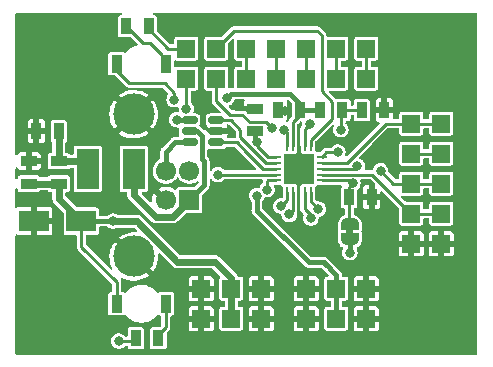
<source format=gbr>
%TF.GenerationSoftware,KiCad,Pcbnew,6.0.11+dfsg-1~bpo11+1*%
%TF.CreationDate,2023-07-05T12:07:46+00:00*%
%TF.ProjectId,USB232R02,55534232-3332-4523-9032-2e6b69636164,rev?*%
%TF.SameCoordinates,PX7f790e8PY698c050*%
%TF.FileFunction,Copper,L2,Bot*%
%TF.FilePolarity,Positive*%
%FSLAX46Y46*%
G04 Gerber Fmt 4.6, Leading zero omitted, Abs format (unit mm)*
G04 Created by KiCad (PCBNEW 6.0.11+dfsg-1~bpo11+1) date 2023-07-05 12:07:46*
%MOMM*%
%LPD*%
G01*
G04 APERTURE LIST*
G04 Aperture macros list*
%AMRoundRect*
0 Rectangle with rounded corners*
0 $1 Rounding radius*
0 $2 $3 $4 $5 $6 $7 $8 $9 X,Y pos of 4 corners*
0 Add a 4 corners polygon primitive as box body*
4,1,4,$2,$3,$4,$5,$6,$7,$8,$9,$2,$3,0*
0 Add four circle primitives for the rounded corners*
1,1,$1+$1,$2,$3*
1,1,$1+$1,$4,$5*
1,1,$1+$1,$6,$7*
1,1,$1+$1,$8,$9*
0 Add four rect primitives between the rounded corners*
20,1,$1+$1,$2,$3,$4,$5,0*
20,1,$1+$1,$4,$5,$6,$7,0*
20,1,$1+$1,$6,$7,$8,$9,0*
20,1,$1+$1,$8,$9,$2,$3,0*%
%AMFreePoly0*
4,1,22,0.500000,-0.750000,0.000000,-0.750000,0.000000,-0.745033,-0.079941,-0.743568,-0.215256,-0.701293,-0.333266,-0.622738,-0.424486,-0.514219,-0.481581,-0.384460,-0.499164,-0.250000,-0.500000,-0.250000,-0.500000,0.250000,-0.499164,0.250000,-0.499963,0.256109,-0.478152,0.396186,-0.417904,0.524511,-0.324060,0.630769,-0.204165,0.706417,-0.067858,0.745374,0.000000,0.744959,0.000000,0.750000,
0.500000,0.750000,0.500000,-0.750000,0.500000,-0.750000,$1*%
%AMFreePoly1*
4,1,20,0.000000,0.744959,0.073905,0.744508,0.209726,0.703889,0.328688,0.626782,0.421226,0.519385,0.479903,0.390333,0.500000,0.250000,0.500000,-0.250000,0.499851,-0.262216,0.476331,-0.402017,0.414519,-0.529596,0.319384,-0.634700,0.198574,-0.708877,0.061801,-0.746166,0.000000,-0.745033,0.000000,-0.750000,-0.500000,-0.750000,-0.500000,0.750000,0.000000,0.750000,0.000000,0.744959,
0.000000,0.744959,$1*%
G04 Aperture macros list end*
%TA.AperFunction,ComponentPad*%
%ADD10C,6.000000*%
%TD*%
%TA.AperFunction,ComponentPad*%
%ADD11R,1.700000X1.700000*%
%TD*%
%TA.AperFunction,ComponentPad*%
%ADD12C,1.700000*%
%TD*%
%TA.AperFunction,ComponentPad*%
%ADD13C,3.500000*%
%TD*%
%TA.AperFunction,ComponentPad*%
%ADD14R,1.524000X1.524000*%
%TD*%
%TA.AperFunction,SMDPad,CuDef*%
%ADD15R,0.889000X1.397000*%
%TD*%
%TA.AperFunction,SMDPad,CuDef*%
%ADD16R,1.397000X0.889000*%
%TD*%
%TA.AperFunction,SMDPad,CuDef*%
%ADD17RoundRect,0.062500X0.062500X-0.350000X0.062500X0.350000X-0.062500X0.350000X-0.062500X-0.350000X0*%
%TD*%
%TA.AperFunction,SMDPad,CuDef*%
%ADD18RoundRect,0.062500X0.350000X-0.062500X0.350000X0.062500X-0.350000X0.062500X-0.350000X-0.062500X0*%
%TD*%
%TA.AperFunction,SMDPad,CuDef*%
%ADD19R,2.500000X2.500000*%
%TD*%
%TA.AperFunction,SMDPad,CuDef*%
%ADD20R,0.950000X1.500000*%
%TD*%
%TA.AperFunction,SMDPad,CuDef*%
%ADD21RoundRect,0.150000X0.512500X0.150000X-0.512500X0.150000X-0.512500X-0.150000X0.512500X-0.150000X0*%
%TD*%
%TA.AperFunction,SMDPad,CuDef*%
%ADD22R,2.500000X1.800000*%
%TD*%
%TA.AperFunction,SMDPad,CuDef*%
%ADD23R,1.900000X3.400000*%
%TD*%
%TA.AperFunction,SMDPad,CuDef*%
%ADD24FreePoly0,270.000000*%
%TD*%
%TA.AperFunction,SMDPad,CuDef*%
%ADD25FreePoly1,270.000000*%
%TD*%
%TA.AperFunction,ViaPad*%
%ADD26C,0.800000*%
%TD*%
%TA.AperFunction,Conductor*%
%ADD27C,0.250000*%
%TD*%
%TA.AperFunction,Conductor*%
%ADD28C,0.400000*%
%TD*%
%TA.AperFunction,Conductor*%
%ADD29C,0.600000*%
%TD*%
G04 APERTURE END LIST*
%TO.C,JP1*%
G36*
X24303000Y5831000D02*
G01*
X23703000Y5831000D01*
X23703000Y6331000D01*
X24303000Y6331000D01*
X24303000Y5831000D01*
G37*
%TD*%
D10*
%TO.P,H3,1,1*%
%TO.N,GND*%
X0Y0D03*
%TD*%
D11*
%TO.P,J1,1,VBUS*%
%TO.N,/VBUS*%
X10414000Y8763000D03*
D12*
%TO.P,J1,2,D-*%
%TO.N,/D-*%
X10414000Y11263000D03*
%TO.P,J1,3,D+*%
%TO.N,/D+*%
X8414000Y11263000D03*
%TO.P,J1,4,GND*%
%TO.N,GND*%
X8414000Y8763000D03*
D13*
%TO.P,J1,5,Shield*%
X5704000Y3993000D03*
X5704000Y16033000D03*
%TD*%
D14*
%TO.P,J17,1*%
%TO.N,GND*%
X29210000Y5080000D03*
%TO.P,J17,2*%
X31750000Y5080000D03*
%TD*%
%TO.P,J6,1*%
%TO.N,/RXD*%
X29210000Y12700000D03*
%TO.P,J6,2*%
X31750000Y12700000D03*
%TD*%
%TO.P,J5,1*%
%TO.N,/TXD*%
X29210000Y15240000D03*
%TO.P,J5,2*%
X31750000Y15240000D03*
%TD*%
%TO.P,J12,1*%
%TO.N,/#RI*%
X15240000Y19050000D03*
%TO.P,J12,2*%
X15240000Y21590000D03*
%TD*%
D10*
%TO.P,H4,1,1*%
%TO.N,GND*%
X30480000Y0D03*
%TD*%
D14*
%TO.P,J3,1*%
%TO.N,GND*%
X20320000Y-1270000D03*
%TO.P,J3,2*%
X20320000Y1270000D03*
%TO.P,J3,3*%
%TO.N,+3V3*%
X22860000Y-1270000D03*
%TO.P,J3,4*%
X22860000Y1270000D03*
%TO.P,J3,5*%
%TO.N,GND*%
X25400000Y-1270000D03*
%TO.P,J3,6*%
X25400000Y1270000D03*
%TD*%
%TO.P,J14,1*%
%TO.N,/RXLED{slash}CBUS1*%
X10160000Y21590000D03*
%TD*%
%TO.P,J13,1*%
%TO.N,/CBUS0*%
X12700000Y21590000D03*
%TD*%
%TO.P,J8,1*%
%TO.N,/#CTS*%
X29210000Y10160000D03*
%TO.P,J8,2*%
X31750000Y10160000D03*
%TD*%
%TO.P,J15,1*%
%TO.N,/TXLED{slash}CBUS2*%
X10160000Y19050000D03*
%TD*%
%TO.P,J10,1*%
%TO.N,/#DSR*%
X17780000Y19050000D03*
%TO.P,J10,2*%
X17780000Y21590000D03*
%TD*%
D10*
%TO.P,H1,1,1*%
%TO.N,GND*%
X30480000Y20320000D03*
%TD*%
D14*
%TO.P,J7,1*%
%TO.N,/#RTS*%
X29210000Y7620000D03*
%TO.P,J7,2*%
X31750000Y7620000D03*
%TD*%
D10*
%TO.P,H2,1,1*%
%TO.N,GND*%
X0Y20320000D03*
%TD*%
D14*
%TO.P,J16,1*%
%TO.N,/CBUS3*%
X12700000Y19050000D03*
%TD*%
%TO.P,J4,1*%
%TO.N,/VCCIO*%
X25400000Y19050000D03*
%TO.P,J4,2*%
X25400000Y21590000D03*
%TD*%
%TO.P,J11,1*%
%TO.N,/#DCD*%
X20320000Y19050000D03*
%TO.P,J11,2*%
X20320000Y21590000D03*
%TD*%
%TO.P,J9,1*%
%TO.N,/#DTR*%
X22860000Y19050000D03*
%TO.P,J9,2*%
X22860000Y21590000D03*
%TD*%
%TO.P,J2,1*%
%TO.N,GND*%
X11430000Y-1270000D03*
%TO.P,J2,2*%
X11430000Y1270000D03*
%TO.P,J2,3*%
%TO.N,+5V*%
X13970000Y-1270000D03*
%TO.P,J2,4*%
X13970000Y1270000D03*
%TO.P,J2,5*%
%TO.N,GND*%
X16510000Y-1270000D03*
%TO.P,J2,6*%
X16510000Y1270000D03*
%TD*%
D15*
%TO.P,R3,1*%
%TO.N,Net-(D2-Pad1)*%
X5080000Y23495000D03*
%TO.P,R3,2*%
%TO.N,/RXLED{slash}CBUS1*%
X6985000Y23495000D03*
%TD*%
D16*
%TO.P,C3,1*%
%TO.N,+3V3*%
X16002000Y14605000D03*
%TO.P,C3,2*%
%TO.N,GND*%
X16002000Y16510000D03*
%TD*%
%TO.P,FB1,1*%
%TO.N,Net-(C1-Pad1)*%
X-635000Y12065000D03*
%TO.P,FB1,2*%
%TO.N,+5V*%
X-635000Y10160000D03*
%TD*%
D15*
%TO.P,C1,1*%
%TO.N,Net-(C1-Pad1)*%
X-635000Y14605000D03*
%TO.P,C1,2*%
%TO.N,GND*%
X-2540000Y14605000D03*
%TD*%
%TO.P,R2,1*%
%TO.N,Net-(R1-Pad2)*%
X25019000Y16383000D03*
%TO.P,R2,2*%
%TO.N,GND*%
X26924000Y16383000D03*
%TD*%
D17*
%TO.P,U2,1,RXD*%
%TO.N,/RXD*%
X20685000Y9492500D03*
%TO.P,U2,2,~{RI}*%
%TO.N,/#RI*%
X20185000Y9492500D03*
%TO.P,U2,3,GND*%
%TO.N,GND*%
X19685000Y9492500D03*
%TO.P,U2,4,~{DSR}*%
%TO.N,/#DSR*%
X19185000Y9492500D03*
%TO.P,U2,5,~{DCD}*%
%TO.N,/#DCD*%
X18685000Y9492500D03*
D18*
%TO.P,U2,6,~{CTS}*%
%TO.N,/#CTS*%
X17747500Y10430000D03*
%TO.P,U2,7,CBUS2*%
%TO.N,/TXLED{slash}CBUS2*%
X17747500Y10930000D03*
%TO.P,U2,8,USBDP*%
%TO.N,/DP*%
X17747500Y11430000D03*
%TO.P,U2,9,USBDM*%
%TO.N,/DM*%
X17747500Y11930000D03*
%TO.P,U2,10,3V3OUT*%
%TO.N,+3V3*%
X17747500Y12430000D03*
D17*
%TO.P,U2,11,~{RESET}*%
%TO.N,Net-(R1-Pad2)*%
X18685000Y13367500D03*
%TO.P,U2,12,VCC*%
%TO.N,+5V*%
X19185000Y13367500D03*
%TO.P,U2,13,GND*%
%TO.N,GND*%
X19685000Y13367500D03*
%TO.P,U2,14,CBUS1*%
%TO.N,/RXLED{slash}CBUS1*%
X20185000Y13367500D03*
%TO.P,U2,15,CBUS0*%
%TO.N,/CBUS0*%
X20685000Y13367500D03*
D18*
%TO.P,U2,16,CBUS3*%
%TO.N,/CBUS3*%
X21622500Y12430000D03*
%TO.P,U2,17,TXD*%
%TO.N,/TXD*%
X21622500Y11930000D03*
%TO.P,U2,18,~{DTR}*%
%TO.N,/#DTR*%
X21622500Y11430000D03*
%TO.P,U2,19,~{RTS}*%
%TO.N,/#RTS*%
X21622500Y10930000D03*
%TO.P,U2,20,VCCIO*%
%TO.N,/VCCIO*%
X21622500Y10430000D03*
D19*
%TO.P,U2,21,GND*%
%TO.N,GND*%
X19685000Y11430000D03*
%TD*%
D15*
%TO.P,R1,1*%
%TO.N,+5V*%
X21463000Y16383000D03*
%TO.P,R1,2*%
%TO.N,Net-(R1-Pad2)*%
X23368000Y16383000D03*
%TD*%
D20*
%TO.P,D2,1,K*%
%TO.N,Net-(D2-Pad1)*%
X8425000Y20320000D03*
%TO.P,D2,2,A*%
%TO.N,+5V*%
X4275000Y20320000D03*
%TD*%
D15*
%TO.P,C4,1*%
%TO.N,+5V*%
X19812000Y16383000D03*
%TO.P,C4,2*%
%TO.N,GND*%
X17907000Y16383000D03*
%TD*%
D21*
%TO.P,U1,1,I/O1*%
%TO.N,/DM*%
X12700000Y15555000D03*
%TO.P,U1,2,GND*%
%TO.N,GND*%
X12700000Y14605000D03*
%TO.P,U1,3,I/O2*%
%TO.N,/DP*%
X12700000Y13655000D03*
%TO.P,U1,4,I/O2*%
%TO.N,/D+*%
X10425000Y13655000D03*
%TO.P,U1,5,VBUS*%
%TO.N,/VBUS*%
X10425000Y14605000D03*
%TO.P,U1,6,I/O1*%
%TO.N,/D-*%
X10425000Y15555000D03*
%TD*%
D16*
%TO.P,C2,1*%
%TO.N,+5V*%
X-3175000Y10160000D03*
%TO.P,C2,2*%
%TO.N,GND*%
X-3175000Y12065000D03*
%TD*%
D15*
%TO.P,C5,1*%
%TO.N,GND*%
X25844500Y9017000D03*
%TO.P,C5,2*%
%TO.N,/VCCIO*%
X23939500Y9017000D03*
%TD*%
D22*
%TO.P,D1,1,K*%
%TO.N,+5V*%
X1270000Y6985000D03*
%TO.P,D1,2,A*%
%TO.N,GND*%
X-2730000Y6985000D03*
%TD*%
D23*
%TO.P,F1,1*%
%TO.N,/VBUS*%
X5715000Y11430000D03*
%TO.P,F1,2*%
%TO.N,Net-(C1-Pad1)*%
X1815000Y11430000D03*
%TD*%
D20*
%TO.P,D3,1,K*%
%TO.N,Net-(D3-Pad1)*%
X8425000Y0D03*
%TO.P,D3,2,A*%
%TO.N,+5V*%
X4275000Y0D03*
%TD*%
D24*
%TO.P,JP1,1,A*%
%TO.N,/VCCIO*%
X24003000Y6731000D03*
D25*
%TO.P,JP1,2,B*%
%TO.N,+3V3*%
X24003000Y5431000D03*
%TD*%
D15*
%TO.P,R4,1*%
%TO.N,Net-(D3-Pad1)*%
X7787500Y-2926000D03*
%TO.P,R4,2*%
%TO.N,/TXLED{slash}CBUS2*%
X5882500Y-2926000D03*
%TD*%
D26*
%TO.N,GND*%
X23749000Y13716000D03*
X26416000Y6604000D03*
X11557000Y16599000D03*
X13589000Y12192000D03*
X14605000Y4445000D03*
X15835000Y23974000D03*
X9144000Y6223000D03*
X27178000Y3048000D03*
X14635000Y23974000D03*
X22535000Y6574000D03*
X10287000Y6223000D03*
X26416000Y4191000D03*
X13970000Y5715000D03*
X13208000Y4699000D03*
X14351000Y16730010D03*
X18510092Y16288119D03*
X15240000Y5334000D03*
X9779000Y5080000D03*
X14605000Y6604000D03*
%TO.N,+5V*%
X9135000Y17274000D03*
X3937000Y6985000D03*
X13589000Y17399000D03*
%TO.N,+3V3*%
X24003000Y4318000D03*
X16133652Y13720653D03*
X16129000Y9144000D03*
%TO.N,/VCCIO*%
X24257000Y10205000D03*
%TO.N,/D-*%
X9335000Y15574000D03*
%TO.N,/RXD*%
X21341186Y8007223D03*
%TO.N,/#CTS*%
X26598966Y11256339D03*
X16986495Y9658497D03*
%TO.N,/#DTR*%
X24638000Y11655000D03*
%TO.N,/#DSR*%
X18868108Y7547892D03*
%TO.N,/#DCD*%
X18161000Y8255000D03*
%TO.N,/#RI*%
X20701000Y7239000D03*
%TO.N,/RXLED{slash}CBUS1*%
X20631821Y15216383D03*
%TO.N,/TXLED{slash}CBUS2*%
X4445000Y-3175000D03*
X12827000Y10922000D03*
X10160000Y16510000D03*
%TO.N,/CBUS3*%
X22987000Y12827000D03*
X17399000Y14859000D03*
%TO.N,Net-(R1-Pad2)*%
X23241000Y14732000D03*
X18460000Y14732000D03*
%TD*%
D27*
%TO.N,GND*%
X18415211Y16383000D02*
X18510092Y16288119D01*
X12065000Y14605000D02*
X11557000Y15113000D01*
X11557000Y15113000D02*
X11557000Y16599000D01*
X19685000Y13367500D02*
X19685000Y11430000D01*
X14571010Y16510000D02*
X14351000Y16730010D01*
X12700000Y14605000D02*
X12065000Y14605000D01*
X16002000Y16510000D02*
X14571010Y16510000D01*
X17907000Y16383000D02*
X18415211Y16383000D01*
D28*
%TO.N,/VBUS*%
X10425000Y14605000D02*
X11087500Y14605000D01*
D29*
X5715000Y9209998D02*
X7558998Y7366000D01*
D28*
X11087500Y14605000D02*
X11487510Y14204990D01*
X11487510Y13404490D02*
X11487510Y12261490D01*
X10414000Y8763000D02*
X11487510Y9836510D01*
D29*
X9017000Y7366000D02*
X10414000Y8763000D01*
D28*
X11487510Y9836510D02*
X11664001Y10013001D01*
X11664001Y10013001D02*
X11664001Y12084999D01*
D29*
X7558998Y7366000D02*
X9017000Y7366000D01*
D28*
X11487510Y12261490D02*
X11664001Y12084999D01*
D29*
X5715000Y9779000D02*
X5715000Y9209998D01*
X5715000Y9779000D02*
X5715000Y11430000D01*
D28*
X11487510Y13404490D02*
X11487510Y14204990D01*
D29*
%TO.N,+5V*%
X-3175000Y10160000D02*
X-635000Y10160000D01*
D28*
X19812000Y16891000D02*
X18923000Y17780000D01*
D29*
X9398000Y3556000D02*
X12553000Y3556000D01*
X5969000Y6985000D02*
X9398000Y3556000D01*
D28*
X18923000Y17780000D02*
X13970000Y17780000D01*
D27*
X5335000Y18674000D02*
X4275000Y19734000D01*
D29*
X13970000Y-1270000D02*
X13970000Y1270000D01*
D28*
X19812000Y16383000D02*
X19812000Y16891000D01*
X1270000Y6985000D02*
X3937000Y6985000D01*
D27*
X19185000Y13367500D02*
X19185000Y15375000D01*
D29*
X-635000Y10160000D02*
X-635000Y8890000D01*
D27*
X9135000Y17274000D02*
X9135000Y17874000D01*
X9135000Y17874000D02*
X8335000Y18674000D01*
D29*
X-635000Y8890000D02*
X1270000Y6985000D01*
D28*
X13970000Y17780000D02*
X13589000Y17399000D01*
D27*
X19185000Y15375000D02*
X19812000Y16002000D01*
X4275000Y0D02*
X4275000Y1830002D01*
X19812000Y16002000D02*
X19812000Y16383000D01*
D29*
X3937000Y6985000D02*
X5969000Y6985000D01*
D28*
X21463000Y16383000D02*
X19812000Y16383000D01*
D27*
X4275000Y1830002D02*
X1270000Y4835002D01*
X1270000Y4835002D02*
X1270000Y6985000D01*
X8335000Y18674000D02*
X5335000Y18674000D01*
X4275000Y19734000D02*
X4275000Y20320000D01*
D29*
X12553000Y3556000D02*
X13970000Y2139000D01*
X13970000Y2139000D02*
X13970000Y1270000D01*
D27*
%TO.N,+3V3*%
X17747500Y12430000D02*
X17035410Y12430000D01*
D28*
X16002000Y13852305D02*
X16133652Y13720653D01*
X21780500Y3492500D02*
X21971000Y3302000D01*
X16129000Y9144000D02*
X16129000Y7880000D01*
X16002000Y14605000D02*
X16002000Y13852305D01*
X22860000Y1270000D02*
X22860000Y-1270000D01*
X16129000Y7880000D02*
X20516500Y3492500D01*
D27*
X17035410Y12430000D02*
X16133652Y13331758D01*
X21971000Y3399000D02*
X21971000Y3302000D01*
D28*
X22860000Y2413000D02*
X21780500Y3492500D01*
D27*
X16133652Y13331758D02*
X16133652Y13720653D01*
D28*
X24003000Y5431000D02*
X24003000Y4318000D01*
X20516500Y3492500D02*
X21780500Y3492500D01*
X22860000Y1270000D02*
X22860000Y2413000D01*
D27*
%TO.N,/VCCIO*%
X23939500Y9017000D02*
X23939500Y6794500D01*
X21622500Y10430000D02*
X24032000Y10430000D01*
X23939500Y9887500D02*
X24257000Y10205000D01*
X23939500Y9017000D02*
X23939500Y9887500D01*
X24032000Y10430000D02*
X24257000Y10205000D01*
X23939500Y6794500D02*
X24003000Y6731000D01*
X25400000Y21590000D02*
X25400000Y19050000D01*
%TO.N,Net-(D2-Pad1)*%
X6477000Y22098000D02*
X7112000Y22098000D01*
X7112000Y22098000D02*
X8128000Y21082000D01*
X5080000Y23495000D02*
X6477000Y22098000D01*
%TO.N,Net-(D3-Pad1)*%
X7787500Y-2926000D02*
X7787500Y-2626500D01*
X7787500Y-2626500D02*
X8425000Y-1989000D01*
X8425000Y-1989000D02*
X8425000Y0D01*
D28*
%TO.N,/D+*%
X10425000Y13655000D02*
X9210000Y13655000D01*
X8414000Y12859000D02*
X8414000Y11263000D01*
X9210000Y13655000D02*
X8414000Y12859000D01*
%TO.N,/D-*%
X9335000Y15574000D02*
X9354000Y15555000D01*
X9354000Y15555000D02*
X10425000Y15555000D01*
D27*
%TO.N,/TXD*%
X21622500Y11930000D02*
X23741000Y11930000D01*
X27051000Y15240000D02*
X29210000Y15240000D01*
X29210000Y15240000D02*
X31750000Y15240000D01*
X23741000Y11930000D02*
X27051000Y15240000D01*
%TO.N,/RXD*%
X29210000Y12700000D02*
X31750000Y12700000D01*
X20685000Y9492500D02*
X20685000Y8663409D01*
X20685000Y8663409D02*
X21341186Y8007223D01*
%TO.N,/#RTS*%
X25900000Y10930000D02*
X29210000Y7620000D01*
X21622500Y10930000D02*
X25900000Y10930000D01*
X29210000Y7620000D02*
X31750000Y7620000D01*
%TO.N,/#CTS*%
X17065990Y10430000D02*
X16986495Y10350505D01*
X16986495Y10350505D02*
X16986495Y9658497D01*
X29210000Y10160000D02*
X31750000Y10160000D01*
X27695305Y10160000D02*
X26598966Y11256339D01*
X29210000Y10160000D02*
X27695305Y10160000D01*
X17747500Y10430000D02*
X17065990Y10430000D01*
%TO.N,/#DTR*%
X22860000Y21590000D02*
X22860000Y19050000D01*
X24413000Y11430000D02*
X24638000Y11655000D01*
X21622500Y11430000D02*
X24413000Y11430000D01*
%TO.N,/#DSR*%
X19185000Y9492500D02*
X19185000Y9031978D01*
X19185000Y9031978D02*
X19185000Y7864784D01*
X19185000Y7864784D02*
X18868108Y7547892D01*
X17780000Y21590000D02*
X17780000Y19050000D01*
%TO.N,/#DCD*%
X18685000Y9492500D02*
X18685000Y8779000D01*
X18685000Y8779000D02*
X18161000Y8255000D01*
X20320000Y21590000D02*
X20320000Y19050000D01*
%TO.N,/#RI*%
X20701000Y7491590D02*
X20701000Y7239000D01*
X15240000Y21590000D02*
X15240000Y19050000D01*
X20185000Y8007590D02*
X20701000Y7491590D01*
X20185000Y9492500D02*
X20185000Y8007590D01*
%TO.N,/CBUS0*%
X14224000Y23114000D02*
X21209000Y23114000D01*
X22479000Y15670998D02*
X22479000Y17095002D01*
X21611012Y22711988D02*
X21209000Y23114000D01*
X20685000Y13367500D02*
X20685000Y13876998D01*
X12700000Y21590000D02*
X14224000Y23114000D01*
X22479000Y17095002D02*
X21611012Y17962990D01*
X21016002Y14208000D02*
X22479000Y15670998D01*
X20685000Y13876998D02*
X21016002Y14208000D01*
X21611012Y19536988D02*
X21611012Y17962990D01*
X21611012Y19536988D02*
X21611012Y22711988D01*
%TO.N,/RXLED{slash}CBUS1*%
X8636000Y21590000D02*
X8890000Y21590000D01*
X20185000Y13367500D02*
X20185000Y14769562D01*
X8890000Y21590000D02*
X10160000Y21590000D01*
X6985000Y23241000D02*
X8636000Y21590000D01*
X6985000Y23495000D02*
X6985000Y23241000D01*
X20185000Y14769562D02*
X20631821Y15216383D01*
%TO.N,/TXLED{slash}CBUS2*%
X5633500Y-3175000D02*
X4445000Y-3175000D01*
X5882500Y-2926000D02*
X5633500Y-3175000D01*
X10160000Y19050000D02*
X10160000Y16510000D01*
X13597000Y10930000D02*
X13589000Y10922000D01*
X16686002Y10930000D02*
X13597000Y10930000D01*
X17747500Y10930000D02*
X16686002Y10930000D01*
X13589000Y10922000D02*
X12827000Y10922000D01*
%TO.N,/CBUS3*%
X22019500Y12827000D02*
X21622500Y12430000D01*
X15010183Y15899183D02*
X15073683Y15835683D01*
X22987000Y12827000D02*
X22019500Y12827000D01*
X14904356Y16005010D02*
X15010183Y15899183D01*
X12700000Y17145000D02*
X13017500Y16827500D01*
X12700000Y19050000D02*
X12700000Y17145000D01*
X13017500Y16827500D02*
X13839990Y16005010D01*
X15073683Y15835683D02*
X15534856Y15374510D01*
X13839990Y16005010D02*
X14904356Y16005010D01*
X15534856Y15374510D02*
X16883490Y15374510D01*
X16883490Y15374510D02*
X17399000Y14859000D01*
%TO.N,Net-(R1-Pad2)*%
X23241000Y16256000D02*
X23368000Y16383000D01*
X23368000Y16383000D02*
X25019000Y16383000D01*
X18685000Y14507000D02*
X18460000Y14732000D01*
X18685000Y13367500D02*
X18685000Y14507000D01*
X23241000Y14732000D02*
X23241000Y16256000D01*
%TO.N,/DM*%
X15049500Y13779500D02*
X14732000Y14097000D01*
X16899000Y11930000D02*
X15049500Y13779500D01*
X12700000Y15555000D02*
X13909000Y15555000D01*
X14732000Y14732000D02*
X14732000Y14097000D01*
X17747500Y11930000D02*
X16899000Y11930000D01*
X13909000Y15555000D02*
X14732000Y14732000D01*
%TO.N,/DP*%
X14412000Y13655000D02*
X15240000Y12827000D01*
X12700000Y13655000D02*
X14412000Y13655000D01*
X16637000Y11430000D02*
X17747500Y11430000D01*
X15240000Y12827000D02*
X16637000Y11430000D01*
D29*
%TO.N,Net-(C1-Pad1)*%
X-635000Y12065000D02*
X1180000Y12065000D01*
X-635000Y14605000D02*
X-635000Y12065000D01*
X1180000Y12065000D02*
X1815000Y11430000D01*
%TD*%
%TA.AperFunction,Conductor*%
%TO.N,GND*%
G36*
X4663558Y24626593D02*
G01*
X4699522Y24577093D01*
X4699522Y24515907D01*
X4663558Y24466407D01*
X4615129Y24447999D01*
X4610434Y24447999D01*
X4605669Y24447051D01*
X4605666Y24447051D01*
X4551706Y24436318D01*
X4536199Y24433234D01*
X4452016Y24376984D01*
X4395766Y24292801D01*
X4381000Y24218567D01*
X4381001Y22771434D01*
X4381949Y22766668D01*
X4381949Y22766667D01*
X4387858Y22736957D01*
X4395766Y22697199D01*
X4452016Y22613016D01*
X4536199Y22556766D01*
X4545762Y22554864D01*
X4545764Y22554863D01*
X4576681Y22548714D01*
X4610433Y22542000D01*
X4704262Y22542000D01*
X5455297Y22542001D01*
X5513488Y22523094D01*
X5525301Y22513005D01*
X5997767Y22040539D01*
X6025544Y21986022D01*
X6015973Y21925590D01*
X5972708Y21882325D01*
X5950874Y21874270D01*
X5856426Y21851595D01*
X5856423Y21851594D01*
X5852649Y21850688D01*
X5619320Y21754040D01*
X5403983Y21622081D01*
X5211939Y21458061D01*
X5209405Y21455094D01*
X5056660Y21276252D01*
X5004491Y21244282D01*
X4943495Y21249083D01*
X4926378Y21258232D01*
X4914727Y21266017D01*
X4849301Y21309734D01*
X4839738Y21311636D01*
X4839736Y21311637D01*
X4808819Y21317786D01*
X4775067Y21324500D01*
X4275103Y21324500D01*
X3774934Y21324499D01*
X3770168Y21323551D01*
X3770167Y21323551D01*
X3723116Y21314193D01*
X3700699Y21309734D01*
X3616516Y21253484D01*
X3560266Y21169301D01*
X3545500Y21095067D01*
X3545501Y19544934D01*
X3560266Y19470699D01*
X3616516Y19386516D01*
X3700699Y19330266D01*
X3710262Y19328364D01*
X3710264Y19328363D01*
X3741181Y19322214D01*
X3774933Y19315500D01*
X4115798Y19315500D01*
X4173989Y19296593D01*
X4185802Y19286504D01*
X5030560Y18441746D01*
X5043723Y18425445D01*
X5050429Y18415060D01*
X5056853Y18409996D01*
X5078047Y18393288D01*
X5084178Y18387840D01*
X5086063Y18386243D01*
X5088944Y18383362D01*
X5092262Y18380991D01*
X5092263Y18380990D01*
X5105181Y18371758D01*
X5108908Y18368959D01*
X5149647Y18336844D01*
X5156848Y18334315D01*
X5159522Y18332926D01*
X5165734Y18328487D01*
X5173573Y18326143D01*
X5173572Y18326143D01*
X5215453Y18313617D01*
X5219887Y18312176D01*
X5262975Y18297045D01*
X5262979Y18297044D01*
X5268851Y18294982D01*
X5274416Y18294500D01*
X5276559Y18294500D01*
X5277673Y18294452D01*
X5280274Y18294232D01*
X5286778Y18292287D01*
X5294954Y18292608D01*
X5294956Y18292608D01*
X5341170Y18294424D01*
X5345057Y18294500D01*
X8136798Y18294500D01*
X8194989Y18275593D01*
X8206802Y18265504D01*
X8632464Y17839842D01*
X8660241Y17785325D01*
X8650670Y17724893D01*
X8643457Y17712913D01*
X8557381Y17590440D01*
X8557376Y17590431D01*
X8553950Y17585556D01*
X8496406Y17437963D01*
X8475729Y17280904D01*
X8476384Y17274971D01*
X8476384Y17274967D01*
X8485886Y17188908D01*
X8493113Y17123447D01*
X8503956Y17093818D01*
X8545501Y16980287D01*
X8545503Y16980283D01*
X8547553Y16974681D01*
X8635908Y16843195D01*
X8640319Y16839181D01*
X8640321Y16839179D01*
X8724591Y16762500D01*
X8753076Y16736581D01*
X8768026Y16728464D01*
X8887047Y16663840D01*
X8887049Y16663839D01*
X8892293Y16660992D01*
X8898067Y16659477D01*
X8898070Y16659476D01*
X9039743Y16622309D01*
X9045522Y16620793D01*
X9051491Y16620699D01*
X9051493Y16620699D01*
X9109502Y16619788D01*
X9203916Y16618305D01*
X9214779Y16620793D01*
X9352509Y16652337D01*
X9352512Y16652338D01*
X9358332Y16653671D01*
X9363667Y16656354D01*
X9369280Y16658375D01*
X9369748Y16657074D01*
X9423548Y16665308D01*
X9477919Y16637246D01*
X9505411Y16582584D01*
X9505703Y16554687D01*
X9500729Y16516904D01*
X9501384Y16510971D01*
X9501384Y16510967D01*
X9513272Y16403296D01*
X9518113Y16359447D01*
X9520165Y16353839D01*
X9521334Y16348856D01*
X9516215Y16287885D01*
X9476236Y16241568D01*
X9417638Y16229113D01*
X9417633Y16228108D01*
X9337693Y16228527D01*
X9265187Y16228907D01*
X9265185Y16228907D01*
X9259221Y16228938D01*
X9105184Y16191957D01*
X9050156Y16163555D01*
X8969720Y16122039D01*
X8969718Y16122037D01*
X8964414Y16119300D01*
X8845039Y16015162D01*
X8753950Y15885556D01*
X8729370Y15822512D01*
X8702475Y15753528D01*
X8696406Y15737963D01*
X8675729Y15580904D01*
X8676384Y15574971D01*
X8676384Y15574967D01*
X8686098Y15486984D01*
X8693113Y15423447D01*
X8695165Y15417840D01*
X8745501Y15280287D01*
X8745503Y15280283D01*
X8747553Y15274681D01*
X8835908Y15143195D01*
X8840319Y15139181D01*
X8840321Y15139179D01*
X8948661Y15040598D01*
X8953076Y15036581D01*
X9019529Y15000500D01*
X9087047Y14963840D01*
X9087049Y14963839D01*
X9092293Y14960992D01*
X9098067Y14959477D01*
X9098070Y14959476D01*
X9239743Y14922309D01*
X9245522Y14920793D01*
X9251491Y14920699D01*
X9251493Y14920699D01*
X9313163Y14919731D01*
X9403916Y14918305D01*
X9404701Y14918485D01*
X9462586Y14906184D01*
X9503528Y14860716D01*
X9510871Y14804961D01*
X9508000Y14786834D01*
X9508000Y14423166D01*
X9508609Y14419322D01*
X9508609Y14419320D01*
X9521773Y14336205D01*
X9523002Y14328445D01*
X9561217Y14253444D01*
X9570789Y14193014D01*
X9543012Y14138497D01*
X9488496Y14110719D01*
X9473008Y14109500D01*
X9242863Y14109500D01*
X9231227Y14110186D01*
X9226723Y14110719D01*
X9195562Y14114407D01*
X9136903Y14103694D01*
X9133856Y14103187D01*
X9109825Y14099574D01*
X9082164Y14095415D01*
X9082163Y14095415D01*
X9074849Y14094315D01*
X9068332Y14091186D01*
X9068228Y14091152D01*
X9061117Y14089853D01*
X9025986Y14071604D01*
X9008200Y14062365D01*
X9005418Y14060975D01*
X8969042Y14043507D01*
X8951647Y14035154D01*
X8947197Y14031040D01*
X8944843Y14029454D01*
X8939834Y14026852D01*
X8934746Y14022506D01*
X8896758Y13984518D01*
X8893956Y13981825D01*
X8851288Y13942383D01*
X8847740Y13936276D01*
X8841090Y13928850D01*
X8115855Y13203615D01*
X8107143Y13195874D01*
X8078941Y13173641D01*
X8074734Y13167554D01*
X8073144Y13165254D01*
X8052012Y13134677D01*
X8045027Y13124571D01*
X8043223Y13122047D01*
X8007791Y13074076D01*
X8005396Y13067257D01*
X8005344Y13067155D01*
X8001236Y13061211D01*
X7999005Y13054155D01*
X7999004Y13054154D01*
X7983250Y13004339D01*
X7982267Y13001393D01*
X7962507Y12945126D01*
X7962269Y12939063D01*
X7961728Y12936288D01*
X7960025Y12930903D01*
X7959500Y12924232D01*
X7959500Y12870536D01*
X7959424Y12866650D01*
X7957451Y12816426D01*
X7957142Y12808563D01*
X7958952Y12801735D01*
X7959500Y12791784D01*
X7959500Y12334178D01*
X7940593Y12275987D01*
X7911119Y12249098D01*
X7762010Y12160388D01*
X7758595Y12157394D01*
X7758592Y12157391D01*
X7738688Y12139935D01*
X7609392Y12026545D01*
X7483720Y11867131D01*
X7481607Y11863116D01*
X7481607Y11863115D01*
X7391906Y11692622D01*
X7389203Y11687485D01*
X7380114Y11658212D01*
X7332348Y11504381D01*
X7329007Y11493622D01*
X7328473Y11489112D01*
X7328473Y11489111D01*
X7307136Y11308829D01*
X7305148Y11292036D01*
X7308181Y11245765D01*
X7317020Y11110903D01*
X7318424Y11089478D01*
X7319540Y11085085D01*
X7319540Y11085083D01*
X7333680Y11029408D01*
X7368392Y10892731D01*
X7370294Y10888606D01*
X7370294Y10888605D01*
X7447737Y10720619D01*
X7453377Y10708384D01*
X7570533Y10542611D01*
X7715938Y10400965D01*
X7884720Y10288188D01*
X8071228Y10208058D01*
X8124424Y10196021D01*
X8264790Y10164259D01*
X8264795Y10164258D01*
X8269216Y10163258D01*
X8370634Y10159273D01*
X8467520Y10155466D01*
X8467521Y10155466D01*
X8472053Y10155288D01*
X8572575Y10169863D01*
X8668451Y10183764D01*
X8668455Y10183765D01*
X8672945Y10184416D01*
X8692909Y10191193D01*
X8860868Y10248207D01*
X8860871Y10248209D01*
X8865165Y10249666D01*
X9042276Y10348853D01*
X9198345Y10478655D01*
X9208775Y10491195D01*
X9242373Y10531593D01*
X9328147Y10634724D01*
X9330364Y10638684D01*
X9332936Y10642425D01*
X9334053Y10641657D01*
X9374790Y10679312D01*
X9435552Y10686502D01*
X9488935Y10656604D01*
X9497078Y10646549D01*
X9524387Y10607907D01*
X9567917Y10546313D01*
X9570533Y10542611D01*
X9715938Y10400965D01*
X9884720Y10288188D01*
X10071228Y10208058D01*
X10124424Y10196021D01*
X10264790Y10164259D01*
X10264795Y10164258D01*
X10269216Y10163258D01*
X10370634Y10159273D01*
X10467520Y10155466D01*
X10467521Y10155466D01*
X10472053Y10155288D01*
X10572575Y10169863D01*
X10668451Y10183764D01*
X10668455Y10183765D01*
X10672945Y10184416D01*
X10692909Y10191193D01*
X10860868Y10248207D01*
X10860871Y10248209D01*
X10865165Y10249666D01*
X11042276Y10348853D01*
X11047196Y10352945D01*
X11047913Y10353231D01*
X11049506Y10354326D01*
X11049754Y10353965D01*
X11104025Y10375618D01*
X11163328Y10360558D01*
X11202453Y10313516D01*
X11209501Y10276830D01*
X11209501Y10242269D01*
X11190594Y10184078D01*
X11180505Y10172265D01*
X10904736Y9896496D01*
X10850219Y9868719D01*
X10834732Y9867500D01*
X9680577Y9867499D01*
X9538934Y9867499D01*
X9534168Y9866551D01*
X9534167Y9866551D01*
X9487116Y9857193D01*
X9464699Y9852734D01*
X9380516Y9796484D01*
X9324266Y9712301D01*
X9321493Y9698360D01*
X9321023Y9695997D01*
X9291126Y9642614D01*
X9235560Y9616998D01*
X9175551Y9628935D01*
X9156724Y9642614D01*
X9120405Y9676186D01*
X9113240Y9681685D01*
X8942163Y9789626D01*
X8934110Y9793729D01*
X8746229Y9868686D01*
X8737571Y9871251D01*
X8539177Y9910714D01*
X8530184Y9911659D01*
X8327924Y9914308D01*
X8318909Y9913598D01*
X8119559Y9879343D01*
X8110823Y9877002D01*
X7921050Y9806991D01*
X7912887Y9803098D01*
X7813646Y9744056D01*
X7805389Y9734641D01*
X7810085Y9726125D01*
X8703206Y8833004D01*
X8730983Y8778487D01*
X8721412Y8718055D01*
X8703206Y8692996D01*
X8484004Y8473794D01*
X8429487Y8446017D01*
X8369055Y8455588D01*
X8343996Y8473794D01*
X7449717Y9368073D01*
X7439360Y9373350D01*
X7431485Y9365577D01*
X7349098Y9208983D01*
X7345643Y9200642D01*
X7285658Y9007462D01*
X7283777Y8998612D01*
X7260002Y8797737D01*
X7259766Y8788704D01*
X7266360Y8688090D01*
X7251299Y8628787D01*
X7204257Y8589663D01*
X7143202Y8585661D01*
X7097568Y8611611D01*
X6402682Y9306497D01*
X6374905Y9361014D01*
X6384476Y9421446D01*
X6427741Y9464711D01*
X6472686Y9475501D01*
X6690066Y9475501D01*
X6694832Y9476449D01*
X6694833Y9476449D01*
X6754738Y9488364D01*
X6764301Y9490266D01*
X6848484Y9546516D01*
X6904734Y9630699D01*
X6909621Y9655265D01*
X6915610Y9685376D01*
X6919500Y9704933D01*
X6919499Y13155066D01*
X6917253Y13166361D01*
X6908310Y13211320D01*
X6904734Y13229301D01*
X6848484Y13313484D01*
X6764301Y13369734D01*
X6754738Y13371636D01*
X6754736Y13371637D01*
X6723819Y13377786D01*
X6690067Y13384500D01*
X5715201Y13384500D01*
X4739934Y13384499D01*
X4735168Y13383551D01*
X4735167Y13383551D01*
X4692371Y13375039D01*
X4665699Y13369734D01*
X4581516Y13313484D01*
X4525266Y13229301D01*
X4523364Y13219738D01*
X4523363Y13219736D01*
X4518617Y13195873D01*
X4510500Y13155067D01*
X4510501Y9704934D01*
X4511449Y9700169D01*
X4511449Y9700167D01*
X4514333Y9685669D01*
X4525266Y9630699D01*
X4581516Y9546516D01*
X4665699Y9490266D01*
X4675262Y9488364D01*
X4675264Y9488363D01*
X4705631Y9482323D01*
X4739933Y9475500D01*
X5061500Y9475500D01*
X5119691Y9456593D01*
X5155655Y9407093D01*
X5160500Y9376500D01*
X5160500Y9224491D01*
X5160413Y9220346D01*
X5157772Y9157324D01*
X5168081Y9113372D01*
X5169777Y9104220D01*
X5175905Y9059480D01*
X5178587Y9053283D01*
X5178587Y9053282D01*
X5182909Y9043295D01*
X5188436Y9026584D01*
X5192463Y9009415D01*
X5195711Y9003507D01*
X5195712Y9003504D01*
X5214214Y8969849D01*
X5218316Y8961475D01*
X5236242Y8920052D01*
X5247341Y8906346D01*
X5257152Y8891745D01*
X5265652Y8876283D01*
X5272710Y8868107D01*
X5298463Y8842354D01*
X5305397Y8834652D01*
X5331850Y8801985D01*
X5337355Y8798073D01*
X5337357Y8798071D01*
X5349202Y8789653D01*
X5361858Y8778959D01*
X7156659Y6984158D01*
X7159528Y6981165D01*
X7202224Y6934734D01*
X7240590Y6910946D01*
X7248264Y6905672D01*
X7284233Y6878370D01*
X7300630Y6871878D01*
X7316355Y6863969D01*
X7325606Y6858233D01*
X7325609Y6858232D01*
X7331342Y6854677D01*
X7369940Y6843463D01*
X7374697Y6842081D01*
X7383519Y6839061D01*
X7425488Y6822444D01*
X7443034Y6820600D01*
X7460283Y6817215D01*
X7477233Y6812291D01*
X7482406Y6811911D01*
X7482407Y6811911D01*
X7486204Y6811632D01*
X7486211Y6811632D01*
X7488005Y6811500D01*
X7524417Y6811500D01*
X7534765Y6810958D01*
X7542795Y6810114D01*
X7569871Y6807268D01*
X7569872Y6807268D01*
X7576579Y6806563D01*
X7589639Y6808772D01*
X7597574Y6810114D01*
X7614084Y6811500D01*
X9002507Y6811500D01*
X9006652Y6811413D01*
X9069674Y6808772D01*
X9113626Y6819081D01*
X9122778Y6820777D01*
X9138543Y6822936D01*
X9160827Y6825988D01*
X9160830Y6825989D01*
X9167518Y6826905D01*
X9183703Y6833909D01*
X9200414Y6839436D01*
X9211014Y6841922D01*
X9211016Y6841923D01*
X9217583Y6843463D01*
X9223491Y6846711D01*
X9223494Y6846712D01*
X9257149Y6865214D01*
X9265523Y6869316D01*
X9300753Y6884562D01*
X9306946Y6887242D01*
X9320652Y6898341D01*
X9335253Y6908152D01*
X9350715Y6916652D01*
X9354643Y6920043D01*
X9354646Y6920045D01*
X9356187Y6921376D01*
X9358891Y6923710D01*
X9384644Y6949463D01*
X9392346Y6956397D01*
X9395382Y6958855D01*
X9425013Y6982850D01*
X9434399Y6996057D01*
X9437345Y7000202D01*
X9448039Y7012858D01*
X10064686Y7629504D01*
X10119203Y7657281D01*
X10134690Y7658500D01*
X11162408Y7658501D01*
X11289066Y7658501D01*
X11293832Y7659449D01*
X11293833Y7659449D01*
X11353738Y7671364D01*
X11363301Y7673266D01*
X11447484Y7729516D01*
X11503734Y7813699D01*
X11505931Y7824740D01*
X11514050Y7865562D01*
X11518500Y7887933D01*
X11518499Y9183731D01*
X11537406Y9241922D01*
X11547495Y9253735D01*
X11962146Y9668386D01*
X11970859Y9676128D01*
X11987568Y9689300D01*
X11999060Y9698360D01*
X12032979Y9747438D01*
X12034783Y9749961D01*
X12043644Y9761957D01*
X12070210Y9797925D01*
X12072605Y9804744D01*
X12072657Y9804846D01*
X12076765Y9810790D01*
X12080102Y9821340D01*
X12094751Y9867662D01*
X12095736Y9870614D01*
X12113041Y9919889D01*
X12113041Y9919891D01*
X12115494Y9926875D01*
X12115732Y9932938D01*
X12116273Y9935713D01*
X12117976Y9941098D01*
X12118501Y9947769D01*
X12118501Y10001465D01*
X12118577Y10005351D01*
X12120569Y10056044D01*
X12120569Y10056047D01*
X12120859Y10063438D01*
X12119049Y10070266D01*
X12118501Y10080217D01*
X12118501Y10477998D01*
X12137408Y10536189D01*
X12186908Y10572153D01*
X12248094Y10572153D01*
X12299672Y10533214D01*
X12324577Y10496152D01*
X12327908Y10491195D01*
X12332319Y10487181D01*
X12332321Y10487179D01*
X12438517Y10390549D01*
X12445076Y10384581D01*
X12514684Y10346787D01*
X12579047Y10311840D01*
X12579049Y10311839D01*
X12584293Y10308992D01*
X12590067Y10307477D01*
X12590070Y10307476D01*
X12731743Y10270309D01*
X12737522Y10268793D01*
X12743491Y10268699D01*
X12743493Y10268699D01*
X12801502Y10267788D01*
X12895916Y10266305D01*
X12906779Y10268793D01*
X13044509Y10300337D01*
X13044512Y10300338D01*
X13050332Y10301671D01*
X13064889Y10308992D01*
X13152280Y10352945D01*
X13191855Y10372849D01*
X13269972Y10439568D01*
X13307774Y10471853D01*
X13307776Y10471855D01*
X13312314Y10475731D01*
X13330666Y10501270D01*
X13379974Y10537493D01*
X13411061Y10542500D01*
X13537953Y10542500D01*
X13558791Y10540282D01*
X13562876Y10539402D01*
X13562879Y10539402D01*
X13570876Y10537680D01*
X13605804Y10541814D01*
X13613969Y10542295D01*
X13616447Y10542500D01*
X13620524Y10542500D01*
X13640211Y10545777D01*
X13644795Y10546429D01*
X13661912Y10548455D01*
X13673395Y10549814D01*
X13685029Y10550500D01*
X16514787Y10550500D01*
X16572978Y10531593D01*
X16608942Y10482093D01*
X16608316Y10429165D01*
X16610851Y10428619D01*
X16609539Y10422526D01*
X16607477Y10416654D01*
X16606995Y10411089D01*
X16606995Y10408946D01*
X16606947Y10407832D01*
X16606727Y10405231D01*
X16604782Y10398727D01*
X16605103Y10390551D01*
X16605103Y10390549D01*
X16606919Y10344335D01*
X16606995Y10340448D01*
X16606995Y10241033D01*
X16588088Y10182842D01*
X16573077Y10166432D01*
X16496534Y10099659D01*
X16405445Y9970053D01*
X16390396Y9931454D01*
X16358803Y9850423D01*
X16320050Y9803075D01*
X16260867Y9787549D01*
X16242449Y9790368D01*
X16218098Y9796484D01*
X16211633Y9798108D01*
X16131693Y9798527D01*
X16059187Y9798907D01*
X16059185Y9798907D01*
X16053221Y9798938D01*
X15899184Y9761957D01*
X15830381Y9726445D01*
X15763720Y9692039D01*
X15763718Y9692037D01*
X15758414Y9689300D01*
X15639039Y9585162D01*
X15547950Y9455556D01*
X15511474Y9362000D01*
X15501347Y9336024D01*
X15490406Y9307963D01*
X15469729Y9150904D01*
X15470384Y9144971D01*
X15470384Y9144967D01*
X15474884Y9104213D01*
X15487113Y8993447D01*
X15489165Y8987840D01*
X15539501Y8850287D01*
X15539503Y8850283D01*
X15541553Y8844681D01*
X15629908Y8713195D01*
X15642127Y8702077D01*
X15672443Y8648929D01*
X15674500Y8628852D01*
X15674500Y7912863D01*
X15673814Y7901227D01*
X15669593Y7865562D01*
X15680304Y7806913D01*
X15680815Y7803846D01*
X15685637Y7771776D01*
X15689685Y7744849D01*
X15692814Y7738332D01*
X15692848Y7738228D01*
X15694147Y7731117D01*
X15714456Y7692021D01*
X15721635Y7678200D01*
X15723025Y7675418D01*
X15742829Y7634177D01*
X15748846Y7621647D01*
X15752960Y7617197D01*
X15754546Y7614843D01*
X15757148Y7609834D01*
X15761494Y7604746D01*
X15799482Y7566758D01*
X15802175Y7563956D01*
X15841617Y7521288D01*
X15847724Y7517740D01*
X15855150Y7511090D01*
X20171885Y3194355D01*
X20179626Y3185643D01*
X20201859Y3157441D01*
X20249183Y3124734D01*
X20250929Y3123527D01*
X20253453Y3121723D01*
X20301424Y3086291D01*
X20308243Y3083896D01*
X20308345Y3083844D01*
X20314289Y3079736D01*
X20321345Y3077505D01*
X20321346Y3077504D01*
X20371161Y3061750D01*
X20374113Y3060765D01*
X20423388Y3043460D01*
X20423390Y3043460D01*
X20430374Y3041007D01*
X20436437Y3040769D01*
X20439212Y3040228D01*
X20444597Y3038525D01*
X20451268Y3038000D01*
X20504964Y3038000D01*
X20508850Y3037924D01*
X20559543Y3035932D01*
X20559546Y3035932D01*
X20566937Y3035642D01*
X20573765Y3037452D01*
X20583716Y3038000D01*
X21551232Y3038000D01*
X21609423Y3019093D01*
X21621236Y3009004D01*
X22174737Y2455503D01*
X22202514Y2400986D01*
X22192943Y2340554D01*
X22149678Y2297289D01*
X22104733Y2286499D01*
X22072934Y2286499D01*
X22068168Y2285551D01*
X22068167Y2285551D01*
X22027025Y2277368D01*
X21998699Y2271734D01*
X21914516Y2215484D01*
X21858266Y2131301D01*
X21856364Y2121738D01*
X21856363Y2121736D01*
X21850214Y2090819D01*
X21843500Y2057067D01*
X21843501Y482934D01*
X21858266Y408699D01*
X21914516Y324516D01*
X21998699Y268266D01*
X22008262Y266364D01*
X22008264Y266363D01*
X22039181Y260214D01*
X22072933Y253500D01*
X22306500Y253500D01*
X22364691Y234593D01*
X22400655Y185093D01*
X22405500Y154500D01*
X22405500Y-154501D01*
X22386593Y-212692D01*
X22337093Y-248656D01*
X22306500Y-253501D01*
X22072934Y-253501D01*
X22068168Y-254449D01*
X22068167Y-254449D01*
X22027025Y-262632D01*
X21998699Y-268266D01*
X21914516Y-324516D01*
X21858266Y-408699D01*
X21856364Y-418262D01*
X21856363Y-418264D01*
X21850214Y-449181D01*
X21843500Y-482933D01*
X21843501Y-2057066D01*
X21858266Y-2131301D01*
X21914516Y-2215484D01*
X21998699Y-2271734D01*
X22008262Y-2273636D01*
X22008264Y-2273637D01*
X22039181Y-2279786D01*
X22072933Y-2286500D01*
X22859838Y-2286500D01*
X23647066Y-2286499D01*
X23651832Y-2285551D01*
X23651833Y-2285551D01*
X23711738Y-2273636D01*
X23721301Y-2271734D01*
X23805484Y-2215484D01*
X23861734Y-2131301D01*
X23868885Y-2095353D01*
X23873190Y-2073708D01*
X23873204Y-2073639D01*
X24338000Y-2073639D01*
X24338346Y-2079485D01*
X24340234Y-2095353D01*
X24344128Y-2109519D01*
X24382770Y-2196514D01*
X24392946Y-2211321D01*
X24459108Y-2277367D01*
X24473931Y-2287517D01*
X24560980Y-2326000D01*
X24575185Y-2329873D01*
X24590580Y-2331668D01*
X24596292Y-2332000D01*
X25130320Y-2332000D01*
X25143005Y-2327878D01*
X25146000Y-2323757D01*
X25146000Y-2316320D01*
X25654000Y-2316320D01*
X25658122Y-2329005D01*
X25662243Y-2332000D01*
X26203639Y-2332000D01*
X26209485Y-2331654D01*
X26225353Y-2329766D01*
X26239519Y-2325872D01*
X26326514Y-2287230D01*
X26341321Y-2277054D01*
X26407367Y-2210892D01*
X26417517Y-2196069D01*
X26456000Y-2109020D01*
X26459873Y-2094815D01*
X26461668Y-2079420D01*
X26462000Y-2073708D01*
X26462000Y-1539680D01*
X26457878Y-1526995D01*
X26453757Y-1524000D01*
X25669680Y-1524000D01*
X25656995Y-1528122D01*
X25654000Y-1532243D01*
X25654000Y-2316320D01*
X25146000Y-2316320D01*
X25146000Y-1539680D01*
X25141878Y-1526995D01*
X25137757Y-1524000D01*
X24353680Y-1524000D01*
X24340995Y-1528122D01*
X24338000Y-1532243D01*
X24338000Y-2073639D01*
X23873204Y-2073639D01*
X23876500Y-2057067D01*
X23876499Y-1000320D01*
X24338000Y-1000320D01*
X24342122Y-1013005D01*
X24346243Y-1016000D01*
X25130320Y-1016000D01*
X25143005Y-1011878D01*
X25146000Y-1007757D01*
X25146000Y-1000320D01*
X25654000Y-1000320D01*
X25658122Y-1013005D01*
X25662243Y-1016000D01*
X26446320Y-1016000D01*
X26459005Y-1011878D01*
X26462000Y-1007757D01*
X26462000Y-466361D01*
X26461654Y-460515D01*
X26459766Y-444647D01*
X26455872Y-430481D01*
X26417230Y-343486D01*
X26407054Y-328679D01*
X26340891Y-262632D01*
X26326069Y-252483D01*
X26239020Y-214000D01*
X26224815Y-210127D01*
X26209420Y-208332D01*
X26203708Y-208000D01*
X25669680Y-208000D01*
X25656995Y-212122D01*
X25654000Y-216243D01*
X25654000Y-1000320D01*
X25146000Y-1000320D01*
X25146000Y-223680D01*
X25141878Y-210995D01*
X25137757Y-208000D01*
X24596361Y-208000D01*
X24590515Y-208346D01*
X24574647Y-210234D01*
X24560481Y-214128D01*
X24473486Y-252770D01*
X24458679Y-262946D01*
X24392633Y-329108D01*
X24382483Y-343931D01*
X24344000Y-430980D01*
X24340127Y-445185D01*
X24338332Y-460580D01*
X24338000Y-466292D01*
X24338000Y-1000320D01*
X23876499Y-1000320D01*
X23876499Y-482934D01*
X23861734Y-408699D01*
X23805484Y-324516D01*
X23721301Y-268266D01*
X23711738Y-266364D01*
X23711736Y-266363D01*
X23680819Y-260214D01*
X23647067Y-253500D01*
X23413500Y-253500D01*
X23355309Y-234593D01*
X23319345Y-185093D01*
X23314500Y-154500D01*
X23314500Y154501D01*
X23333407Y212692D01*
X23382907Y248656D01*
X23413500Y253501D01*
X23647066Y253501D01*
X23651832Y254449D01*
X23651833Y254449D01*
X23711738Y266364D01*
X23721301Y268266D01*
X23805484Y324516D01*
X23861734Y408699D01*
X23868885Y444647D01*
X23873190Y466292D01*
X23873204Y466361D01*
X24338000Y466361D01*
X24338346Y460515D01*
X24340234Y444647D01*
X24344128Y430481D01*
X24382770Y343486D01*
X24392946Y328679D01*
X24459108Y262633D01*
X24473931Y252483D01*
X24560980Y214000D01*
X24575185Y210127D01*
X24590580Y208332D01*
X24596292Y208000D01*
X25130320Y208000D01*
X25143005Y212122D01*
X25146000Y216243D01*
X25146000Y223680D01*
X25654000Y223680D01*
X25658122Y210995D01*
X25662243Y208000D01*
X26203639Y208000D01*
X26209485Y208346D01*
X26225353Y210234D01*
X26239519Y214128D01*
X26326514Y252770D01*
X26341321Y262946D01*
X26407367Y329108D01*
X26417517Y343931D01*
X26456000Y430980D01*
X26459873Y445185D01*
X26461668Y460580D01*
X26462000Y466292D01*
X26462000Y1000320D01*
X26457878Y1013005D01*
X26453757Y1016000D01*
X25669680Y1016000D01*
X25656995Y1011878D01*
X25654000Y1007757D01*
X25654000Y223680D01*
X25146000Y223680D01*
X25146000Y1000320D01*
X25141878Y1013005D01*
X25137757Y1016000D01*
X24353680Y1016000D01*
X24340995Y1011878D01*
X24338000Y1007757D01*
X24338000Y466361D01*
X23873204Y466361D01*
X23876500Y482933D01*
X23876499Y1539680D01*
X24338000Y1539680D01*
X24342122Y1526995D01*
X24346243Y1524000D01*
X25130320Y1524000D01*
X25143005Y1528122D01*
X25146000Y1532243D01*
X25146000Y1539680D01*
X25654000Y1539680D01*
X25658122Y1526995D01*
X25662243Y1524000D01*
X26446320Y1524000D01*
X26459005Y1528122D01*
X26462000Y1532243D01*
X26462000Y2073639D01*
X26461654Y2079485D01*
X26459766Y2095353D01*
X26455872Y2109519D01*
X26417230Y2196514D01*
X26407054Y2211321D01*
X26340891Y2277368D01*
X26326069Y2287517D01*
X26239020Y2326000D01*
X26224815Y2329873D01*
X26209420Y2331668D01*
X26203708Y2332000D01*
X25669680Y2332000D01*
X25656995Y2327878D01*
X25654000Y2323757D01*
X25654000Y1539680D01*
X25146000Y1539680D01*
X25146000Y2316320D01*
X25141878Y2329005D01*
X25137757Y2332000D01*
X24596361Y2332000D01*
X24590515Y2331654D01*
X24574647Y2329766D01*
X24560481Y2325872D01*
X24473486Y2287230D01*
X24458679Y2277054D01*
X24392633Y2210892D01*
X24382483Y2196069D01*
X24344000Y2109020D01*
X24340127Y2094815D01*
X24338332Y2079420D01*
X24338000Y2073708D01*
X24338000Y1539680D01*
X23876499Y1539680D01*
X23876499Y2057066D01*
X23861734Y2131301D01*
X23805484Y2215484D01*
X23721301Y2271734D01*
X23711738Y2273636D01*
X23711736Y2273637D01*
X23680819Y2279786D01*
X23647067Y2286500D01*
X23414136Y2286500D01*
X23355945Y2305407D01*
X23319981Y2354907D01*
X23315822Y2397135D01*
X23318538Y2420088D01*
X23319408Y2427437D01*
X23318079Y2434713D01*
X23318079Y2434717D01*
X23308694Y2486101D01*
X23308183Y2489168D01*
X23300415Y2540836D01*
X23300415Y2540837D01*
X23299315Y2548151D01*
X23296186Y2554668D01*
X23296152Y2554772D01*
X23294853Y2561883D01*
X23267367Y2614796D01*
X23265978Y2617575D01*
X23243359Y2664680D01*
X23243357Y2664683D01*
X23240154Y2671353D01*
X23236036Y2675807D01*
X23234455Y2678154D01*
X23231852Y2683165D01*
X23227506Y2688254D01*
X23189518Y2726242D01*
X23186824Y2729045D01*
X23152406Y2766278D01*
X23152407Y2766278D01*
X23147383Y2771712D01*
X23141276Y2775260D01*
X23133850Y2781910D01*
X22125115Y3790645D01*
X22117373Y3799358D01*
X22099722Y3821748D01*
X22095141Y3827559D01*
X22046063Y3861478D01*
X22043540Y3863282D01*
X22025542Y3876576D01*
X21995576Y3898709D01*
X21988757Y3901104D01*
X21988655Y3901156D01*
X21982711Y3905264D01*
X21975655Y3907495D01*
X21975654Y3907496D01*
X21925839Y3923250D01*
X21922887Y3924235D01*
X21873612Y3941540D01*
X21873610Y3941540D01*
X21866626Y3943993D01*
X21860563Y3944231D01*
X21857788Y3944772D01*
X21852403Y3946475D01*
X21845732Y3947000D01*
X21792036Y3947000D01*
X21788150Y3947076D01*
X21737457Y3949068D01*
X21737454Y3949068D01*
X21730063Y3949358D01*
X21723235Y3947548D01*
X21713284Y3947000D01*
X20745768Y3947000D01*
X20687577Y3965907D01*
X20675764Y3975996D01*
X16612496Y8039264D01*
X16584719Y8093781D01*
X16583500Y8109268D01*
X16583500Y8626681D01*
X16602407Y8684872D01*
X16609625Y8693690D01*
X16609780Y8693858D01*
X16614314Y8697731D01*
X16626857Y8715186D01*
X16703271Y8821527D01*
X16703272Y8821529D01*
X16706755Y8826376D01*
X16709420Y8833004D01*
X16757413Y8952392D01*
X16796660Y8999331D01*
X16856002Y9014237D01*
X16874392Y9011225D01*
X16891243Y9006804D01*
X16891249Y9006803D01*
X16897017Y9005290D01*
X16902978Y9005196D01*
X16902981Y9005196D01*
X16976214Y9004046D01*
X17055411Y9002802D01*
X17112967Y9015984D01*
X17204004Y9036834D01*
X17204007Y9036835D01*
X17209827Y9038168D01*
X17351350Y9109346D01*
X17471809Y9212228D01*
X17564250Y9340873D01*
X17572744Y9362001D01*
X17621113Y9482323D01*
X17621114Y9482325D01*
X17623337Y9487856D01*
X17624451Y9495683D01*
X17645201Y9641483D01*
X17645201Y9641489D01*
X17645657Y9644690D01*
X17645802Y9658497D01*
X17635509Y9743558D01*
X17627488Y9809842D01*
X17627487Y9809845D01*
X17626771Y9815764D01*
X17588703Y9916507D01*
X17585821Y9977623D01*
X17619412Y10028762D01*
X17681312Y10050500D01*
X18103619Y10050500D01*
X18161810Y10031593D01*
X18185206Y10007576D01*
X18189947Y10000679D01*
X18256107Y9934634D01*
X18262433Y9930302D01*
X18299764Y9881825D01*
X18305500Y9848617D01*
X18305500Y9008304D01*
X18286593Y8950113D01*
X18237093Y8914149D01*
X18205983Y8909305D01*
X18146566Y8909617D01*
X18091187Y8909907D01*
X18091185Y8909907D01*
X18085221Y8909938D01*
X17931184Y8872957D01*
X17871892Y8842354D01*
X17795720Y8803039D01*
X17795718Y8803037D01*
X17790414Y8800300D01*
X17671039Y8696162D01*
X17579950Y8566556D01*
X17546978Y8481987D01*
X17533416Y8447201D01*
X17522406Y8418963D01*
X17501729Y8261904D01*
X17502384Y8255971D01*
X17502384Y8255967D01*
X17513644Y8153986D01*
X17519113Y8104447D01*
X17528511Y8078766D01*
X17571501Y7961287D01*
X17571503Y7961283D01*
X17573553Y7955681D01*
X17661908Y7824195D01*
X17666319Y7820181D01*
X17666321Y7820179D01*
X17771915Y7724097D01*
X17779076Y7717581D01*
X17839543Y7684750D01*
X17913047Y7644840D01*
X17913049Y7644839D01*
X17918293Y7641992D01*
X17924067Y7640477D01*
X17924070Y7640476D01*
X18061775Y7604350D01*
X18071522Y7601793D01*
X18077491Y7601699D01*
X18077493Y7601699D01*
X18108466Y7601213D01*
X18116608Y7601085D01*
X18174495Y7581266D01*
X18209677Y7531208D01*
X18213456Y7512963D01*
X18226221Y7397339D01*
X18233572Y7377251D01*
X18278609Y7254179D01*
X18278611Y7254175D01*
X18280661Y7248573D01*
X18369016Y7117087D01*
X18373427Y7113073D01*
X18373429Y7113071D01*
X18472973Y7022494D01*
X18486184Y7010473D01*
X18544887Y6978600D01*
X18620155Y6937732D01*
X18620157Y6937731D01*
X18625401Y6934884D01*
X18631175Y6933369D01*
X18631178Y6933368D01*
X18764709Y6898337D01*
X18778630Y6894685D01*
X18784599Y6894591D01*
X18784601Y6894591D01*
X18842610Y6893680D01*
X18937024Y6892197D01*
X18947887Y6894685D01*
X19085617Y6926229D01*
X19085620Y6926230D01*
X19091440Y6927563D01*
X19105685Y6934727D01*
X19192917Y6978600D01*
X19232963Y6998741D01*
X19353422Y7101623D01*
X19419720Y7193886D01*
X19442379Y7225419D01*
X19442380Y7225421D01*
X19445863Y7230268D01*
X19449374Y7239000D01*
X19502726Y7371718D01*
X19502727Y7371720D01*
X19504950Y7377251D01*
X19506133Y7385560D01*
X19526814Y7530878D01*
X19526814Y7530884D01*
X19527270Y7534085D01*
X19527415Y7547892D01*
X19520416Y7605731D01*
X19516974Y7634177D01*
X19525495Y7678268D01*
X19522159Y7679440D01*
X19522805Y7681279D01*
X19526299Y7689620D01*
X19530514Y7695518D01*
X19545386Y7745247D01*
X19546826Y7749678D01*
X19561956Y7792762D01*
X19561957Y7792765D01*
X19564018Y7798635D01*
X19564500Y7804200D01*
X19564500Y7806343D01*
X19564548Y7807457D01*
X19564768Y7810058D01*
X19566713Y7816562D01*
X19565927Y7836582D01*
X19564576Y7870954D01*
X19564500Y7874841D01*
X19564500Y9879644D01*
X19558422Y9925811D01*
X19511177Y10027129D01*
X19459996Y10078310D01*
X19432219Y10132827D01*
X19431000Y10148314D01*
X19431000Y12711686D01*
X19449907Y12769877D01*
X19459996Y12781690D01*
X19511177Y12832871D01*
X19558422Y12934189D01*
X19564500Y12980356D01*
X19564500Y15176798D01*
X19583407Y15234989D01*
X19593496Y15246802D01*
X19747698Y15401004D01*
X19802215Y15428781D01*
X19817702Y15430000D01*
X19886876Y15430000D01*
X19945067Y15411093D01*
X19981031Y15361593D01*
X19985029Y15318078D01*
X19981992Y15295008D01*
X19972550Y15223287D01*
X19973205Y15217354D01*
X19973205Y15217351D01*
X19976796Y15184825D01*
X19979914Y15156593D01*
X19980173Y15154243D01*
X19967766Y15094329D01*
X19935472Y15060210D01*
X19926060Y15054133D01*
X19920996Y15047709D01*
X19904288Y15026515D01*
X19898852Y15020397D01*
X19897249Y15018505D01*
X19894362Y15015618D01*
X19890927Y15010811D01*
X19882773Y14999401D01*
X19879973Y14995671D01*
X19858013Y14967814D01*
X19847844Y14954915D01*
X19845317Y14947718D01*
X19843927Y14945043D01*
X19839486Y14938828D01*
X19826333Y14894846D01*
X19824615Y14889103D01*
X19823174Y14884668D01*
X19808048Y14841593D01*
X19805982Y14835711D01*
X19805500Y14830146D01*
X19805500Y14828003D01*
X19805452Y14826889D01*
X19805232Y14824288D01*
X19803287Y14817784D01*
X19803608Y14809608D01*
X19803608Y14809606D01*
X19805424Y14763392D01*
X19805500Y14759505D01*
X19805500Y12980356D01*
X19811578Y12934189D01*
X19858823Y12832871D01*
X19910004Y12781690D01*
X19937781Y12727173D01*
X19939000Y12711686D01*
X19939000Y10148314D01*
X19920093Y10090123D01*
X19910004Y10078310D01*
X19858823Y10027129D01*
X19811578Y9925811D01*
X19805500Y9879644D01*
X19805500Y8058637D01*
X19803282Y8037799D01*
X19802503Y8034180D01*
X19800680Y8025714D01*
X19803251Y8003991D01*
X19804814Y7990788D01*
X19805295Y7982621D01*
X19805500Y7980144D01*
X19805500Y7976066D01*
X19806171Y7972037D01*
X19808772Y7956408D01*
X19809430Y7951789D01*
X19815530Y7900249D01*
X19818835Y7893367D01*
X19819742Y7890498D01*
X19820996Y7882964D01*
X19830386Y7865562D01*
X19845639Y7837293D01*
X19847753Y7833143D01*
X19870219Y7786358D01*
X19873814Y7782082D01*
X19875315Y7780581D01*
X19876090Y7779736D01*
X19877768Y7777748D01*
X19880990Y7771776D01*
X19918814Y7736812D01*
X19920943Y7734844D01*
X19923746Y7732150D01*
X20070130Y7585766D01*
X20097907Y7531249D01*
X20092364Y7479801D01*
X20062406Y7402963D01*
X20061627Y7397048D01*
X20061627Y7397047D01*
X20060115Y7385560D01*
X20041729Y7245904D01*
X20042384Y7239971D01*
X20042384Y7239967D01*
X20046831Y7199691D01*
X20059113Y7088447D01*
X20064940Y7072523D01*
X20111501Y6945287D01*
X20111503Y6945283D01*
X20113553Y6939681D01*
X20201908Y6808195D01*
X20206319Y6804181D01*
X20206321Y6804179D01*
X20303977Y6715320D01*
X20319076Y6701581D01*
X20371126Y6673320D01*
X20453047Y6628840D01*
X20453049Y6628839D01*
X20458293Y6625992D01*
X20464067Y6624477D01*
X20464070Y6624476D01*
X20605743Y6587309D01*
X20611522Y6585793D01*
X20617491Y6585699D01*
X20617493Y6585699D01*
X20675502Y6584788D01*
X20769916Y6583305D01*
X20780779Y6585793D01*
X20918509Y6617337D01*
X20918512Y6617338D01*
X20924332Y6618671D01*
X20934298Y6623683D01*
X21001223Y6657343D01*
X21065855Y6689849D01*
X21186314Y6792731D01*
X21240013Y6867461D01*
X21275271Y6916527D01*
X21275272Y6916529D01*
X21278755Y6921376D01*
X21284186Y6934884D01*
X21335618Y7062826D01*
X21335619Y7062828D01*
X21337842Y7068359D01*
X21341243Y7092255D01*
X21359706Y7221986D01*
X21359706Y7221992D01*
X21360162Y7225193D01*
X21360307Y7239000D01*
X21359918Y7242211D01*
X21359918Y7242219D01*
X21359109Y7248906D01*
X21370890Y7308947D01*
X21415713Y7350595D01*
X21435288Y7357296D01*
X21463824Y7363832D01*
X21558696Y7385560D01*
X21558700Y7385562D01*
X21564518Y7386894D01*
X21569875Y7389588D01*
X21684929Y7447454D01*
X21706041Y7458072D01*
X21826500Y7560954D01*
X21883256Y7639938D01*
X21915457Y7684750D01*
X21915458Y7684752D01*
X21918941Y7689599D01*
X21921321Y7695518D01*
X21975804Y7831049D01*
X21975805Y7831051D01*
X21978028Y7836582D01*
X21978869Y7842489D01*
X21999892Y7990209D01*
X21999892Y7990215D01*
X22000348Y7993416D01*
X22000493Y8007223D01*
X21989406Y8098840D01*
X21982179Y8158568D01*
X21982178Y8158571D01*
X21981462Y8164490D01*
X21976028Y8178872D01*
X21927576Y8307093D01*
X21925466Y8312677D01*
X21863933Y8402209D01*
X21839119Y8438314D01*
X21839116Y8438317D01*
X21835739Y8443231D01*
X21792240Y8481987D01*
X21721915Y8544644D01*
X21721913Y8544645D01*
X21717461Y8548612D01*
X21710394Y8552354D01*
X21582734Y8619947D01*
X21582731Y8619948D01*
X21577460Y8622739D01*
X21485794Y8645764D01*
X21429609Y8659877D01*
X21429606Y8659877D01*
X21423819Y8661331D01*
X21265407Y8662161D01*
X21265420Y8664653D01*
X21215566Y8674699D01*
X21194152Y8690951D01*
X21093496Y8791607D01*
X21065719Y8846124D01*
X21064500Y8861611D01*
X21064500Y9848619D01*
X21083407Y9906810D01*
X21107424Y9930206D01*
X21114321Y9934947D01*
X21180366Y10001107D01*
X21184698Y10007433D01*
X21233175Y10044764D01*
X21266383Y10050500D01*
X23227540Y10050500D01*
X23285731Y10031593D01*
X23321695Y9982093D01*
X23321695Y9920907D01*
X23309855Y9896499D01*
X23255266Y9814801D01*
X23253364Y9805238D01*
X23253363Y9805236D01*
X23248003Y9778287D01*
X23240500Y9740567D01*
X23240501Y8293434D01*
X23241449Y8288669D01*
X23241449Y8288667D01*
X23246772Y8261904D01*
X23255266Y8219199D01*
X23311516Y8135016D01*
X23395699Y8078766D01*
X23405262Y8076864D01*
X23405264Y8076863D01*
X23465160Y8064949D01*
X23465164Y8064949D01*
X23469933Y8064000D01*
X23471624Y8064000D01*
X23526758Y8039886D01*
X23557699Y7987101D01*
X23560000Y7965880D01*
X23560000Y7540478D01*
X23541093Y7482287D01*
X23500872Y7449862D01*
X23394992Y7403273D01*
X23381556Y7397361D01*
X23378559Y7395495D01*
X23378558Y7395495D01*
X23322089Y7360347D01*
X23322083Y7360342D01*
X23319097Y7358484D01*
X23316403Y7356219D01*
X23316401Y7356218D01*
X23260165Y7308947D01*
X23209462Y7266327D01*
X23160423Y7211480D01*
X23134205Y7172093D01*
X23084716Y7097747D01*
X23081060Y7092255D01*
X23049386Y7025850D01*
X23006676Y6889144D01*
X23006114Y6885673D01*
X22995604Y6820778D01*
X22994914Y6816519D01*
X22994849Y6812996D01*
X22994849Y6812991D01*
X22994777Y6809055D01*
X22992289Y6673320D01*
X22992724Y6669829D01*
X22992724Y6669825D01*
X22992755Y6669577D01*
X22993514Y6657343D01*
X22993514Y6231000D01*
X23013266Y6131699D01*
X23018684Y6123590D01*
X23020632Y6118888D01*
X23025434Y6057891D01*
X23020632Y6043112D01*
X23018684Y6038410D01*
X23013266Y6030301D01*
X22993514Y5931000D01*
X22993514Y5441033D01*
X22993497Y5439219D01*
X22992289Y5373320D01*
X23001383Y5300310D01*
X23039056Y5162130D01*
X23068274Y5094610D01*
X23143214Y4972558D01*
X23190209Y4915952D01*
X23205232Y4902354D01*
X23290043Y4825586D01*
X23296393Y4819838D01*
X23310504Y4810320D01*
X23353219Y4781509D01*
X23357389Y4778696D01*
X23379936Y4767772D01*
X23424059Y4725387D01*
X23434842Y4665159D01*
X23424385Y4633021D01*
X23421950Y4629556D01*
X23419781Y4623993D01*
X23419780Y4623991D01*
X23366574Y4487524D01*
X23364406Y4481963D01*
X23343729Y4324904D01*
X23344384Y4318971D01*
X23344384Y4318967D01*
X23353050Y4240481D01*
X23361113Y4167447D01*
X23374624Y4130526D01*
X23413501Y4024287D01*
X23413503Y4024283D01*
X23415553Y4018681D01*
X23503908Y3887195D01*
X23508319Y3883181D01*
X23508321Y3883179D01*
X23616661Y3784598D01*
X23621076Y3780581D01*
X23635536Y3772730D01*
X23755047Y3707840D01*
X23755049Y3707839D01*
X23760293Y3704992D01*
X23766067Y3703477D01*
X23766070Y3703476D01*
X23907743Y3666309D01*
X23913522Y3664793D01*
X23919491Y3664699D01*
X23919493Y3664699D01*
X23977502Y3663788D01*
X24071916Y3662305D01*
X24082779Y3664793D01*
X24220509Y3696337D01*
X24220512Y3696338D01*
X24226332Y3697671D01*
X24240889Y3704992D01*
X24362518Y3766165D01*
X24367855Y3768849D01*
X24466021Y3852691D01*
X24483776Y3867855D01*
X24483777Y3867856D01*
X24488314Y3871731D01*
X24545921Y3951899D01*
X24577271Y3995527D01*
X24577272Y3995529D01*
X24580755Y4000376D01*
X24585086Y4011148D01*
X24637618Y4141826D01*
X24637619Y4141828D01*
X24639842Y4147359D01*
X24640714Y4153486D01*
X24658201Y4276361D01*
X28148000Y4276361D01*
X28148346Y4270515D01*
X28150234Y4254647D01*
X28154128Y4240481D01*
X28192770Y4153486D01*
X28202946Y4138679D01*
X28269108Y4072633D01*
X28283931Y4062483D01*
X28370980Y4024000D01*
X28385185Y4020127D01*
X28400580Y4018332D01*
X28406292Y4018000D01*
X28940320Y4018000D01*
X28953005Y4022122D01*
X28956000Y4026243D01*
X28956000Y4033680D01*
X29464000Y4033680D01*
X29468122Y4020995D01*
X29472243Y4018000D01*
X30013639Y4018000D01*
X30019485Y4018346D01*
X30035353Y4020234D01*
X30049519Y4024128D01*
X30136514Y4062770D01*
X30151321Y4072946D01*
X30217367Y4139108D01*
X30227517Y4153931D01*
X30266000Y4240980D01*
X30269873Y4255185D01*
X30271668Y4270580D01*
X30272000Y4276292D01*
X30272000Y4276361D01*
X30688000Y4276361D01*
X30688346Y4270515D01*
X30690234Y4254647D01*
X30694128Y4240481D01*
X30732770Y4153486D01*
X30742946Y4138679D01*
X30809108Y4072633D01*
X30823931Y4062483D01*
X30910980Y4024000D01*
X30925185Y4020127D01*
X30940580Y4018332D01*
X30946292Y4018000D01*
X31480320Y4018000D01*
X31493005Y4022122D01*
X31496000Y4026243D01*
X31496000Y4033680D01*
X32004000Y4033680D01*
X32008122Y4020995D01*
X32012243Y4018000D01*
X32553639Y4018000D01*
X32559485Y4018346D01*
X32575353Y4020234D01*
X32589519Y4024128D01*
X32676514Y4062770D01*
X32691321Y4072946D01*
X32757367Y4139108D01*
X32767517Y4153931D01*
X32806000Y4240980D01*
X32809873Y4255185D01*
X32811668Y4270580D01*
X32812000Y4276292D01*
X32812000Y4810320D01*
X32807878Y4823005D01*
X32803757Y4826000D01*
X32019680Y4826000D01*
X32006995Y4821878D01*
X32004000Y4817757D01*
X32004000Y4033680D01*
X31496000Y4033680D01*
X31496000Y4810320D01*
X31491878Y4823005D01*
X31487757Y4826000D01*
X30703680Y4826000D01*
X30690995Y4821878D01*
X30688000Y4817757D01*
X30688000Y4276361D01*
X30272000Y4276361D01*
X30272000Y4810320D01*
X30267878Y4823005D01*
X30263757Y4826000D01*
X29479680Y4826000D01*
X29466995Y4821878D01*
X29464000Y4817757D01*
X29464000Y4033680D01*
X28956000Y4033680D01*
X28956000Y4810320D01*
X28951878Y4823005D01*
X28947757Y4826000D01*
X28163680Y4826000D01*
X28150995Y4821878D01*
X28148000Y4817757D01*
X28148000Y4276361D01*
X24658201Y4276361D01*
X24661706Y4300986D01*
X24661706Y4300992D01*
X24662162Y4304193D01*
X24662307Y4318000D01*
X24643276Y4475267D01*
X24638645Y4487524D01*
X24596449Y4599188D01*
X24587280Y4623454D01*
X24583899Y4628374D01*
X24582210Y4631604D01*
X24572005Y4691932D01*
X24599209Y4746737D01*
X24626411Y4765801D01*
X24626256Y4766086D01*
X24628755Y4767444D01*
X24628971Y4767595D01*
X24632557Y4769226D01*
X24694538Y4808864D01*
X24697201Y4811158D01*
X24697207Y4811163D01*
X24800366Y4900051D01*
X24803039Y4902354D01*
X24851404Y4957796D01*
X24929304Y5077981D01*
X24960164Y5144769D01*
X24966371Y5165522D01*
X25000191Y5278613D01*
X25001200Y5281987D01*
X25011316Y5349680D01*
X28148000Y5349680D01*
X28152122Y5336995D01*
X28156243Y5334000D01*
X28940320Y5334000D01*
X28953005Y5338122D01*
X28956000Y5342243D01*
X28956000Y5349680D01*
X29464000Y5349680D01*
X29468122Y5336995D01*
X29472243Y5334000D01*
X30256320Y5334000D01*
X30269005Y5338122D01*
X30272000Y5342243D01*
X30272000Y5349680D01*
X30688000Y5349680D01*
X30692122Y5336995D01*
X30696243Y5334000D01*
X31480320Y5334000D01*
X31493005Y5338122D01*
X31496000Y5342243D01*
X31496000Y5349680D01*
X32004000Y5349680D01*
X32008122Y5336995D01*
X32012243Y5334000D01*
X32796320Y5334000D01*
X32809005Y5338122D01*
X32812000Y5342243D01*
X32812000Y5883639D01*
X32811654Y5889485D01*
X32809766Y5905353D01*
X32805872Y5919519D01*
X32767230Y6006514D01*
X32757054Y6021321D01*
X32690892Y6087367D01*
X32676069Y6097517D01*
X32589020Y6136000D01*
X32574815Y6139873D01*
X32559420Y6141668D01*
X32553708Y6142000D01*
X32019680Y6142000D01*
X32006995Y6137878D01*
X32004000Y6133757D01*
X32004000Y5349680D01*
X31496000Y5349680D01*
X31496000Y6126320D01*
X31491878Y6139005D01*
X31487757Y6142000D01*
X30946361Y6142000D01*
X30940515Y6141654D01*
X30924647Y6139766D01*
X30910481Y6135872D01*
X30823486Y6097230D01*
X30808679Y6087054D01*
X30742633Y6020892D01*
X30732483Y6006069D01*
X30694000Y5919020D01*
X30690127Y5904815D01*
X30688332Y5889420D01*
X30688000Y5883708D01*
X30688000Y5349680D01*
X30272000Y5349680D01*
X30272000Y5883639D01*
X30271654Y5889485D01*
X30269766Y5905353D01*
X30265872Y5919519D01*
X30227230Y6006514D01*
X30217054Y6021321D01*
X30150892Y6087367D01*
X30136069Y6097517D01*
X30049020Y6136000D01*
X30034815Y6139873D01*
X30019420Y6141668D01*
X30013708Y6142000D01*
X29479680Y6142000D01*
X29466995Y6137878D01*
X29464000Y6133757D01*
X29464000Y5349680D01*
X28956000Y5349680D01*
X28956000Y6126320D01*
X28951878Y6139005D01*
X28947757Y6142000D01*
X28406361Y6142000D01*
X28400515Y6141654D01*
X28384647Y6139766D01*
X28370481Y6135872D01*
X28283486Y6097230D01*
X28268679Y6087054D01*
X28202633Y6020892D01*
X28192483Y6006069D01*
X28154000Y5919020D01*
X28150127Y5904815D01*
X28148332Y5889420D01*
X28148000Y5883708D01*
X28148000Y5349680D01*
X25011316Y5349680D01*
X25012074Y5354750D01*
X25012167Y5369829D01*
X25012928Y5494454D01*
X25012928Y5494461D01*
X25012949Y5497971D01*
X25012618Y5500386D01*
X25012486Y5504454D01*
X25012486Y5931000D01*
X24992734Y6030301D01*
X24987316Y6038410D01*
X24985368Y6043112D01*
X24980566Y6104109D01*
X24985368Y6118888D01*
X24987316Y6123590D01*
X24992734Y6131699D01*
X25012486Y6231000D01*
X25012486Y6721908D01*
X25012488Y6722513D01*
X25012540Y6731000D01*
X25012949Y6797971D01*
X25011676Y6807268D01*
X25006928Y6841922D01*
X25002964Y6870862D01*
X25001528Y6875886D01*
X24964572Y7005196D01*
X24964570Y7005201D01*
X24963607Y7008571D01*
X24933566Y7075730D01*
X24857140Y7196858D01*
X24809455Y7252888D01*
X24702104Y7347696D01*
X24640614Y7388087D01*
X24637423Y7389585D01*
X24637418Y7389588D01*
X24514168Y7447454D01*
X24514169Y7447454D01*
X24510969Y7448956D01*
X24473582Y7460386D01*
X24443976Y7469438D01*
X24443971Y7469439D01*
X24440609Y7470467D01*
X24402768Y7476359D01*
X24348181Y7503991D01*
X24320260Y7558435D01*
X24319000Y7574179D01*
X24319000Y7965881D01*
X24337907Y8024072D01*
X24387407Y8060036D01*
X24406371Y8064001D01*
X24409066Y8064001D01*
X24483301Y8078766D01*
X24567484Y8135016D01*
X24623734Y8219199D01*
X24630885Y8255147D01*
X24631786Y8259681D01*
X24635203Y8276861D01*
X25100000Y8276861D01*
X25100346Y8271015D01*
X25102234Y8255147D01*
X25106128Y8240981D01*
X25144770Y8153986D01*
X25154946Y8139179D01*
X25221108Y8073133D01*
X25235931Y8062983D01*
X25322980Y8024500D01*
X25337185Y8020627D01*
X25352580Y8018832D01*
X25358292Y8018500D01*
X25574820Y8018500D01*
X25587505Y8022622D01*
X25590500Y8026743D01*
X25590500Y8034180D01*
X26098500Y8034180D01*
X26102622Y8021495D01*
X26106743Y8018500D01*
X26330639Y8018500D01*
X26336485Y8018846D01*
X26352353Y8020734D01*
X26366519Y8024628D01*
X26453514Y8063270D01*
X26468321Y8073446D01*
X26534367Y8139608D01*
X26544517Y8154431D01*
X26583000Y8241480D01*
X26586873Y8255685D01*
X26588668Y8271080D01*
X26589000Y8276792D01*
X26589000Y8747320D01*
X26584878Y8760005D01*
X26580757Y8763000D01*
X26114180Y8763000D01*
X26101495Y8758878D01*
X26098500Y8754757D01*
X26098500Y8034180D01*
X25590500Y8034180D01*
X25590500Y8747320D01*
X25586378Y8760005D01*
X25582257Y8763000D01*
X25115680Y8763000D01*
X25102995Y8758878D01*
X25100000Y8754757D01*
X25100000Y8276861D01*
X24635203Y8276861D01*
X24638500Y8293433D01*
X24638499Y9286680D01*
X25100000Y9286680D01*
X25104122Y9273995D01*
X25108243Y9271000D01*
X25574820Y9271000D01*
X25587505Y9275122D01*
X25590500Y9279243D01*
X25590500Y9999820D01*
X25586378Y10012505D01*
X25582257Y10015500D01*
X25358361Y10015500D01*
X25352515Y10015154D01*
X25336647Y10013266D01*
X25322481Y10009372D01*
X25235486Y9970730D01*
X25220679Y9960554D01*
X25154633Y9894392D01*
X25144483Y9879569D01*
X25106000Y9792520D01*
X25102127Y9778315D01*
X25100332Y9762920D01*
X25100000Y9757208D01*
X25100000Y9286680D01*
X24638499Y9286680D01*
X24638499Y9624424D01*
X24657406Y9682615D01*
X24673203Y9699704D01*
X24737778Y9754857D01*
X24742314Y9758731D01*
X24754475Y9775655D01*
X24831271Y9882527D01*
X24831272Y9882529D01*
X24834755Y9887376D01*
X24837576Y9894392D01*
X24891618Y10028826D01*
X24891619Y10028828D01*
X24893842Y10034359D01*
X24896139Y10050500D01*
X24915706Y10187986D01*
X24915706Y10187992D01*
X24916162Y10191193D01*
X24916307Y10205000D01*
X24903378Y10311840D01*
X24897993Y10356345D01*
X24897992Y10356348D01*
X24897276Y10362267D01*
X24876780Y10416508D01*
X24873897Y10477622D01*
X24907489Y10528762D01*
X24969389Y10550500D01*
X25701798Y10550500D01*
X25759989Y10531593D01*
X25771802Y10521504D01*
X26123443Y10169863D01*
X26151220Y10115346D01*
X26141649Y10054914D01*
X26110478Y10023743D01*
X26098500Y10007257D01*
X26098500Y9286680D01*
X26102622Y9273995D01*
X26106743Y9271000D01*
X26573320Y9271000D01*
X26586005Y9275122D01*
X26589000Y9279243D01*
X26589000Y9465298D01*
X26607907Y9523489D01*
X26657407Y9559453D01*
X26718593Y9559453D01*
X26758004Y9535302D01*
X28164504Y8128802D01*
X28192281Y8074285D01*
X28193500Y8058798D01*
X28193501Y7447454D01*
X28193501Y6832934D01*
X28194449Y6828169D01*
X28194449Y6828167D01*
X28201156Y6794446D01*
X28208266Y6758699D01*
X28264516Y6674516D01*
X28348699Y6618266D01*
X28358262Y6616364D01*
X28358264Y6616363D01*
X28389181Y6610214D01*
X28422933Y6603500D01*
X29209838Y6603500D01*
X29997066Y6603501D01*
X30001832Y6604449D01*
X30001833Y6604449D01*
X30061738Y6616364D01*
X30071301Y6618266D01*
X30155484Y6674516D01*
X30211734Y6758699D01*
X30217733Y6788855D01*
X30222533Y6812991D01*
X30226500Y6832933D01*
X30226500Y7141500D01*
X30245407Y7199691D01*
X30294907Y7235655D01*
X30325500Y7240500D01*
X30634501Y7240500D01*
X30692692Y7221593D01*
X30728656Y7172093D01*
X30733501Y7141500D01*
X30733501Y6832934D01*
X30734449Y6828169D01*
X30734449Y6828167D01*
X30741156Y6794446D01*
X30748266Y6758699D01*
X30804516Y6674516D01*
X30888699Y6618266D01*
X30898262Y6616364D01*
X30898264Y6616363D01*
X30929181Y6610214D01*
X30962933Y6603500D01*
X31749838Y6603500D01*
X32537066Y6603501D01*
X32541832Y6604449D01*
X32541833Y6604449D01*
X32601738Y6616364D01*
X32611301Y6618266D01*
X32695484Y6674516D01*
X32751734Y6758699D01*
X32757733Y6788855D01*
X32762533Y6812991D01*
X32766500Y6832933D01*
X32766499Y8407066D01*
X32765310Y8413047D01*
X32753636Y8471738D01*
X32751734Y8481301D01*
X32695484Y8565484D01*
X32611301Y8621734D01*
X32601738Y8623636D01*
X32601736Y8623637D01*
X32570819Y8629786D01*
X32537067Y8636500D01*
X31750163Y8636500D01*
X30962934Y8636499D01*
X30958168Y8635551D01*
X30958167Y8635551D01*
X30924160Y8628787D01*
X30888699Y8621734D01*
X30804516Y8565484D01*
X30748266Y8481301D01*
X30733500Y8407067D01*
X30733500Y8098500D01*
X30714593Y8040309D01*
X30665093Y8004345D01*
X30634500Y7999500D01*
X30325499Y7999500D01*
X30267308Y8018407D01*
X30231344Y8067907D01*
X30226499Y8098500D01*
X30226499Y8407066D01*
X30225310Y8413047D01*
X30213636Y8471738D01*
X30211734Y8481301D01*
X30155484Y8565484D01*
X30071301Y8621734D01*
X30061738Y8623636D01*
X30061736Y8623637D01*
X30030819Y8629786D01*
X29997067Y8636500D01*
X29862883Y8636500D01*
X28771203Y8636499D01*
X28713012Y8655406D01*
X28701199Y8665495D01*
X28392198Y8974496D01*
X28364421Y9029013D01*
X28373992Y9089445D01*
X28417257Y9132710D01*
X28462202Y9143500D01*
X29823704Y9143501D01*
X29997066Y9143501D01*
X30001832Y9144449D01*
X30001833Y9144449D01*
X30061738Y9156364D01*
X30071301Y9158266D01*
X30155484Y9214516D01*
X30211734Y9298699D01*
X30215583Y9318046D01*
X30224325Y9362001D01*
X30226500Y9372933D01*
X30226500Y9681500D01*
X30245407Y9739691D01*
X30294907Y9775655D01*
X30325500Y9780500D01*
X30634501Y9780500D01*
X30692692Y9761593D01*
X30728656Y9712093D01*
X30733501Y9681500D01*
X30733501Y9372934D01*
X30734449Y9368169D01*
X30734449Y9368167D01*
X30735676Y9362000D01*
X30748266Y9298699D01*
X30804516Y9214516D01*
X30888699Y9158266D01*
X30898262Y9156364D01*
X30898264Y9156363D01*
X30929181Y9150214D01*
X30962933Y9143500D01*
X31749838Y9143500D01*
X32537066Y9143501D01*
X32541832Y9144449D01*
X32541833Y9144449D01*
X32601738Y9156364D01*
X32611301Y9158266D01*
X32695484Y9214516D01*
X32751734Y9298699D01*
X32755583Y9318046D01*
X32764325Y9362001D01*
X32766500Y9372933D01*
X32766499Y10947066D01*
X32751734Y11021301D01*
X32695484Y11105484D01*
X32611301Y11161734D01*
X32601738Y11163636D01*
X32601736Y11163637D01*
X32570819Y11169786D01*
X32537067Y11176500D01*
X31750163Y11176500D01*
X30962934Y11176499D01*
X30958168Y11175551D01*
X30958167Y11175551D01*
X30914914Y11166948D01*
X30888699Y11161734D01*
X30804516Y11105484D01*
X30748266Y11021301D01*
X30733500Y10947067D01*
X30733500Y10638500D01*
X30714593Y10580309D01*
X30665093Y10544345D01*
X30634500Y10539500D01*
X30325499Y10539500D01*
X30267308Y10558407D01*
X30231344Y10607907D01*
X30226499Y10638500D01*
X30226499Y10947066D01*
X30211734Y11021301D01*
X30155484Y11105484D01*
X30071301Y11161734D01*
X30061738Y11163636D01*
X30061736Y11163637D01*
X30030819Y11169786D01*
X29997067Y11176500D01*
X29210163Y11176500D01*
X28422934Y11176499D01*
X28418168Y11175551D01*
X28418167Y11175551D01*
X28374914Y11166948D01*
X28348699Y11161734D01*
X28264516Y11105484D01*
X28208266Y11021301D01*
X28193500Y10947067D01*
X28193500Y10638500D01*
X28174593Y10580309D01*
X28125093Y10544345D01*
X28094500Y10539500D01*
X27893507Y10539500D01*
X27835316Y10558407D01*
X27823503Y10568496D01*
X27279568Y11112431D01*
X27251791Y11166948D01*
X27251560Y11196385D01*
X27257672Y11239327D01*
X27257672Y11239329D01*
X27258128Y11242532D01*
X27258273Y11256339D01*
X27243562Y11377907D01*
X27239959Y11407684D01*
X27239958Y11407687D01*
X27239242Y11413606D01*
X27234611Y11425863D01*
X27185356Y11556209D01*
X27183246Y11561793D01*
X27173386Y11576139D01*
X27096899Y11687430D01*
X27096896Y11687433D01*
X27093519Y11692347D01*
X27029824Y11749097D01*
X26979695Y11793760D01*
X26979693Y11793761D01*
X26975241Y11797728D01*
X26969970Y11800519D01*
X26840514Y11869063D01*
X26840511Y11869064D01*
X26835240Y11871855D01*
X26758420Y11891151D01*
X26687389Y11908993D01*
X26687386Y11908993D01*
X26681599Y11910447D01*
X26601659Y11910866D01*
X26529153Y11911246D01*
X26529151Y11911246D01*
X26523187Y11911277D01*
X26399587Y11881603D01*
X26383829Y11877820D01*
X26369150Y11874296D01*
X26318714Y11848264D01*
X26233686Y11804378D01*
X26233684Y11804376D01*
X26228380Y11801639D01*
X26109005Y11697501D01*
X26017916Y11567895D01*
X25985347Y11484359D01*
X25966889Y11437016D01*
X25960372Y11420302D01*
X25959593Y11414387D01*
X25959593Y11414386D01*
X25957117Y11395578D01*
X25930776Y11340353D01*
X25877005Y11311158D01*
X25858964Y11309500D01*
X25351047Y11309500D01*
X25292856Y11328407D01*
X25256892Y11377907D01*
X25256892Y11439093D01*
X25259191Y11445426D01*
X25272618Y11478826D01*
X25272619Y11478828D01*
X25274842Y11484359D01*
X25275872Y11491593D01*
X25296706Y11637986D01*
X25296706Y11637992D01*
X25297162Y11641193D01*
X25297307Y11655000D01*
X25285920Y11749097D01*
X25278993Y11806345D01*
X25278992Y11806348D01*
X25278276Y11812267D01*
X25271352Y11830592D01*
X25224390Y11954870D01*
X25222280Y11960454D01*
X25176857Y12026545D01*
X25135933Y12086091D01*
X25135930Y12086094D01*
X25132553Y12091008D01*
X25077638Y12139935D01*
X25018729Y12192421D01*
X25018727Y12192422D01*
X25014275Y12196389D01*
X24983214Y12212835D01*
X24879548Y12267724D01*
X24879545Y12267725D01*
X24874274Y12270516D01*
X24868487Y12271970D01*
X24868486Y12271970D01*
X24838981Y12279381D01*
X24787150Y12311895D01*
X24764329Y12368665D01*
X24779235Y12428007D01*
X24793096Y12445402D01*
X25834761Y13487067D01*
X28193500Y13487067D01*
X28193501Y11912934D01*
X28208266Y11838699D01*
X28264516Y11754516D01*
X28348699Y11698266D01*
X28358262Y11696364D01*
X28358264Y11696363D01*
X28382734Y11691496D01*
X28422933Y11683500D01*
X29209838Y11683500D01*
X29997066Y11683501D01*
X30001832Y11684449D01*
X30001833Y11684449D01*
X30061738Y11696364D01*
X30071301Y11698266D01*
X30155484Y11754516D01*
X30211734Y11838699D01*
X30217390Y11867131D01*
X30225552Y11908169D01*
X30226500Y11912933D01*
X30226500Y12221500D01*
X30245407Y12279691D01*
X30294907Y12315655D01*
X30325500Y12320500D01*
X30634501Y12320500D01*
X30692692Y12301593D01*
X30728656Y12252093D01*
X30733501Y12221500D01*
X30733501Y11912934D01*
X30748266Y11838699D01*
X30804516Y11754516D01*
X30888699Y11698266D01*
X30898262Y11696364D01*
X30898264Y11696363D01*
X30922734Y11691496D01*
X30962933Y11683500D01*
X31749838Y11683500D01*
X32537066Y11683501D01*
X32541832Y11684449D01*
X32541833Y11684449D01*
X32601738Y11696364D01*
X32611301Y11698266D01*
X32695484Y11754516D01*
X32751734Y11838699D01*
X32757390Y11867131D01*
X32765552Y11908169D01*
X32766500Y11912933D01*
X32766499Y13487066D01*
X32751734Y13561301D01*
X32695484Y13645484D01*
X32611301Y13701734D01*
X32601738Y13703636D01*
X32601736Y13703637D01*
X32569348Y13710079D01*
X32537067Y13716500D01*
X31750163Y13716500D01*
X30962934Y13716499D01*
X30958168Y13715551D01*
X30958167Y13715551D01*
X30914401Y13706846D01*
X30888699Y13701734D01*
X30804516Y13645484D01*
X30748266Y13561301D01*
X30733500Y13487067D01*
X30733500Y13178500D01*
X30714593Y13120309D01*
X30665093Y13084345D01*
X30634500Y13079500D01*
X30325499Y13079500D01*
X30267308Y13098407D01*
X30231344Y13147907D01*
X30226499Y13178500D01*
X30226499Y13487066D01*
X30211734Y13561301D01*
X30155484Y13645484D01*
X30071301Y13701734D01*
X30061738Y13703636D01*
X30061736Y13703637D01*
X30029348Y13710079D01*
X29997067Y13716500D01*
X29210163Y13716500D01*
X28422934Y13716499D01*
X28418168Y13715551D01*
X28418167Y13715551D01*
X28374401Y13706846D01*
X28348699Y13701734D01*
X28264516Y13645484D01*
X28208266Y13561301D01*
X28193500Y13487067D01*
X25834761Y13487067D01*
X27179198Y14831504D01*
X27233715Y14859281D01*
X27249202Y14860500D01*
X28094501Y14860500D01*
X28152692Y14841593D01*
X28188656Y14792093D01*
X28193501Y14761500D01*
X28193501Y14452934D01*
X28194449Y14448169D01*
X28194449Y14448167D01*
X28198647Y14427059D01*
X28208266Y14378699D01*
X28264516Y14294516D01*
X28348699Y14238266D01*
X28358262Y14236364D01*
X28358264Y14236363D01*
X28389181Y14230214D01*
X28422933Y14223500D01*
X29209838Y14223500D01*
X29997066Y14223501D01*
X30001832Y14224449D01*
X30001833Y14224449D01*
X30061738Y14236364D01*
X30071301Y14238266D01*
X30155484Y14294516D01*
X30211734Y14378699D01*
X30217493Y14407649D01*
X30221486Y14427727D01*
X30226500Y14452933D01*
X30226500Y14761500D01*
X30245407Y14819691D01*
X30294907Y14855655D01*
X30325500Y14860500D01*
X30634501Y14860500D01*
X30692692Y14841593D01*
X30728656Y14792093D01*
X30733501Y14761500D01*
X30733501Y14452934D01*
X30734449Y14448169D01*
X30734449Y14448167D01*
X30738647Y14427059D01*
X30748266Y14378699D01*
X30804516Y14294516D01*
X30888699Y14238266D01*
X30898262Y14236364D01*
X30898264Y14236363D01*
X30929181Y14230214D01*
X30962933Y14223500D01*
X31749838Y14223500D01*
X32537066Y14223501D01*
X32541832Y14224449D01*
X32541833Y14224449D01*
X32601738Y14236364D01*
X32611301Y14238266D01*
X32695484Y14294516D01*
X32751734Y14378699D01*
X32757493Y14407649D01*
X32761486Y14427727D01*
X32766500Y14452933D01*
X32766499Y16027066D01*
X32751734Y16101301D01*
X32695484Y16185484D01*
X32611301Y16241734D01*
X32601738Y16243636D01*
X32601736Y16243637D01*
X32570819Y16249786D01*
X32537067Y16256500D01*
X31750163Y16256500D01*
X30962934Y16256499D01*
X30958168Y16255551D01*
X30958167Y16255551D01*
X30911116Y16246193D01*
X30888699Y16241734D01*
X30804516Y16185484D01*
X30748266Y16101301D01*
X30733500Y16027067D01*
X30733500Y15718500D01*
X30714593Y15660309D01*
X30665093Y15624345D01*
X30634500Y15619500D01*
X30325499Y15619500D01*
X30267308Y15638407D01*
X30231344Y15687907D01*
X30226499Y15718500D01*
X30226499Y16027066D01*
X30211734Y16101301D01*
X30155484Y16185484D01*
X30071301Y16241734D01*
X30061738Y16243636D01*
X30061736Y16243637D01*
X30030819Y16249786D01*
X29997067Y16256500D01*
X29210163Y16256500D01*
X28422934Y16256499D01*
X28418168Y16255551D01*
X28418167Y16255551D01*
X28371116Y16246193D01*
X28348699Y16241734D01*
X28264516Y16185484D01*
X28208266Y16101301D01*
X28193500Y16027067D01*
X28193500Y15718500D01*
X28174593Y15660309D01*
X28125093Y15624345D01*
X28094500Y15619500D01*
X27767500Y15619500D01*
X27709309Y15638407D01*
X27673345Y15687907D01*
X27668500Y15718500D01*
X27668500Y16113320D01*
X27664378Y16126005D01*
X27660257Y16129000D01*
X26195180Y16129000D01*
X26182495Y16124878D01*
X26179500Y16120757D01*
X26179500Y15642861D01*
X26179846Y15637015D01*
X26181734Y15621147D01*
X26185628Y15606981D01*
X26224270Y15519986D01*
X26234446Y15505179D01*
X26300608Y15439133D01*
X26315431Y15428983D01*
X26402480Y15390500D01*
X26416685Y15386627D01*
X26432242Y15384813D01*
X26487851Y15359294D01*
X26517841Y15305962D01*
X26510755Y15245188D01*
X26490781Y15216475D01*
X23760135Y12485829D01*
X23705618Y12458052D01*
X23645186Y12467623D01*
X23601921Y12510888D01*
X23592350Y12571320D01*
X23598275Y12592759D01*
X23621618Y12650826D01*
X23621619Y12650828D01*
X23623842Y12656359D01*
X23625889Y12670740D01*
X23645706Y12809986D01*
X23645706Y12809992D01*
X23646162Y12813193D01*
X23646307Y12827000D01*
X23634166Y12927329D01*
X23627993Y12978345D01*
X23627992Y12978348D01*
X23627276Y12984267D01*
X23571280Y13132454D01*
X23563017Y13144477D01*
X23484933Y13258091D01*
X23484930Y13258094D01*
X23481553Y13263008D01*
X23418817Y13318903D01*
X23367729Y13364421D01*
X23367727Y13364422D01*
X23363275Y13368389D01*
X23357141Y13371637D01*
X23228548Y13439724D01*
X23228545Y13439725D01*
X23223274Y13442516D01*
X23146454Y13461812D01*
X23075423Y13479654D01*
X23075420Y13479654D01*
X23069633Y13481108D01*
X22989693Y13481527D01*
X22917187Y13481907D01*
X22917185Y13481907D01*
X22911221Y13481938D01*
X22757184Y13444957D01*
X22686674Y13408564D01*
X22621720Y13375039D01*
X22621718Y13375037D01*
X22616414Y13372300D01*
X22497039Y13268162D01*
X22493612Y13263285D01*
X22493605Y13263278D01*
X22483271Y13248574D01*
X22434342Y13211837D01*
X22402275Y13206500D01*
X22070547Y13206500D01*
X22049709Y13208718D01*
X22045624Y13209598D01*
X22045621Y13209598D01*
X22037624Y13211320D01*
X22002696Y13207186D01*
X21994531Y13206705D01*
X21992054Y13206500D01*
X21987976Y13206500D01*
X21975903Y13204490D01*
X21968318Y13203228D01*
X21963699Y13202570D01*
X21946210Y13200500D01*
X21912159Y13196470D01*
X21905277Y13193165D01*
X21902408Y13192258D01*
X21894874Y13191004D01*
X21851414Y13167554D01*
X21849203Y13166361D01*
X21845053Y13164247D01*
X21798268Y13141781D01*
X21793992Y13138187D01*
X21792478Y13136673D01*
X21791637Y13135902D01*
X21789660Y13134234D01*
X21783686Y13131010D01*
X21756046Y13101109D01*
X21746752Y13091055D01*
X21744058Y13088253D01*
X21607918Y12952112D01*
X21494303Y12838497D01*
X21439786Y12810719D01*
X21424299Y12809500D01*
X21266381Y12809500D01*
X21208190Y12828407D01*
X21184794Y12852424D01*
X21180053Y12859321D01*
X21113893Y12925366D01*
X21107567Y12929698D01*
X21070236Y12978175D01*
X21064500Y13011383D01*
X21064500Y13678796D01*
X21083407Y13736987D01*
X21093496Y13748800D01*
X22501744Y15157048D01*
X22556261Y15184825D01*
X22616693Y15175254D01*
X22659958Y15131989D01*
X22669529Y15071557D01*
X22660250Y15043983D01*
X22659950Y15043556D01*
X22624905Y14953671D01*
X22611350Y14918902D01*
X22602406Y14895963D01*
X22581729Y14738904D01*
X22582384Y14732971D01*
X22582384Y14732967D01*
X22594751Y14620954D01*
X22599113Y14581447D01*
X22612624Y14544526D01*
X22651501Y14438287D01*
X22651503Y14438283D01*
X22653553Y14432681D01*
X22741908Y14301195D01*
X22746319Y14297181D01*
X22746321Y14297179D01*
X22849385Y14203399D01*
X22859076Y14194581D01*
X22873536Y14186730D01*
X22993047Y14121840D01*
X22993049Y14121839D01*
X22998293Y14118992D01*
X23004067Y14117477D01*
X23004070Y14117476D01*
X23138615Y14082179D01*
X23151522Y14078793D01*
X23157491Y14078699D01*
X23157493Y14078699D01*
X23215502Y14077788D01*
X23309916Y14076305D01*
X23320779Y14078793D01*
X23458509Y14110337D01*
X23458512Y14110338D01*
X23464332Y14111671D01*
X23471417Y14115234D01*
X23536658Y14148047D01*
X23605855Y14182849D01*
X23726314Y14285731D01*
X23787293Y14370592D01*
X23815271Y14409527D01*
X23815272Y14409529D01*
X23818755Y14414376D01*
X23822061Y14422598D01*
X23875618Y14555826D01*
X23875619Y14555828D01*
X23877842Y14561359D01*
X23878683Y14567266D01*
X23899706Y14714986D01*
X23899706Y14714992D01*
X23900162Y14718193D01*
X23900307Y14732000D01*
X23889810Y14818744D01*
X23881993Y14883345D01*
X23881992Y14883348D01*
X23881276Y14889267D01*
X23876645Y14901524D01*
X23827390Y15031870D01*
X23825280Y15037454D01*
X23812286Y15056360D01*
X23738933Y15163091D01*
X23738930Y15163094D01*
X23735553Y15168008D01*
X23681155Y15216475D01*
X23653642Y15240988D01*
X23622772Y15293815D01*
X23620500Y15314905D01*
X23620500Y15331001D01*
X23639407Y15389192D01*
X23688907Y15425156D01*
X23719500Y15430001D01*
X23837566Y15430001D01*
X23842332Y15430949D01*
X23842333Y15430949D01*
X23902238Y15442864D01*
X23911801Y15444766D01*
X23995984Y15501016D01*
X24052234Y15585199D01*
X24054656Y15597372D01*
X24060317Y15625835D01*
X24067000Y15659433D01*
X24067000Y15904500D01*
X24085907Y15962691D01*
X24135407Y15998655D01*
X24166000Y16003500D01*
X24221001Y16003500D01*
X24279192Y15984593D01*
X24315156Y15935093D01*
X24320001Y15904500D01*
X24320001Y15659434D01*
X24334766Y15585199D01*
X24391016Y15501016D01*
X24475199Y15444766D01*
X24484762Y15442864D01*
X24484764Y15442863D01*
X24512502Y15437346D01*
X24549433Y15430000D01*
X25018903Y15430000D01*
X25488566Y15430001D01*
X25493332Y15430949D01*
X25493333Y15430949D01*
X25553238Y15442864D01*
X25562801Y15444766D01*
X25646984Y15501016D01*
X25703234Y15585199D01*
X25705656Y15597372D01*
X25711317Y15625835D01*
X25718000Y15659433D01*
X25717999Y16652680D01*
X26179500Y16652680D01*
X26183622Y16639995D01*
X26187743Y16637000D01*
X26654320Y16637000D01*
X26667005Y16641122D01*
X26670000Y16645243D01*
X26670000Y16652680D01*
X27178000Y16652680D01*
X27182122Y16639995D01*
X27186243Y16637000D01*
X27652820Y16637000D01*
X27665505Y16641122D01*
X27668500Y16645243D01*
X27668500Y17123139D01*
X27668154Y17128985D01*
X27666266Y17144853D01*
X27662372Y17159019D01*
X27623730Y17246014D01*
X27613554Y17260821D01*
X27547391Y17326868D01*
X27532569Y17337017D01*
X27445520Y17375500D01*
X27431315Y17379373D01*
X27415920Y17381168D01*
X27410208Y17381500D01*
X27193680Y17381500D01*
X27180995Y17377378D01*
X27178000Y17373257D01*
X27178000Y16652680D01*
X26670000Y16652680D01*
X26670000Y17365820D01*
X26665878Y17378505D01*
X26661757Y17381500D01*
X26437861Y17381500D01*
X26432015Y17381154D01*
X26416147Y17379266D01*
X26401981Y17375372D01*
X26314986Y17336730D01*
X26300179Y17326554D01*
X26234133Y17260392D01*
X26223983Y17245569D01*
X26185500Y17158520D01*
X26181627Y17144315D01*
X26179832Y17128920D01*
X26179500Y17123208D01*
X26179500Y16652680D01*
X25717999Y16652680D01*
X25717999Y17106566D01*
X25715621Y17118525D01*
X25705136Y17171238D01*
X25703234Y17180801D01*
X25646984Y17264984D01*
X25562801Y17321234D01*
X25553238Y17323136D01*
X25553236Y17323137D01*
X25522319Y17329286D01*
X25488567Y17336000D01*
X25019097Y17336000D01*
X24549434Y17335999D01*
X24544668Y17335051D01*
X24544667Y17335051D01*
X24523375Y17330816D01*
X24475199Y17321234D01*
X24391016Y17264984D01*
X24334766Y17180801D01*
X24332864Y17171238D01*
X24332863Y17171236D01*
X24326714Y17140319D01*
X24320000Y17106567D01*
X24320000Y16861500D01*
X24301093Y16803309D01*
X24251593Y16767345D01*
X24221000Y16762500D01*
X24165999Y16762500D01*
X24107808Y16781407D01*
X24071844Y16830907D01*
X24066999Y16861500D01*
X24066999Y17106566D01*
X24064621Y17118525D01*
X24054136Y17171238D01*
X24052234Y17180801D01*
X23995984Y17264984D01*
X23911801Y17321234D01*
X23902238Y17323136D01*
X23902236Y17323137D01*
X23871319Y17329286D01*
X23837567Y17336000D01*
X23368097Y17336000D01*
X22898434Y17335999D01*
X22893668Y17335051D01*
X22893667Y17335051D01*
X22848306Y17326029D01*
X22787545Y17333222D01*
X22761794Y17350428D01*
X22743058Y17367747D01*
X22740254Y17370442D01*
X22246200Y17864496D01*
X22218423Y17919013D01*
X22227994Y17979445D01*
X22271259Y18022710D01*
X22316204Y18033500D01*
X23615780Y18033501D01*
X23647066Y18033501D01*
X23651832Y18034449D01*
X23651833Y18034449D01*
X23711738Y18046364D01*
X23721301Y18048266D01*
X23805484Y18104516D01*
X23861734Y18188699D01*
X23866937Y18214853D01*
X23875552Y18258169D01*
X23876500Y18262933D01*
X23876499Y19837066D01*
X23876499Y19837067D01*
X24383500Y19837067D01*
X24383501Y18262934D01*
X24384449Y18258169D01*
X24384449Y18258167D01*
X24391777Y18221326D01*
X24398266Y18188699D01*
X24454516Y18104516D01*
X24538699Y18048266D01*
X24548262Y18046364D01*
X24548264Y18046363D01*
X24570391Y18041962D01*
X24612933Y18033500D01*
X25399838Y18033500D01*
X26187066Y18033501D01*
X26191832Y18034449D01*
X26191833Y18034449D01*
X26251738Y18046364D01*
X26261301Y18048266D01*
X26345484Y18104516D01*
X26401734Y18188699D01*
X26406937Y18214853D01*
X26415552Y18258169D01*
X26416500Y18262933D01*
X26416499Y19837066D01*
X26401734Y19911301D01*
X26345484Y19995484D01*
X26261301Y20051734D01*
X26251738Y20053636D01*
X26251736Y20053637D01*
X26220819Y20059786D01*
X26187067Y20066500D01*
X25878500Y20066500D01*
X25820309Y20085407D01*
X25784345Y20134907D01*
X25779500Y20165500D01*
X25779500Y20474501D01*
X25798407Y20532692D01*
X25847907Y20568656D01*
X25878500Y20573501D01*
X26187066Y20573501D01*
X26191832Y20574449D01*
X26191833Y20574449D01*
X26251738Y20586364D01*
X26261301Y20588266D01*
X26345484Y20644516D01*
X26401734Y20728699D01*
X26416500Y20802933D01*
X26416499Y22377066D01*
X26401734Y22451301D01*
X26345484Y22535484D01*
X26261301Y22591734D01*
X26251738Y22593636D01*
X26251736Y22593637D01*
X26213536Y22601235D01*
X26187067Y22606500D01*
X25400162Y22606500D01*
X24612934Y22606499D01*
X24608168Y22605551D01*
X24608167Y22605551D01*
X24561116Y22596193D01*
X24538699Y22591734D01*
X24454516Y22535484D01*
X24398266Y22451301D01*
X24396364Y22441738D01*
X24396363Y22441736D01*
X24393235Y22426008D01*
X24383500Y22377067D01*
X24383501Y20802934D01*
X24398266Y20728699D01*
X24454516Y20644516D01*
X24538699Y20588266D01*
X24548262Y20586364D01*
X24548264Y20586363D01*
X24579181Y20580214D01*
X24612933Y20573500D01*
X24921500Y20573500D01*
X24979691Y20554593D01*
X25015655Y20505093D01*
X25020500Y20474500D01*
X25020500Y20165499D01*
X25001593Y20107308D01*
X24952093Y20071344D01*
X24921500Y20066499D01*
X24612934Y20066499D01*
X24608168Y20065551D01*
X24608167Y20065551D01*
X24606815Y20065282D01*
X24538699Y20051734D01*
X24454516Y19995484D01*
X24398266Y19911301D01*
X24383500Y19837067D01*
X23876499Y19837067D01*
X23861734Y19911301D01*
X23805484Y19995484D01*
X23721301Y20051734D01*
X23711738Y20053636D01*
X23711736Y20053637D01*
X23680819Y20059786D01*
X23647067Y20066500D01*
X23338500Y20066500D01*
X23280309Y20085407D01*
X23244345Y20134907D01*
X23239500Y20165500D01*
X23239500Y20474501D01*
X23258407Y20532692D01*
X23307907Y20568656D01*
X23338500Y20573501D01*
X23647066Y20573501D01*
X23651832Y20574449D01*
X23651833Y20574449D01*
X23711738Y20586364D01*
X23721301Y20588266D01*
X23805484Y20644516D01*
X23861734Y20728699D01*
X23876500Y20802933D01*
X23876499Y22377066D01*
X23861734Y22451301D01*
X23805484Y22535484D01*
X23721301Y22591734D01*
X23711738Y22593636D01*
X23711736Y22593637D01*
X23673536Y22601235D01*
X23647067Y22606500D01*
X23348000Y22606500D01*
X22093646Y22606499D01*
X22035455Y22625406D01*
X21999491Y22674906D01*
X21996468Y22693997D01*
X21995332Y22693863D01*
X21991198Y22728790D01*
X21990717Y22736957D01*
X21990512Y22739434D01*
X21990512Y22743512D01*
X21987240Y22763170D01*
X21986582Y22767789D01*
X21981444Y22811200D01*
X21980482Y22819329D01*
X21977177Y22826211D01*
X21976270Y22829080D01*
X21975016Y22836614D01*
X21950370Y22882292D01*
X21948255Y22886442D01*
X21928489Y22927605D01*
X21925793Y22933220D01*
X21922199Y22937496D01*
X21920685Y22939010D01*
X21919914Y22939851D01*
X21918246Y22941828D01*
X21915022Y22947802D01*
X21909012Y22953358D01*
X21909010Y22953360D01*
X21875081Y22984723D01*
X21872278Y22987417D01*
X21513440Y23346255D01*
X21500278Y23362554D01*
X21493571Y23372940D01*
X21465953Y23394712D01*
X21459835Y23400148D01*
X21457943Y23401751D01*
X21455056Y23404638D01*
X21438839Y23416227D01*
X21435109Y23419027D01*
X21400777Y23446092D01*
X21400776Y23446093D01*
X21394353Y23451156D01*
X21387156Y23453683D01*
X21384481Y23455073D01*
X21378266Y23459514D01*
X21328537Y23474386D01*
X21324106Y23475826D01*
X21281022Y23490956D01*
X21281019Y23490957D01*
X21275149Y23493018D01*
X21269584Y23493500D01*
X21267441Y23493500D01*
X21266327Y23493548D01*
X21263726Y23493768D01*
X21257222Y23495713D01*
X21249046Y23495392D01*
X21249044Y23495392D01*
X21202830Y23493576D01*
X21198943Y23493500D01*
X14275047Y23493500D01*
X14254209Y23495718D01*
X14250124Y23496598D01*
X14250121Y23496598D01*
X14242124Y23498320D01*
X14207199Y23494186D01*
X14199029Y23493704D01*
X14196562Y23493500D01*
X14192476Y23493500D01*
X14184522Y23492176D01*
X14172805Y23490226D01*
X14168187Y23489568D01*
X14155782Y23488100D01*
X14116659Y23483469D01*
X14109783Y23480167D01*
X14106905Y23479258D01*
X14099374Y23478004D01*
X14092173Y23474119D01*
X14092174Y23474119D01*
X14053686Y23453352D01*
X14049536Y23451237D01*
X14002768Y23428780D01*
X13998492Y23425186D01*
X13996980Y23423674D01*
X13996139Y23422903D01*
X13994161Y23421234D01*
X13988186Y23418010D01*
X13966650Y23394712D01*
X13951254Y23378057D01*
X13948560Y23375254D01*
X13208802Y22635496D01*
X13154285Y22607719D01*
X13138798Y22606500D01*
X12047167Y22606499D01*
X11912934Y22606499D01*
X11908168Y22605551D01*
X11908167Y22605551D01*
X11861116Y22596193D01*
X11838699Y22591734D01*
X11754516Y22535484D01*
X11698266Y22451301D01*
X11696364Y22441738D01*
X11696363Y22441736D01*
X11693235Y22426008D01*
X11683500Y22377067D01*
X11683501Y20802934D01*
X11698266Y20728699D01*
X11754516Y20644516D01*
X11838699Y20588266D01*
X11848262Y20586364D01*
X11848264Y20586363D01*
X11879181Y20580214D01*
X11912933Y20573500D01*
X12699838Y20573500D01*
X13487066Y20573501D01*
X13491832Y20574449D01*
X13491833Y20574449D01*
X13551738Y20586364D01*
X13561301Y20588266D01*
X13645484Y20644516D01*
X13701734Y20728699D01*
X13716500Y20802933D01*
X13716499Y22028797D01*
X13735406Y22086988D01*
X13745495Y22098801D01*
X14054497Y22407803D01*
X14109013Y22435579D01*
X14169445Y22426008D01*
X14212710Y22382743D01*
X14223500Y22337798D01*
X14223501Y20802934D01*
X14238266Y20728699D01*
X14294516Y20644516D01*
X14378699Y20588266D01*
X14388262Y20586364D01*
X14388264Y20586363D01*
X14419181Y20580214D01*
X14452933Y20573500D01*
X14761500Y20573500D01*
X14819691Y20554593D01*
X14855655Y20505093D01*
X14860500Y20474500D01*
X14860500Y20165499D01*
X14841593Y20107308D01*
X14792093Y20071344D01*
X14761500Y20066499D01*
X14452934Y20066499D01*
X14448168Y20065551D01*
X14448167Y20065551D01*
X14446815Y20065282D01*
X14378699Y20051734D01*
X14294516Y19995484D01*
X14238266Y19911301D01*
X14223500Y19837067D01*
X14223501Y19050956D01*
X14223501Y18333500D01*
X14204594Y18275309D01*
X14155094Y18239345D01*
X14124501Y18234500D01*
X14002863Y18234500D01*
X13991227Y18235186D01*
X13988930Y18235458D01*
X13955562Y18239407D01*
X13937510Y18236110D01*
X13896901Y18228694D01*
X13893834Y18228183D01*
X13853796Y18222164D01*
X13834850Y18219315D01*
X13834548Y18221326D01*
X13783438Y18222126D01*
X13734507Y18258859D01*
X13716500Y18315790D01*
X13716499Y19832206D01*
X13716499Y19837066D01*
X13701734Y19911301D01*
X13645484Y19995484D01*
X13561301Y20051734D01*
X13551738Y20053636D01*
X13551736Y20053637D01*
X13520819Y20059786D01*
X13487067Y20066500D01*
X12700163Y20066500D01*
X11912934Y20066499D01*
X11908168Y20065551D01*
X11908167Y20065551D01*
X11906815Y20065282D01*
X11838699Y20051734D01*
X11754516Y19995484D01*
X11698266Y19911301D01*
X11683500Y19837067D01*
X11683501Y18262934D01*
X11684449Y18258169D01*
X11684449Y18258167D01*
X11691777Y18221326D01*
X11698266Y18188699D01*
X11754516Y18104516D01*
X11838699Y18048266D01*
X11848262Y18046364D01*
X11848264Y18046363D01*
X11870391Y18041962D01*
X11912933Y18033500D01*
X12221500Y18033500D01*
X12279691Y18014593D01*
X12315655Y17965093D01*
X12320500Y17934500D01*
X12320500Y17196047D01*
X12318282Y17175209D01*
X12317427Y17171236D01*
X12315680Y17163124D01*
X12319814Y17128198D01*
X12320295Y17120031D01*
X12320500Y17117554D01*
X12320500Y17113476D01*
X12321171Y17109447D01*
X12323772Y17093818D01*
X12324430Y17089199D01*
X12330530Y17037659D01*
X12333835Y17030777D01*
X12334742Y17027908D01*
X12335996Y17020374D01*
X12357626Y16980287D01*
X12360639Y16974703D01*
X12362753Y16970553D01*
X12385219Y16923768D01*
X12388814Y16919492D01*
X12390315Y16917991D01*
X12391090Y16917146D01*
X12392768Y16915158D01*
X12395990Y16909186D01*
X12429393Y16878309D01*
X12435943Y16872254D01*
X12438746Y16869560D01*
X13029802Y16278504D01*
X13057579Y16223987D01*
X13048008Y16163555D01*
X13004743Y16120290D01*
X12959798Y16109500D01*
X12155666Y16109500D01*
X12151822Y16108891D01*
X12151820Y16108891D01*
X12068641Y16095717D01*
X12068640Y16095717D01*
X12060945Y16094498D01*
X12054002Y16090960D01*
X12054001Y16090960D01*
X11953722Y16039865D01*
X11953721Y16039864D01*
X11946777Y16036326D01*
X11856174Y15945723D01*
X11852636Y15938779D01*
X11852635Y15938778D01*
X11801540Y15838499D01*
X11798002Y15831555D01*
X11796783Y15823860D01*
X11796783Y15823859D01*
X11784060Y15743524D01*
X11783000Y15736834D01*
X11783000Y15373166D01*
X11783609Y15369322D01*
X11783609Y15369320D01*
X11791725Y15318078D01*
X11798002Y15278445D01*
X11801540Y15271502D01*
X11801540Y15271501D01*
X11856174Y15164277D01*
X11854334Y15163340D01*
X11869983Y15115177D01*
X11850616Y15056360D01*
X11789709Y14973899D01*
X11782862Y14960966D01*
X11742478Y14845969D01*
X11739909Y14834259D01*
X11739074Y14825434D01*
X11714773Y14769282D01*
X11662107Y14738138D01*
X11601193Y14743898D01*
X11570510Y14764750D01*
X11432115Y14903145D01*
X11424373Y14911858D01*
X11419217Y14918399D01*
X11402141Y14940059D01*
X11393139Y14946281D01*
X11371853Y14960992D01*
X11353063Y14973978D01*
X11350540Y14975782D01*
X11308529Y15006812D01*
X11302576Y15011209D01*
X11297230Y15013087D01*
X11291035Y15016849D01*
X11291032Y15016851D01*
X11289725Y15017754D01*
X11291217Y15019914D01*
X11255860Y15054181D01*
X11245343Y15114456D01*
X11263259Y15158688D01*
X11263317Y15158768D01*
X11268826Y15164277D01*
X11304856Y15234989D01*
X11323460Y15271501D01*
X11323460Y15271502D01*
X11326998Y15278445D01*
X11333275Y15318078D01*
X11341391Y15369320D01*
X11341391Y15369322D01*
X11342000Y15373166D01*
X11342000Y15736834D01*
X11340941Y15743524D01*
X11328217Y15823859D01*
X11328217Y15823860D01*
X11326998Y15831555D01*
X11323460Y15838499D01*
X11272365Y15938778D01*
X11272364Y15938779D01*
X11268826Y15945723D01*
X11178223Y16036326D01*
X11171279Y16039864D01*
X11171278Y16039865D01*
X11070999Y16090960D01*
X11070998Y16090960D01*
X11064055Y16094498D01*
X11056360Y16095717D01*
X11056359Y16095717D01*
X10973180Y16108891D01*
X10973178Y16108891D01*
X10969334Y16109500D01*
X10850937Y16109500D01*
X10792746Y16128407D01*
X10756782Y16177907D01*
X10756782Y16239093D01*
X10759081Y16245426D01*
X10794618Y16333826D01*
X10794619Y16333828D01*
X10796842Y16339359D01*
X10797683Y16345266D01*
X10818706Y16492986D01*
X10818706Y16492992D01*
X10819162Y16496193D01*
X10819307Y16510000D01*
X10805900Y16620793D01*
X10800993Y16661345D01*
X10800992Y16661348D01*
X10800276Y16667267D01*
X10744280Y16815454D01*
X10740900Y16820372D01*
X10657933Y16941091D01*
X10657930Y16941094D01*
X10654553Y16946008D01*
X10616079Y16980287D01*
X10572642Y17018988D01*
X10541772Y17071815D01*
X10539500Y17092905D01*
X10539500Y17934501D01*
X10558407Y17992692D01*
X10607907Y18028656D01*
X10638500Y18033501D01*
X10947066Y18033501D01*
X10951832Y18034449D01*
X10951833Y18034449D01*
X11011738Y18046364D01*
X11021301Y18048266D01*
X11105484Y18104516D01*
X11161734Y18188699D01*
X11166937Y18214853D01*
X11175552Y18258169D01*
X11176500Y18262933D01*
X11176499Y19837066D01*
X11161734Y19911301D01*
X11105484Y19995484D01*
X11021301Y20051734D01*
X11011738Y20053636D01*
X11011736Y20053637D01*
X10980819Y20059786D01*
X10947067Y20066500D01*
X10160163Y20066500D01*
X9372934Y20066499D01*
X9368168Y20065551D01*
X9368167Y20065551D01*
X9308265Y20053637D01*
X9308263Y20053636D01*
X9298699Y20051734D01*
X9291042Y20046618D01*
X9230390Y20041844D01*
X9178220Y20073813D01*
X9154805Y20130341D01*
X9154500Y20138109D01*
X9154499Y20501891D01*
X9173406Y20560082D01*
X9222906Y20596046D01*
X9284091Y20596046D01*
X9290711Y20593603D01*
X9298699Y20588266D01*
X9372933Y20573500D01*
X10159838Y20573500D01*
X10947066Y20573501D01*
X10951832Y20574449D01*
X10951833Y20574449D01*
X11011738Y20586364D01*
X11021301Y20588266D01*
X11105484Y20644516D01*
X11161734Y20728699D01*
X11176500Y20802933D01*
X11176499Y22377066D01*
X11161734Y22451301D01*
X11105484Y22535484D01*
X11021301Y22591734D01*
X11011738Y22593636D01*
X11011736Y22593637D01*
X10973536Y22601235D01*
X10947067Y22606500D01*
X10160162Y22606500D01*
X9372934Y22606499D01*
X9368168Y22605551D01*
X9368167Y22605551D01*
X9321116Y22596193D01*
X9298699Y22591734D01*
X9214516Y22535484D01*
X9158266Y22451301D01*
X9156364Y22441738D01*
X9156363Y22441736D01*
X9153235Y22426008D01*
X9143500Y22377067D01*
X9143500Y22068500D01*
X9124593Y22010309D01*
X9075093Y21974345D01*
X9044500Y21969500D01*
X8834202Y21969500D01*
X8776011Y21988407D01*
X8764198Y21998496D01*
X7712996Y23049698D01*
X7685219Y23104215D01*
X7684000Y23119702D01*
X7683999Y24213706D01*
X7683999Y24218566D01*
X7669234Y24292801D01*
X7612984Y24376984D01*
X7528801Y24433234D01*
X7519238Y24435136D01*
X7519236Y24435137D01*
X7488319Y24441286D01*
X7454567Y24448000D01*
X7449889Y24448000D01*
X7393884Y24472496D01*
X7362945Y24525282D01*
X7368941Y24586173D01*
X7409583Y24631910D01*
X7459644Y24645500D01*
X34706500Y24645500D01*
X34764691Y24626593D01*
X34800655Y24577093D01*
X34805500Y24546500D01*
X34805500Y-4226500D01*
X34786593Y-4284691D01*
X34737093Y-4320655D01*
X34706500Y-4325500D01*
X-4226500Y-4325500D01*
X-4284691Y-4306593D01*
X-4320655Y-4257093D01*
X-4325500Y-4226500D01*
X-4325500Y-3168096D01*
X3785729Y-3168096D01*
X3803113Y-3325553D01*
X3805165Y-3331160D01*
X3855501Y-3468713D01*
X3855503Y-3468717D01*
X3857553Y-3474319D01*
X3945908Y-3605805D01*
X3950319Y-3609819D01*
X3950321Y-3609821D01*
X3999241Y-3654334D01*
X4063076Y-3712419D01*
X4077536Y-3720270D01*
X4197047Y-3785160D01*
X4197049Y-3785161D01*
X4202293Y-3788008D01*
X4208067Y-3789523D01*
X4208070Y-3789524D01*
X4349743Y-3826691D01*
X4355522Y-3828207D01*
X4361491Y-3828301D01*
X4361493Y-3828301D01*
X4419502Y-3829212D01*
X4513916Y-3830695D01*
X4524779Y-3828207D01*
X4662509Y-3796663D01*
X4662512Y-3796662D01*
X4668332Y-3795329D01*
X4682889Y-3788008D01*
X4738148Y-3760216D01*
X4809855Y-3724151D01*
X4891601Y-3654333D01*
X4925774Y-3625147D01*
X4925776Y-3625145D01*
X4930314Y-3621269D01*
X4948666Y-3595730D01*
X4997974Y-3559507D01*
X5029061Y-3554500D01*
X5084888Y-3554500D01*
X5143079Y-3573407D01*
X5179043Y-3622907D01*
X5183411Y-3643794D01*
X5183501Y-3644706D01*
X5183501Y-3649566D01*
X5198266Y-3723801D01*
X5254516Y-3807984D01*
X5338699Y-3864234D01*
X5348262Y-3866136D01*
X5348264Y-3866137D01*
X5379181Y-3872286D01*
X5412933Y-3879000D01*
X5882403Y-3879000D01*
X6352066Y-3878999D01*
X6356832Y-3878051D01*
X6356833Y-3878051D01*
X6416738Y-3866136D01*
X6426301Y-3864234D01*
X6510484Y-3807984D01*
X6566734Y-3723801D01*
X6581500Y-3649567D01*
X6581499Y-2202434D01*
X6566734Y-2128199D01*
X6510484Y-2044016D01*
X6426301Y-1987766D01*
X6416738Y-1985864D01*
X6416736Y-1985863D01*
X6385819Y-1979714D01*
X6352067Y-1973000D01*
X5882597Y-1973000D01*
X5412934Y-1973001D01*
X5408168Y-1973949D01*
X5408167Y-1973949D01*
X5383059Y-1978943D01*
X5338699Y-1987766D01*
X5254516Y-2044016D01*
X5198266Y-2128199D01*
X5196364Y-2137762D01*
X5196363Y-2137764D01*
X5191195Y-2163748D01*
X5183500Y-2202433D01*
X5183500Y-2696500D01*
X5164593Y-2754691D01*
X5115093Y-2790655D01*
X5084500Y-2795500D01*
X5030476Y-2795500D01*
X4972285Y-2776593D01*
X4948892Y-2752580D01*
X4939553Y-2738992D01*
X4821275Y-2633611D01*
X4816004Y-2630820D01*
X4686548Y-2562276D01*
X4686545Y-2562275D01*
X4681274Y-2559484D01*
X4604453Y-2540188D01*
X4533423Y-2522346D01*
X4533420Y-2522346D01*
X4527633Y-2520892D01*
X4447693Y-2520473D01*
X4375187Y-2520093D01*
X4375185Y-2520093D01*
X4369221Y-2520062D01*
X4215184Y-2557043D01*
X4142024Y-2594804D01*
X4079720Y-2626961D01*
X4079718Y-2626963D01*
X4074414Y-2629700D01*
X3955039Y-2733838D01*
X3863950Y-2863444D01*
X3806406Y-3011037D01*
X3785729Y-3168096D01*
X-4325500Y-3168096D01*
X-4325500Y5767238D01*
X-4306593Y5825429D01*
X-4257093Y5861393D01*
X-4195907Y5861393D01*
X-4167136Y5843778D01*
X-4166437Y5844799D01*
X-4144069Y5829483D01*
X-4057020Y5791000D01*
X-4042815Y5787127D01*
X-4027420Y5785332D01*
X-4021708Y5785000D01*
X-2999680Y5785000D01*
X-2986995Y5789122D01*
X-2984000Y5793243D01*
X-2984000Y5800680D01*
X-2476000Y5800680D01*
X-2471878Y5787995D01*
X-2467757Y5785000D01*
X-1438361Y5785000D01*
X-1432515Y5785346D01*
X-1416647Y5787234D01*
X-1402481Y5791128D01*
X-1315486Y5829770D01*
X-1300679Y5839946D01*
X-1234633Y5906108D01*
X-1224483Y5920931D01*
X-1186000Y6007980D01*
X-1182127Y6022185D01*
X-1180332Y6037580D01*
X-1180000Y6043292D01*
X-1180000Y6715320D01*
X-1184122Y6728005D01*
X-1188243Y6731000D01*
X-2460320Y6731000D01*
X-2473005Y6726878D01*
X-2476000Y6722757D01*
X-2476000Y5800680D01*
X-2984000Y5800680D01*
X-2984000Y7254680D01*
X-2476000Y7254680D01*
X-2471878Y7241995D01*
X-2467757Y7239000D01*
X-1195680Y7239000D01*
X-1182995Y7243122D01*
X-1180000Y7247243D01*
X-1180000Y7926639D01*
X-1180346Y7932485D01*
X-1182234Y7948353D01*
X-1186128Y7962519D01*
X-1224770Y8049514D01*
X-1234946Y8064321D01*
X-1301109Y8130368D01*
X-1315931Y8140517D01*
X-1402980Y8179000D01*
X-1417185Y8182873D01*
X-1432580Y8184668D01*
X-1438292Y8185000D01*
X-2460320Y8185000D01*
X-2473005Y8180878D01*
X-2476000Y8176757D01*
X-2476000Y7254680D01*
X-2984000Y7254680D01*
X-2984000Y8169320D01*
X-2988122Y8182005D01*
X-2992243Y8185000D01*
X-4021639Y8185000D01*
X-4027485Y8184654D01*
X-4043353Y8182766D01*
X-4057519Y8178872D01*
X-4144514Y8140230D01*
X-4166856Y8124875D01*
X-4168254Y8126909D01*
X-4210931Y8105119D01*
X-4271371Y8114640D01*
X-4314672Y8157868D01*
X-4325500Y8202887D01*
X-4325500Y9685367D01*
X-4306593Y9743558D01*
X-4257093Y9779522D01*
X-4195907Y9779522D01*
X-4146407Y9743558D01*
X-4127999Y9695129D01*
X-4127999Y9690434D01*
X-4127051Y9685669D01*
X-4127051Y9685666D01*
X-4126444Y9682615D01*
X-4113234Y9616199D01*
X-4056984Y9532016D01*
X-3972801Y9475766D01*
X-3963238Y9473864D01*
X-3963236Y9473863D01*
X-3932319Y9467714D01*
X-3898567Y9461000D01*
X-3175149Y9461000D01*
X-2451434Y9461001D01*
X-2446668Y9461949D01*
X-2446667Y9461949D01*
X-2386762Y9473864D01*
X-2377199Y9475766D01*
X-2293016Y9532016D01*
X-2273314Y9561502D01*
X-2225264Y9599381D01*
X-2190999Y9605500D01*
X-1619001Y9605500D01*
X-1560810Y9586593D01*
X-1536686Y9561502D01*
X-1516984Y9532016D01*
X-1432801Y9475766D01*
X-1423238Y9473864D01*
X-1423236Y9473863D01*
X-1392319Y9467714D01*
X-1358567Y9461000D01*
X-1288500Y9461000D01*
X-1230309Y9442093D01*
X-1194345Y9392593D01*
X-1189500Y9362000D01*
X-1189500Y8904493D01*
X-1189587Y8900348D01*
X-1192228Y8837326D01*
X-1181919Y8793374D01*
X-1180222Y8784215D01*
X-1176187Y8754757D01*
X-1174095Y8739482D01*
X-1171413Y8733285D01*
X-1171413Y8733284D01*
X-1167091Y8723297D01*
X-1161564Y8706586D01*
X-1160506Y8702077D01*
X-1157537Y8689417D01*
X-1154289Y8683509D01*
X-1154288Y8683506D01*
X-1135786Y8649851D01*
X-1131684Y8641477D01*
X-1113758Y8600054D01*
X-1102659Y8586348D01*
X-1092848Y8571747D01*
X-1084348Y8556285D01*
X-1077290Y8548109D01*
X-1051537Y8522356D01*
X-1044603Y8514654D01*
X-1018150Y8481987D01*
X-1012645Y8478075D01*
X-1012643Y8478073D01*
X-1000798Y8469655D01*
X-988142Y8458961D01*
X-263496Y7734315D01*
X-235719Y7679798D01*
X-234500Y7664311D01*
X-234499Y6863969D01*
X-234499Y6059934D01*
X-219734Y5985699D01*
X-163484Y5901516D01*
X-79301Y5845266D01*
X-69738Y5843364D01*
X-69736Y5843363D01*
X-38819Y5837214D01*
X-5067Y5830500D01*
X791500Y5830500D01*
X849691Y5811593D01*
X885655Y5762093D01*
X890500Y5731500D01*
X890500Y4886049D01*
X888282Y4865212D01*
X885680Y4853126D01*
X888891Y4826000D01*
X889814Y4818200D01*
X890295Y4810033D01*
X890500Y4807556D01*
X890500Y4803478D01*
X891171Y4799449D01*
X893772Y4783820D01*
X894430Y4779201D01*
X895822Y4767444D01*
X900530Y4727661D01*
X903835Y4720779D01*
X904742Y4717910D01*
X905996Y4710376D01*
X915948Y4691932D01*
X930639Y4664705D01*
X932753Y4660555D01*
X955219Y4613770D01*
X958814Y4609494D01*
X960315Y4607993D01*
X961090Y4607148D01*
X962768Y4605160D01*
X965990Y4599188D01*
X1005943Y4562256D01*
X1008746Y4559562D01*
X3866504Y1701804D01*
X3894281Y1647287D01*
X3895500Y1631800D01*
X3895500Y1103499D01*
X3876593Y1045308D01*
X3827093Y1009344D01*
X3796500Y1004499D01*
X3774934Y1004499D01*
X3770168Y1003551D01*
X3770167Y1003551D01*
X3753923Y1000320D01*
X3700699Y989734D01*
X3616516Y933484D01*
X3560266Y849301D01*
X3545500Y775067D01*
X3545501Y-775066D01*
X3560266Y-849301D01*
X3616516Y-933484D01*
X3700699Y-989734D01*
X3710262Y-991636D01*
X3710264Y-991637D01*
X3741181Y-997786D01*
X3774933Y-1004500D01*
X4274897Y-1004500D01*
X4775066Y-1004499D01*
X4779832Y-1003551D01*
X4779833Y-1003551D01*
X4839738Y-991636D01*
X4849301Y-989734D01*
X4926378Y-938232D01*
X4985266Y-921623D01*
X5042670Y-942800D01*
X5056660Y-956252D01*
X5182420Y-1103499D01*
X5211939Y-1138061D01*
X5403983Y-1302081D01*
X5619320Y-1434040D01*
X5852649Y-1530688D01*
X5856423Y-1531594D01*
X5856426Y-1531595D01*
X5987470Y-1563056D01*
X6098225Y-1589646D01*
X6102090Y-1589950D01*
X6102095Y-1589951D01*
X6234601Y-1600379D01*
X6286964Y-1604500D01*
X6413036Y-1604500D01*
X6465399Y-1600379D01*
X6597905Y-1589951D01*
X6597910Y-1589950D01*
X6601775Y-1589646D01*
X6712530Y-1563056D01*
X6843574Y-1531595D01*
X6843577Y-1531594D01*
X6847351Y-1530688D01*
X7080680Y-1434040D01*
X7296017Y-1302081D01*
X7488061Y-1138061D01*
X7517580Y-1103499D01*
X7643340Y-956252D01*
X7695509Y-924282D01*
X7756505Y-929083D01*
X7773621Y-938231D01*
X7850699Y-989734D01*
X7860262Y-991636D01*
X7860264Y-991637D01*
X7891181Y-997786D01*
X7924933Y-1004500D01*
X7946500Y-1004500D01*
X8004691Y-1023407D01*
X8040655Y-1072907D01*
X8045500Y-1103500D01*
X8045500Y-1790798D01*
X8026593Y-1848989D01*
X8016504Y-1860802D01*
X7933302Y-1944004D01*
X7878785Y-1971781D01*
X7863298Y-1973000D01*
X7380064Y-1973001D01*
X7317934Y-1973001D01*
X7313168Y-1973949D01*
X7313167Y-1973949D01*
X7288059Y-1978943D01*
X7243699Y-1987766D01*
X7159516Y-2044016D01*
X7103266Y-2128199D01*
X7101364Y-2137762D01*
X7101363Y-2137764D01*
X7096195Y-2163748D01*
X7088500Y-2202433D01*
X7088501Y-3649566D01*
X7103266Y-3723801D01*
X7159516Y-3807984D01*
X7243699Y-3864234D01*
X7253262Y-3866136D01*
X7253264Y-3866137D01*
X7284181Y-3872286D01*
X7317933Y-3879000D01*
X7787403Y-3879000D01*
X8257066Y-3878999D01*
X8261832Y-3878051D01*
X8261833Y-3878051D01*
X8321738Y-3866136D01*
X8331301Y-3864234D01*
X8415484Y-3807984D01*
X8471734Y-3723801D01*
X8486500Y-3649567D01*
X8486499Y-2505203D01*
X8505406Y-2447012D01*
X8515495Y-2435199D01*
X8657254Y-2293440D01*
X8673555Y-2280277D01*
X8683940Y-2273571D01*
X8705712Y-2245953D01*
X8711160Y-2239822D01*
X8712757Y-2237937D01*
X8715638Y-2235056D01*
X8718010Y-2231737D01*
X8727242Y-2218819D01*
X8730041Y-2215092D01*
X8757088Y-2180782D01*
X8762156Y-2174353D01*
X8764685Y-2167152D01*
X8766074Y-2164478D01*
X8770513Y-2158266D01*
X8776645Y-2137762D01*
X8785383Y-2108547D01*
X8786824Y-2104113D01*
X8797525Y-2073639D01*
X10368000Y-2073639D01*
X10368346Y-2079485D01*
X10370234Y-2095353D01*
X10374128Y-2109519D01*
X10412770Y-2196514D01*
X10422946Y-2211321D01*
X10489108Y-2277367D01*
X10503931Y-2287517D01*
X10590980Y-2326000D01*
X10605185Y-2329873D01*
X10620580Y-2331668D01*
X10626292Y-2332000D01*
X11160320Y-2332000D01*
X11173005Y-2327878D01*
X11176000Y-2323757D01*
X11176000Y-2316320D01*
X11684000Y-2316320D01*
X11688122Y-2329005D01*
X11692243Y-2332000D01*
X12233639Y-2332000D01*
X12239485Y-2331654D01*
X12255353Y-2329766D01*
X12269519Y-2325872D01*
X12356514Y-2287230D01*
X12371321Y-2277054D01*
X12437367Y-2210892D01*
X12447517Y-2196069D01*
X12486000Y-2109020D01*
X12489873Y-2094815D01*
X12491668Y-2079420D01*
X12492000Y-2073708D01*
X12492000Y-1539680D01*
X12487878Y-1526995D01*
X12483757Y-1524000D01*
X11699680Y-1524000D01*
X11686995Y-1528122D01*
X11684000Y-1532243D01*
X11684000Y-2316320D01*
X11176000Y-2316320D01*
X11176000Y-1539680D01*
X11171878Y-1526995D01*
X11167757Y-1524000D01*
X10383680Y-1524000D01*
X10370995Y-1528122D01*
X10368000Y-1532243D01*
X10368000Y-2073639D01*
X8797525Y-2073639D01*
X8801955Y-2061025D01*
X8801956Y-2061021D01*
X8804018Y-2055149D01*
X8804500Y-2049584D01*
X8804500Y-2047441D01*
X8804548Y-2046327D01*
X8804768Y-2043726D01*
X8806713Y-2037222D01*
X8804576Y-1982830D01*
X8804500Y-1978943D01*
X8804500Y-1103499D01*
X8823407Y-1045308D01*
X8872907Y-1009344D01*
X8903500Y-1004499D01*
X8925066Y-1004499D01*
X8929832Y-1003551D01*
X8929833Y-1003551D01*
X8946077Y-1000320D01*
X10368000Y-1000320D01*
X10372122Y-1013005D01*
X10376243Y-1016000D01*
X11160320Y-1016000D01*
X11173005Y-1011878D01*
X11176000Y-1007757D01*
X11176000Y-1000320D01*
X11684000Y-1000320D01*
X11688122Y-1013005D01*
X11692243Y-1016000D01*
X12476320Y-1016000D01*
X12489005Y-1011878D01*
X12492000Y-1007757D01*
X12492000Y-466361D01*
X12491654Y-460515D01*
X12489766Y-444647D01*
X12485872Y-430481D01*
X12447230Y-343486D01*
X12437054Y-328679D01*
X12370891Y-262632D01*
X12356069Y-252483D01*
X12269020Y-214000D01*
X12254815Y-210127D01*
X12239420Y-208332D01*
X12233708Y-208000D01*
X11699680Y-208000D01*
X11686995Y-212122D01*
X11684000Y-216243D01*
X11684000Y-1000320D01*
X11176000Y-1000320D01*
X11176000Y-223680D01*
X11171878Y-210995D01*
X11167757Y-208000D01*
X10626361Y-208000D01*
X10620515Y-208346D01*
X10604647Y-210234D01*
X10590481Y-214128D01*
X10503486Y-252770D01*
X10488679Y-262946D01*
X10422633Y-329108D01*
X10412483Y-343931D01*
X10374000Y-430980D01*
X10370127Y-445185D01*
X10368332Y-460580D01*
X10368000Y-466292D01*
X10368000Y-1000320D01*
X8946077Y-1000320D01*
X8989738Y-991636D01*
X8999301Y-989734D01*
X9083484Y-933484D01*
X9139734Y-849301D01*
X9154500Y-775067D01*
X9154499Y466361D01*
X10368000Y466361D01*
X10368346Y460515D01*
X10370234Y444647D01*
X10374128Y430481D01*
X10412770Y343486D01*
X10422946Y328679D01*
X10489108Y262633D01*
X10503931Y252483D01*
X10590980Y214000D01*
X10605185Y210127D01*
X10620580Y208332D01*
X10626292Y208000D01*
X11160320Y208000D01*
X11173005Y212122D01*
X11176000Y216243D01*
X11176000Y223680D01*
X11684000Y223680D01*
X11688122Y210995D01*
X11692243Y208000D01*
X12233639Y208000D01*
X12239485Y208346D01*
X12255353Y210234D01*
X12269519Y214128D01*
X12356514Y252770D01*
X12371321Y262946D01*
X12437367Y329108D01*
X12447517Y343931D01*
X12486000Y430980D01*
X12489873Y445185D01*
X12491668Y460580D01*
X12492000Y466292D01*
X12492000Y1000320D01*
X12487878Y1013005D01*
X12483757Y1016000D01*
X11699680Y1016000D01*
X11686995Y1011878D01*
X11684000Y1007757D01*
X11684000Y223680D01*
X11176000Y223680D01*
X11176000Y1000320D01*
X11171878Y1013005D01*
X11167757Y1016000D01*
X10383680Y1016000D01*
X10370995Y1011878D01*
X10368000Y1007757D01*
X10368000Y466361D01*
X9154499Y466361D01*
X9154499Y775066D01*
X9139734Y849301D01*
X9083484Y933484D01*
X8999301Y989734D01*
X8989738Y991636D01*
X8989736Y991637D01*
X8946081Y1000320D01*
X8925067Y1004500D01*
X8425103Y1004500D01*
X7924934Y1004499D01*
X7920168Y1003551D01*
X7920167Y1003551D01*
X7903923Y1000320D01*
X7850699Y989734D01*
X7842592Y984317D01*
X7773622Y938232D01*
X7714734Y921623D01*
X7657330Y942800D01*
X7643340Y956252D01*
X7490595Y1135094D01*
X7488061Y1138061D01*
X7296017Y1302081D01*
X7080680Y1434040D01*
X6847351Y1530688D01*
X6843577Y1531594D01*
X6843574Y1531595D01*
X6809898Y1539680D01*
X10368000Y1539680D01*
X10372122Y1526995D01*
X10376243Y1524000D01*
X11160320Y1524000D01*
X11173005Y1528122D01*
X11176000Y1532243D01*
X11176000Y1539680D01*
X11684000Y1539680D01*
X11688122Y1526995D01*
X11692243Y1524000D01*
X12476320Y1524000D01*
X12489005Y1528122D01*
X12492000Y1532243D01*
X12492000Y2073639D01*
X12491654Y2079485D01*
X12489766Y2095353D01*
X12485872Y2109519D01*
X12447230Y2196514D01*
X12437054Y2211321D01*
X12370891Y2277368D01*
X12356069Y2287517D01*
X12269020Y2326000D01*
X12254815Y2329873D01*
X12239420Y2331668D01*
X12233708Y2332000D01*
X11699680Y2332000D01*
X11686995Y2327878D01*
X11684000Y2323757D01*
X11684000Y1539680D01*
X11176000Y1539680D01*
X11176000Y2316320D01*
X11171878Y2329005D01*
X11167757Y2332000D01*
X10626361Y2332000D01*
X10620515Y2331654D01*
X10604647Y2329766D01*
X10590481Y2325872D01*
X10503486Y2287230D01*
X10488679Y2277054D01*
X10422633Y2210892D01*
X10412483Y2196069D01*
X10374000Y2109020D01*
X10370127Y2094815D01*
X10368332Y2079420D01*
X10368000Y2073708D01*
X10368000Y1539680D01*
X6809898Y1539680D01*
X6712530Y1563056D01*
X6601775Y1589646D01*
X6597910Y1589950D01*
X6597905Y1589951D01*
X6465399Y1600379D01*
X6413036Y1604500D01*
X6286964Y1604500D01*
X6234601Y1600379D01*
X6102095Y1589951D01*
X6102090Y1589950D01*
X6098225Y1589646D01*
X5987470Y1563056D01*
X5856426Y1531595D01*
X5856423Y1531594D01*
X5852649Y1530688D01*
X5619320Y1434040D01*
X5403983Y1302081D01*
X5211939Y1138061D01*
X5209405Y1135094D01*
X5056660Y956252D01*
X5004491Y924282D01*
X4943495Y929083D01*
X4926378Y938232D01*
X4914727Y946017D01*
X4849301Y989734D01*
X4839738Y991636D01*
X4839736Y991637D01*
X4796081Y1000320D01*
X4775067Y1004500D01*
X4753500Y1004500D01*
X4695309Y1023407D01*
X4659345Y1072907D01*
X4654500Y1103500D01*
X4654500Y1778955D01*
X4656718Y1799793D01*
X4657598Y1803878D01*
X4657598Y1803881D01*
X4659320Y1811878D01*
X4655186Y1846806D01*
X4654705Y1854971D01*
X4654500Y1857448D01*
X4654500Y1861526D01*
X4651228Y1881184D01*
X4650570Y1885803D01*
X4645432Y1929214D01*
X4644470Y1937343D01*
X4641165Y1944225D01*
X4640258Y1947094D01*
X4639004Y1954628D01*
X4614358Y2000306D01*
X4612243Y2004456D01*
X4592478Y2045618D01*
X4592477Y2045620D01*
X4589781Y2051234D01*
X4589768Y2051249D01*
X4574733Y2107955D01*
X4596808Y2165019D01*
X4648209Y2198209D01*
X4709302Y2194848D01*
X4726191Y2186381D01*
X4730150Y2183897D01*
X4736073Y2180721D01*
X4984684Y2068470D01*
X4990994Y2066123D01*
X5252529Y1988653D01*
X5259091Y1987187D01*
X5528726Y1945926D01*
X5535432Y1945363D01*
X5808175Y1941079D01*
X5814880Y1941430D01*
X6085685Y1974201D01*
X6092284Y1975460D01*
X6356143Y2044682D01*
X6362505Y2046823D01*
X6614512Y2151208D01*
X6620547Y2154203D01*
X6856051Y2291821D01*
X6861617Y2295604D01*
X6950487Y2365287D01*
X6957926Y2376358D01*
X6957850Y2378433D01*
X6955192Y2382598D01*
X4095994Y5241796D01*
X4084111Y5247850D01*
X4083164Y5247700D01*
X4077996Y5243262D01*
X3959619Y5078525D01*
X3956070Y5072800D01*
X3828435Y4831740D01*
X3825695Y4825586D01*
X3731956Y4569431D01*
X3730082Y4562983D01*
X3671969Y4296454D01*
X3670989Y4289817D01*
X3649588Y4017881D01*
X3649517Y4011148D01*
X3665219Y3738829D01*
X3666062Y3732161D01*
X3718576Y3464489D01*
X3720318Y3457990D01*
X3808670Y3199934D01*
X3811281Y3193723D01*
X3902726Y3011905D01*
X3911981Y2951423D01*
X3883918Y2897053D01*
X3829257Y2869561D01*
X3768876Y2879449D01*
X3744278Y2897418D01*
X1678496Y4963200D01*
X1650719Y5017717D01*
X1649500Y5033204D01*
X1649500Y5731501D01*
X1668407Y5789692D01*
X1717907Y5825656D01*
X1748500Y5830501D01*
X2545066Y5830501D01*
X2549832Y5831449D01*
X2549833Y5831449D01*
X2609738Y5843364D01*
X2619301Y5845266D01*
X2703484Y5901516D01*
X2759734Y5985699D01*
X2763875Y6006514D01*
X2770291Y6038772D01*
X2774500Y6059933D01*
X2774500Y6431500D01*
X2793407Y6489691D01*
X2842907Y6525655D01*
X2873500Y6530500D01*
X3425649Y6530500D01*
X3483840Y6511593D01*
X3492277Y6504723D01*
X3550656Y6451602D01*
X3550660Y6451599D01*
X3555076Y6447581D01*
X3605977Y6419944D01*
X3689047Y6374840D01*
X3689049Y6374839D01*
X3694293Y6371992D01*
X3700067Y6370477D01*
X3700070Y6370476D01*
X3841743Y6333309D01*
X3847522Y6331793D01*
X3853491Y6331699D01*
X3853493Y6331699D01*
X3911502Y6330788D01*
X4005916Y6329305D01*
X4016779Y6331793D01*
X4154509Y6363337D01*
X4154512Y6363338D01*
X4160332Y6364671D01*
X4174889Y6371992D01*
X4270231Y6419944D01*
X4314713Y6430500D01*
X5698312Y6430500D01*
X5756503Y6411593D01*
X5768316Y6401503D01*
X5963031Y6206787D01*
X5990808Y6152271D01*
X5981237Y6091839D01*
X5937972Y6048574D01*
X5879076Y6038772D01*
X5857828Y6041797D01*
X5851117Y6042290D01*
X5578339Y6043717D01*
X5571645Y6043296D01*
X5301207Y6007692D01*
X5294594Y6006359D01*
X5031506Y5934386D01*
X5025140Y5932169D01*
X4774250Y5825156D01*
X4768247Y5822097D01*
X4534201Y5682023D01*
X4528668Y5678178D01*
X4457273Y5620980D01*
X4449949Y5609830D01*
X4450060Y5607481D01*
X4452485Y5603725D01*
X7311500Y2744710D01*
X7323383Y2738656D01*
X7324605Y2738849D01*
X7329444Y2742959D01*
X7436925Y2889277D01*
X7440523Y2894946D01*
X7570680Y3134667D01*
X7573481Y3140785D01*
X7669901Y3395950D01*
X7671843Y3402384D01*
X7732739Y3668270D01*
X7733792Y3674920D01*
X7758167Y3948037D01*
X7758359Y3951899D01*
X7758770Y3991062D01*
X7758658Y3994936D01*
X7746169Y4178137D01*
X7761075Y4237479D01*
X7808014Y4276726D01*
X7869058Y4280887D01*
X7914944Y4254874D01*
X8995673Y3174145D01*
X8998542Y3171152D01*
X9041226Y3124734D01*
X9046961Y3121178D01*
X9046966Y3121174D01*
X9079580Y3100953D01*
X9087268Y3095670D01*
X9117857Y3072451D01*
X9117859Y3072450D01*
X9123234Y3068370D01*
X9129510Y3065885D01*
X9129512Y3065884D01*
X9139637Y3061875D01*
X9155356Y3053970D01*
X9170344Y3044677D01*
X9176822Y3042795D01*
X9176824Y3042794D01*
X9196862Y3036973D01*
X9213707Y3032078D01*
X9222520Y3029060D01*
X9264490Y3012444D01*
X9282036Y3010600D01*
X9299285Y3007215D01*
X9316235Y3002291D01*
X9321408Y3001911D01*
X9321409Y3001911D01*
X9325206Y3001632D01*
X9325213Y3001632D01*
X9327007Y3001500D01*
X9363419Y3001500D01*
X9373768Y3000958D01*
X9408873Y2997268D01*
X9408874Y2997268D01*
X9415581Y2996563D01*
X9436575Y3000114D01*
X9453086Y3001500D01*
X12282311Y3001500D01*
X12340502Y2982593D01*
X12352315Y2972504D01*
X13001039Y2323780D01*
X13028816Y2269263D01*
X13019245Y2208831D01*
X13013351Y2198775D01*
X12968266Y2131301D01*
X12966364Y2121738D01*
X12966363Y2121736D01*
X12960214Y2090819D01*
X12953500Y2057067D01*
X12953501Y482934D01*
X12968266Y408699D01*
X13024516Y324516D01*
X13108699Y268266D01*
X13118262Y266364D01*
X13118264Y266363D01*
X13149181Y260214D01*
X13182933Y253500D01*
X13316500Y253500D01*
X13374691Y234593D01*
X13410655Y185093D01*
X13415500Y154500D01*
X13415500Y-154501D01*
X13396593Y-212692D01*
X13347093Y-248656D01*
X13316500Y-253501D01*
X13182934Y-253501D01*
X13178168Y-254449D01*
X13178167Y-254449D01*
X13137025Y-262632D01*
X13108699Y-268266D01*
X13024516Y-324516D01*
X12968266Y-408699D01*
X12966364Y-418262D01*
X12966363Y-418264D01*
X12960214Y-449181D01*
X12953500Y-482933D01*
X12953501Y-2057066D01*
X12968266Y-2131301D01*
X13024516Y-2215484D01*
X13108699Y-2271734D01*
X13118262Y-2273636D01*
X13118264Y-2273637D01*
X13149181Y-2279786D01*
X13182933Y-2286500D01*
X13969838Y-2286500D01*
X14757066Y-2286499D01*
X14761832Y-2285551D01*
X14761833Y-2285551D01*
X14821738Y-2273636D01*
X14831301Y-2271734D01*
X14915484Y-2215484D01*
X14971734Y-2131301D01*
X14978885Y-2095353D01*
X14983190Y-2073708D01*
X14983204Y-2073639D01*
X15448000Y-2073639D01*
X15448346Y-2079485D01*
X15450234Y-2095353D01*
X15454128Y-2109519D01*
X15492770Y-2196514D01*
X15502946Y-2211321D01*
X15569108Y-2277367D01*
X15583931Y-2287517D01*
X15670980Y-2326000D01*
X15685185Y-2329873D01*
X15700580Y-2331668D01*
X15706292Y-2332000D01*
X16240320Y-2332000D01*
X16253005Y-2327878D01*
X16256000Y-2323757D01*
X16256000Y-2316320D01*
X16764000Y-2316320D01*
X16768122Y-2329005D01*
X16772243Y-2332000D01*
X17313639Y-2332000D01*
X17319485Y-2331654D01*
X17335353Y-2329766D01*
X17349519Y-2325872D01*
X17436514Y-2287230D01*
X17451321Y-2277054D01*
X17517367Y-2210892D01*
X17527517Y-2196069D01*
X17566000Y-2109020D01*
X17569873Y-2094815D01*
X17571668Y-2079420D01*
X17572000Y-2073708D01*
X17572000Y-2073639D01*
X19258000Y-2073639D01*
X19258346Y-2079485D01*
X19260234Y-2095353D01*
X19264128Y-2109519D01*
X19302770Y-2196514D01*
X19312946Y-2211321D01*
X19379108Y-2277367D01*
X19393931Y-2287517D01*
X19480980Y-2326000D01*
X19495185Y-2329873D01*
X19510580Y-2331668D01*
X19516292Y-2332000D01*
X20050320Y-2332000D01*
X20063005Y-2327878D01*
X20066000Y-2323757D01*
X20066000Y-2316320D01*
X20574000Y-2316320D01*
X20578122Y-2329005D01*
X20582243Y-2332000D01*
X21123639Y-2332000D01*
X21129485Y-2331654D01*
X21145353Y-2329766D01*
X21159519Y-2325872D01*
X21246514Y-2287230D01*
X21261321Y-2277054D01*
X21327367Y-2210892D01*
X21337517Y-2196069D01*
X21376000Y-2109020D01*
X21379873Y-2094815D01*
X21381668Y-2079420D01*
X21382000Y-2073708D01*
X21382000Y-1539680D01*
X21377878Y-1526995D01*
X21373757Y-1524000D01*
X20589680Y-1524000D01*
X20576995Y-1528122D01*
X20574000Y-1532243D01*
X20574000Y-2316320D01*
X20066000Y-2316320D01*
X20066000Y-1539680D01*
X20061878Y-1526995D01*
X20057757Y-1524000D01*
X19273680Y-1524000D01*
X19260995Y-1528122D01*
X19258000Y-1532243D01*
X19258000Y-2073639D01*
X17572000Y-2073639D01*
X17572000Y-1539680D01*
X17567878Y-1526995D01*
X17563757Y-1524000D01*
X16779680Y-1524000D01*
X16766995Y-1528122D01*
X16764000Y-1532243D01*
X16764000Y-2316320D01*
X16256000Y-2316320D01*
X16256000Y-1539680D01*
X16251878Y-1526995D01*
X16247757Y-1524000D01*
X15463680Y-1524000D01*
X15450995Y-1528122D01*
X15448000Y-1532243D01*
X15448000Y-2073639D01*
X14983204Y-2073639D01*
X14986500Y-2057067D01*
X14986499Y-1000320D01*
X15448000Y-1000320D01*
X15452122Y-1013005D01*
X15456243Y-1016000D01*
X16240320Y-1016000D01*
X16253005Y-1011878D01*
X16256000Y-1007757D01*
X16256000Y-1000320D01*
X16764000Y-1000320D01*
X16768122Y-1013005D01*
X16772243Y-1016000D01*
X17556320Y-1016000D01*
X17569005Y-1011878D01*
X17572000Y-1007757D01*
X17572000Y-1000320D01*
X19258000Y-1000320D01*
X19262122Y-1013005D01*
X19266243Y-1016000D01*
X20050320Y-1016000D01*
X20063005Y-1011878D01*
X20066000Y-1007757D01*
X20066000Y-1000320D01*
X20574000Y-1000320D01*
X20578122Y-1013005D01*
X20582243Y-1016000D01*
X21366320Y-1016000D01*
X21379005Y-1011878D01*
X21382000Y-1007757D01*
X21382000Y-466361D01*
X21381654Y-460515D01*
X21379766Y-444647D01*
X21375872Y-430481D01*
X21337230Y-343486D01*
X21327054Y-328679D01*
X21260891Y-262632D01*
X21246069Y-252483D01*
X21159020Y-214000D01*
X21144815Y-210127D01*
X21129420Y-208332D01*
X21123708Y-208000D01*
X20589680Y-208000D01*
X20576995Y-212122D01*
X20574000Y-216243D01*
X20574000Y-1000320D01*
X20066000Y-1000320D01*
X20066000Y-223680D01*
X20061878Y-210995D01*
X20057757Y-208000D01*
X19516361Y-208000D01*
X19510515Y-208346D01*
X19494647Y-210234D01*
X19480481Y-214128D01*
X19393486Y-252770D01*
X19378679Y-262946D01*
X19312633Y-329108D01*
X19302483Y-343931D01*
X19264000Y-430980D01*
X19260127Y-445185D01*
X19258332Y-460580D01*
X19258000Y-466292D01*
X19258000Y-1000320D01*
X17572000Y-1000320D01*
X17572000Y-466361D01*
X17571654Y-460515D01*
X17569766Y-444647D01*
X17565872Y-430481D01*
X17527230Y-343486D01*
X17517054Y-328679D01*
X17450891Y-262632D01*
X17436069Y-252483D01*
X17349020Y-214000D01*
X17334815Y-210127D01*
X17319420Y-208332D01*
X17313708Y-208000D01*
X16779680Y-208000D01*
X16766995Y-212122D01*
X16764000Y-216243D01*
X16764000Y-1000320D01*
X16256000Y-1000320D01*
X16256000Y-223680D01*
X16251878Y-210995D01*
X16247757Y-208000D01*
X15706361Y-208000D01*
X15700515Y-208346D01*
X15684647Y-210234D01*
X15670481Y-214128D01*
X15583486Y-252770D01*
X15568679Y-262946D01*
X15502633Y-329108D01*
X15492483Y-343931D01*
X15454000Y-430980D01*
X15450127Y-445185D01*
X15448332Y-460580D01*
X15448000Y-466292D01*
X15448000Y-1000320D01*
X14986499Y-1000320D01*
X14986499Y-482934D01*
X14971734Y-408699D01*
X14915484Y-324516D01*
X14831301Y-268266D01*
X14821738Y-266364D01*
X14821736Y-266363D01*
X14790819Y-260214D01*
X14757067Y-253500D01*
X14623500Y-253500D01*
X14565309Y-234593D01*
X14529345Y-185093D01*
X14524500Y-154500D01*
X14524500Y154501D01*
X14543407Y212692D01*
X14592907Y248656D01*
X14623500Y253501D01*
X14757066Y253501D01*
X14761832Y254449D01*
X14761833Y254449D01*
X14821738Y266364D01*
X14831301Y268266D01*
X14915484Y324516D01*
X14971734Y408699D01*
X14978885Y444647D01*
X14983190Y466292D01*
X14983204Y466361D01*
X15448000Y466361D01*
X15448346Y460515D01*
X15450234Y444647D01*
X15454128Y430481D01*
X15492770Y343486D01*
X15502946Y328679D01*
X15569108Y262633D01*
X15583931Y252483D01*
X15670980Y214000D01*
X15685185Y210127D01*
X15700580Y208332D01*
X15706292Y208000D01*
X16240320Y208000D01*
X16253005Y212122D01*
X16256000Y216243D01*
X16256000Y223680D01*
X16764000Y223680D01*
X16768122Y210995D01*
X16772243Y208000D01*
X17313639Y208000D01*
X17319485Y208346D01*
X17335353Y210234D01*
X17349519Y214128D01*
X17436514Y252770D01*
X17451321Y262946D01*
X17517367Y329108D01*
X17527517Y343931D01*
X17566000Y430980D01*
X17569873Y445185D01*
X17571668Y460580D01*
X17572000Y466292D01*
X17572000Y466361D01*
X19258000Y466361D01*
X19258346Y460515D01*
X19260234Y444647D01*
X19264128Y430481D01*
X19302770Y343486D01*
X19312946Y328679D01*
X19379108Y262633D01*
X19393931Y252483D01*
X19480980Y214000D01*
X19495185Y210127D01*
X19510580Y208332D01*
X19516292Y208000D01*
X20050320Y208000D01*
X20063005Y212122D01*
X20066000Y216243D01*
X20066000Y223680D01*
X20574000Y223680D01*
X20578122Y210995D01*
X20582243Y208000D01*
X21123639Y208000D01*
X21129485Y208346D01*
X21145353Y210234D01*
X21159519Y214128D01*
X21246514Y252770D01*
X21261321Y262946D01*
X21327367Y329108D01*
X21337517Y343931D01*
X21376000Y430980D01*
X21379873Y445185D01*
X21381668Y460580D01*
X21382000Y466292D01*
X21382000Y1000320D01*
X21377878Y1013005D01*
X21373757Y1016000D01*
X20589680Y1016000D01*
X20576995Y1011878D01*
X20574000Y1007757D01*
X20574000Y223680D01*
X20066000Y223680D01*
X20066000Y1000320D01*
X20061878Y1013005D01*
X20057757Y1016000D01*
X19273680Y1016000D01*
X19260995Y1011878D01*
X19258000Y1007757D01*
X19258000Y466361D01*
X17572000Y466361D01*
X17572000Y1000320D01*
X17567878Y1013005D01*
X17563757Y1016000D01*
X16779680Y1016000D01*
X16766995Y1011878D01*
X16764000Y1007757D01*
X16764000Y223680D01*
X16256000Y223680D01*
X16256000Y1000320D01*
X16251878Y1013005D01*
X16247757Y1016000D01*
X15463680Y1016000D01*
X15450995Y1011878D01*
X15448000Y1007757D01*
X15448000Y466361D01*
X14983204Y466361D01*
X14986500Y482933D01*
X14986499Y1539680D01*
X15448000Y1539680D01*
X15452122Y1526995D01*
X15456243Y1524000D01*
X16240320Y1524000D01*
X16253005Y1528122D01*
X16256000Y1532243D01*
X16256000Y1539680D01*
X16764000Y1539680D01*
X16768122Y1526995D01*
X16772243Y1524000D01*
X17556320Y1524000D01*
X17569005Y1528122D01*
X17572000Y1532243D01*
X17572000Y1539680D01*
X19258000Y1539680D01*
X19262122Y1526995D01*
X19266243Y1524000D01*
X20050320Y1524000D01*
X20063005Y1528122D01*
X20066000Y1532243D01*
X20066000Y1539680D01*
X20574000Y1539680D01*
X20578122Y1526995D01*
X20582243Y1524000D01*
X21366320Y1524000D01*
X21379005Y1528122D01*
X21382000Y1532243D01*
X21382000Y2073639D01*
X21381654Y2079485D01*
X21379766Y2095353D01*
X21375872Y2109519D01*
X21337230Y2196514D01*
X21327054Y2211321D01*
X21260891Y2277368D01*
X21246069Y2287517D01*
X21159020Y2326000D01*
X21144815Y2329873D01*
X21129420Y2331668D01*
X21123708Y2332000D01*
X20589680Y2332000D01*
X20576995Y2327878D01*
X20574000Y2323757D01*
X20574000Y1539680D01*
X20066000Y1539680D01*
X20066000Y2316320D01*
X20061878Y2329005D01*
X20057757Y2332000D01*
X19516361Y2332000D01*
X19510515Y2331654D01*
X19494647Y2329766D01*
X19480481Y2325872D01*
X19393486Y2287230D01*
X19378679Y2277054D01*
X19312633Y2210892D01*
X19302483Y2196069D01*
X19264000Y2109020D01*
X19260127Y2094815D01*
X19258332Y2079420D01*
X19258000Y2073708D01*
X19258000Y1539680D01*
X17572000Y1539680D01*
X17572000Y2073639D01*
X17571654Y2079485D01*
X17569766Y2095353D01*
X17565872Y2109519D01*
X17527230Y2196514D01*
X17517054Y2211321D01*
X17450891Y2277368D01*
X17436069Y2287517D01*
X17349020Y2326000D01*
X17334815Y2329873D01*
X17319420Y2331668D01*
X17313708Y2332000D01*
X16779680Y2332000D01*
X16766995Y2327878D01*
X16764000Y2323757D01*
X16764000Y1539680D01*
X16256000Y1539680D01*
X16256000Y2316320D01*
X16251878Y2329005D01*
X16247757Y2332000D01*
X15706361Y2332000D01*
X15700515Y2331654D01*
X15684647Y2329766D01*
X15670481Y2325872D01*
X15583486Y2287230D01*
X15568679Y2277054D01*
X15502633Y2210892D01*
X15492483Y2196069D01*
X15454000Y2109020D01*
X15450127Y2094815D01*
X15448332Y2079420D01*
X15448000Y2073708D01*
X15448000Y1539680D01*
X14986499Y1539680D01*
X14986499Y2057066D01*
X14971734Y2131301D01*
X14915484Y2215484D01*
X14831301Y2271734D01*
X14821738Y2273636D01*
X14821736Y2273637D01*
X14790819Y2279786D01*
X14757067Y2286500D01*
X14579974Y2286500D01*
X14521783Y2305407D01*
X14494660Y2340750D01*
X14492537Y2339583D01*
X14470786Y2379149D01*
X14466684Y2387523D01*
X14451438Y2422753D01*
X14448758Y2428946D01*
X14437659Y2442652D01*
X14427846Y2457256D01*
X14419348Y2472715D01*
X14412291Y2480891D01*
X14386533Y2506649D01*
X14379599Y2514351D01*
X14357398Y2541767D01*
X14353150Y2547013D01*
X14335803Y2559341D01*
X14323148Y2570034D01*
X12955338Y3937843D01*
X12952469Y3940836D01*
X12914344Y3982296D01*
X12909774Y3987266D01*
X12871405Y4011056D01*
X12863734Y4016328D01*
X12827765Y4043630D01*
X12811368Y4050122D01*
X12795643Y4058031D01*
X12786392Y4063767D01*
X12786389Y4063768D01*
X12780656Y4067323D01*
X12737299Y4079920D01*
X12728478Y4082940D01*
X12692789Y4097070D01*
X12686510Y4099556D01*
X12668964Y4101400D01*
X12651715Y4104785D01*
X12634765Y4109709D01*
X12629592Y4110089D01*
X12629591Y4110089D01*
X12625794Y4110368D01*
X12625787Y4110368D01*
X12623993Y4110500D01*
X12587581Y4110500D01*
X12577232Y4111042D01*
X12542127Y4114732D01*
X12542126Y4114732D01*
X12535419Y4115437D01*
X12528768Y4114312D01*
X12514424Y4111886D01*
X12497914Y4110500D01*
X9668689Y4110500D01*
X9610498Y4129407D01*
X9598685Y4139496D01*
X6371339Y7366842D01*
X6368470Y7369835D01*
X6343158Y7397361D01*
X6325774Y7416266D01*
X6287405Y7440056D01*
X6279734Y7445328D01*
X6243765Y7472630D01*
X6227368Y7479122D01*
X6211643Y7487031D01*
X6202392Y7492767D01*
X6202389Y7492768D01*
X6196656Y7496323D01*
X6153299Y7508920D01*
X6144478Y7511940D01*
X6128296Y7518347D01*
X6102510Y7528556D01*
X6084964Y7530400D01*
X6067715Y7533785D01*
X6050765Y7538709D01*
X6045592Y7539089D01*
X6045591Y7539089D01*
X6041794Y7539368D01*
X6041787Y7539368D01*
X6039993Y7539500D01*
X6003581Y7539500D01*
X5993232Y7540042D01*
X5958127Y7543732D01*
X5958126Y7543732D01*
X5951419Y7544437D01*
X5944768Y7543312D01*
X5930424Y7540886D01*
X5913914Y7539500D01*
X4313105Y7539500D01*
X4266780Y7551007D01*
X4178548Y7597724D01*
X4178545Y7597725D01*
X4173274Y7600516D01*
X4062578Y7628321D01*
X4025423Y7637654D01*
X4025420Y7637654D01*
X4019633Y7639108D01*
X3939693Y7639527D01*
X3867187Y7639907D01*
X3867185Y7639907D01*
X3861221Y7639938D01*
X3737621Y7610264D01*
X3714636Y7604746D01*
X3707184Y7602957D01*
X3665159Y7581266D01*
X3571718Y7533038D01*
X3571716Y7533036D01*
X3566414Y7530300D01*
X3495631Y7468551D01*
X3490297Y7463898D01*
X3434017Y7439892D01*
X3425216Y7439500D01*
X2873499Y7439500D01*
X2815308Y7458407D01*
X2779344Y7507907D01*
X2774499Y7538500D01*
X2774499Y7910066D01*
X2766201Y7951789D01*
X2761636Y7974738D01*
X2759734Y7984301D01*
X2703484Y8068484D01*
X2619301Y8124734D01*
X2609738Y8126636D01*
X2609736Y8126637D01*
X2578819Y8132786D01*
X2545067Y8139500D01*
X2370792Y8139500D01*
X940690Y8139499D01*
X882499Y8158406D01*
X870686Y8168495D01*
X-51504Y9090685D01*
X-79281Y9145202D01*
X-80500Y9160689D01*
X-80500Y9362001D01*
X-61593Y9420192D01*
X-12093Y9456156D01*
X18500Y9461001D01*
X88566Y9461001D01*
X93332Y9461949D01*
X93333Y9461949D01*
X153238Y9473864D01*
X162801Y9475766D01*
X246984Y9532016D01*
X303234Y9616199D01*
X305768Y9628935D01*
X312286Y9661709D01*
X318000Y9690433D01*
X317999Y10629566D01*
X315442Y10642425D01*
X305136Y10694238D01*
X303234Y10703801D01*
X246984Y10787984D01*
X162801Y10844234D01*
X153238Y10846136D01*
X153236Y10846137D01*
X122319Y10852286D01*
X88567Y10859000D01*
X-634851Y10859000D01*
X-1358566Y10858999D01*
X-1363332Y10858051D01*
X-1363333Y10858051D01*
X-1410384Y10848693D01*
X-1432801Y10844234D01*
X-1516984Y10787984D01*
X-1522403Y10779874D01*
X-1536686Y10758498D01*
X-1584736Y10720619D01*
X-1619001Y10714500D01*
X-2190999Y10714500D01*
X-2249190Y10733407D01*
X-2273314Y10758498D01*
X-2287597Y10779874D01*
X-2293016Y10787984D01*
X-2377199Y10844234D01*
X-2386762Y10846136D01*
X-2386764Y10846137D01*
X-2417681Y10852286D01*
X-2451433Y10859000D01*
X-3174851Y10859000D01*
X-3898566Y10858999D01*
X-3903332Y10858051D01*
X-3903333Y10858051D01*
X-3950384Y10848693D01*
X-3972801Y10844234D01*
X-4056984Y10787984D01*
X-4113234Y10703801D01*
X-4115136Y10694238D01*
X-4115137Y10694236D01*
X-4121286Y10663319D01*
X-4128000Y10629567D01*
X-4128000Y10624889D01*
X-4152496Y10568884D01*
X-4205282Y10537945D01*
X-4266173Y10543941D01*
X-4311910Y10584583D01*
X-4325500Y10634644D01*
X-4325500Y11432218D01*
X-4306593Y11490409D01*
X-4257093Y11526373D01*
X-4195907Y11526373D01*
X-4146407Y11490409D01*
X-4136024Y11472406D01*
X-4128731Y11455986D01*
X-4118554Y11441179D01*
X-4052392Y11375133D01*
X-4037569Y11364983D01*
X-3950520Y11326500D01*
X-3936315Y11322627D01*
X-3920920Y11320832D01*
X-3915208Y11320500D01*
X-3444680Y11320500D01*
X-3431995Y11324622D01*
X-3429000Y11328743D01*
X-3429000Y11336180D01*
X-2921000Y11336180D01*
X-2916878Y11323495D01*
X-2912757Y11320500D01*
X-2434861Y11320500D01*
X-2429015Y11320846D01*
X-2413147Y11322734D01*
X-2398981Y11326628D01*
X-2311986Y11365270D01*
X-2297179Y11375446D01*
X-2231133Y11441608D01*
X-2220983Y11456431D01*
X-2182500Y11543480D01*
X-2178627Y11557685D01*
X-2176832Y11573080D01*
X-2176500Y11578792D01*
X-2176500Y11795320D01*
X-2180622Y11808005D01*
X-2184743Y11811000D01*
X-2905320Y11811000D01*
X-2918005Y11806878D01*
X-2921000Y11802757D01*
X-2921000Y11336180D01*
X-3429000Y11336180D01*
X-3429000Y12334680D01*
X-2921000Y12334680D01*
X-2916878Y12321995D01*
X-2912757Y12319000D01*
X-2192180Y12319000D01*
X-2179495Y12323122D01*
X-2176500Y12327243D01*
X-2176500Y12534567D01*
X-1588000Y12534567D01*
X-1587999Y11595434D01*
X-1573234Y11521199D01*
X-1516984Y11437016D01*
X-1432801Y11380766D01*
X-1423238Y11378864D01*
X-1423236Y11378863D01*
X-1392319Y11372714D01*
X-1358567Y11366000D01*
X-635149Y11366000D01*
X88566Y11366001D01*
X93332Y11366949D01*
X93333Y11366949D01*
X140384Y11376307D01*
X162801Y11380766D01*
X246984Y11437016D01*
X266686Y11466502D01*
X314736Y11504381D01*
X349001Y11510500D01*
X511500Y11510500D01*
X569691Y11491593D01*
X605655Y11442093D01*
X610500Y11411500D01*
X610501Y10558407D01*
X610501Y9704934D01*
X611449Y9700169D01*
X611449Y9700167D01*
X614333Y9685669D01*
X625266Y9630699D01*
X681516Y9546516D01*
X765699Y9490266D01*
X775262Y9488364D01*
X775264Y9488363D01*
X805631Y9482323D01*
X839933Y9475500D01*
X1814799Y9475500D01*
X2790066Y9475501D01*
X2794832Y9476449D01*
X2794833Y9476449D01*
X2854738Y9488364D01*
X2864301Y9490266D01*
X2948484Y9546516D01*
X3004734Y9630699D01*
X3009621Y9655265D01*
X3015610Y9685376D01*
X3019500Y9704933D01*
X3019499Y13155066D01*
X3017253Y13166361D01*
X3008310Y13211320D01*
X3004734Y13229301D01*
X2948484Y13313484D01*
X2864301Y13369734D01*
X2854738Y13371636D01*
X2854736Y13371637D01*
X2823819Y13377786D01*
X2790067Y13384500D01*
X1815201Y13384500D01*
X839934Y13384499D01*
X835168Y13383551D01*
X835167Y13383551D01*
X792371Y13375039D01*
X765699Y13369734D01*
X681516Y13313484D01*
X625266Y13229301D01*
X623364Y13219738D01*
X623363Y13219736D01*
X618617Y13195873D01*
X610500Y13155067D01*
X610500Y12718500D01*
X591593Y12660309D01*
X542093Y12624345D01*
X511500Y12619500D01*
X349001Y12619500D01*
X290810Y12638407D01*
X266686Y12663498D01*
X257618Y12677070D01*
X246984Y12692984D01*
X162801Y12749234D01*
X153238Y12751136D01*
X153236Y12751137D01*
X122319Y12757286D01*
X88567Y12764000D01*
X18500Y12764000D01*
X-39691Y12782907D01*
X-75655Y12832407D01*
X-80500Y12863000D01*
X-80500Y13620999D01*
X-61593Y13679190D01*
X-36502Y13703314D01*
X-36018Y13703637D01*
X-7016Y13723016D01*
X49234Y13807199D01*
X56385Y13843147D01*
X60690Y13864792D01*
X64000Y13881433D01*
X64000Y14413274D01*
X4449313Y14413274D01*
X4449767Y14410403D01*
X4451962Y14407649D01*
X4493637Y14372804D01*
X4499082Y14368848D01*
X4730157Y14223894D01*
X4736073Y14220721D01*
X4984684Y14108470D01*
X4990994Y14106123D01*
X5252529Y14028653D01*
X5259091Y14027187D01*
X5528726Y13985926D01*
X5535432Y13985363D01*
X5808175Y13981079D01*
X5814880Y13981430D01*
X6085685Y14014201D01*
X6092284Y14015460D01*
X6356143Y14084682D01*
X6362505Y14086823D01*
X6614512Y14191208D01*
X6620547Y14194203D01*
X6856051Y14331821D01*
X6861617Y14335604D01*
X6950487Y14405287D01*
X6957926Y14416358D01*
X6957850Y14418433D01*
X6955192Y14422598D01*
X5715086Y15662704D01*
X5703203Y15668758D01*
X5698172Y15667962D01*
X4455367Y14425157D01*
X4449313Y14413274D01*
X64000Y14413274D01*
X63999Y15328566D01*
X59745Y15349957D01*
X51136Y15393238D01*
X49234Y15402801D01*
X-7016Y15486984D01*
X-91199Y15543234D01*
X-100762Y15545136D01*
X-100764Y15545137D01*
X-133856Y15551719D01*
X-165433Y15558000D01*
X-634903Y15558000D01*
X-1104566Y15557999D01*
X-1109332Y15557051D01*
X-1109333Y15557051D01*
X-1138820Y15551186D01*
X-1178801Y15543234D01*
X-1262984Y15486984D01*
X-1319234Y15402801D01*
X-1321136Y15393238D01*
X-1321137Y15393236D01*
X-1327286Y15362319D01*
X-1334000Y15328567D01*
X-1333999Y13881434D01*
X-1319234Y13807199D01*
X-1262984Y13723016D01*
X-1233981Y13703637D01*
X-1233498Y13703314D01*
X-1195619Y13655264D01*
X-1189500Y13620999D01*
X-1189500Y12862999D01*
X-1208407Y12804808D01*
X-1257907Y12768844D01*
X-1288500Y12763999D01*
X-1358566Y12763999D01*
X-1363332Y12763051D01*
X-1363333Y12763051D01*
X-1395294Y12756694D01*
X-1432801Y12749234D01*
X-1516984Y12692984D01*
X-1573234Y12608801D01*
X-1575136Y12599238D01*
X-1575137Y12599236D01*
X-1580689Y12571320D01*
X-1588000Y12534567D01*
X-2176500Y12534567D01*
X-2176500Y12551139D01*
X-2176846Y12556985D01*
X-2178734Y12572853D01*
X-2182628Y12587019D01*
X-2221270Y12674014D01*
X-2231446Y12688821D01*
X-2297609Y12754868D01*
X-2312431Y12765017D01*
X-2399480Y12803500D01*
X-2413685Y12807373D01*
X-2429080Y12809168D01*
X-2434792Y12809500D01*
X-2905320Y12809500D01*
X-2918005Y12805378D01*
X-2921000Y12801257D01*
X-2921000Y12334680D01*
X-3429000Y12334680D01*
X-3429000Y12793820D01*
X-3433122Y12806505D01*
X-3437243Y12809500D01*
X-3915139Y12809500D01*
X-3920985Y12809154D01*
X-3936853Y12807266D01*
X-3951019Y12803372D01*
X-4038014Y12764730D01*
X-4052821Y12754554D01*
X-4118867Y12688392D01*
X-4129017Y12673569D01*
X-4135954Y12657877D01*
X-4176776Y12612300D01*
X-4236591Y12599423D01*
X-4292551Y12624163D01*
X-4323282Y12677070D01*
X-4325500Y12697907D01*
X-4325500Y13864861D01*
X-3284500Y13864861D01*
X-3284154Y13859015D01*
X-3282266Y13843147D01*
X-3278372Y13828981D01*
X-3239730Y13741986D01*
X-3229554Y13727179D01*
X-3163392Y13661133D01*
X-3148569Y13650983D01*
X-3061520Y13612500D01*
X-3047315Y13608627D01*
X-3031920Y13606832D01*
X-3026208Y13606500D01*
X-2809680Y13606500D01*
X-2796995Y13610622D01*
X-2794000Y13614743D01*
X-2794000Y13622180D01*
X-2286000Y13622180D01*
X-2281878Y13609495D01*
X-2277757Y13606500D01*
X-2053861Y13606500D01*
X-2048015Y13606846D01*
X-2032147Y13608734D01*
X-2017981Y13612628D01*
X-1930986Y13651270D01*
X-1916179Y13661446D01*
X-1850133Y13727608D01*
X-1839983Y13742431D01*
X-1801500Y13829480D01*
X-1797627Y13843685D01*
X-1795832Y13859080D01*
X-1795500Y13864792D01*
X-1795500Y14335320D01*
X-1799622Y14348005D01*
X-1803743Y14351000D01*
X-2270320Y14351000D01*
X-2283005Y14346878D01*
X-2286000Y14342757D01*
X-2286000Y13622180D01*
X-2794000Y13622180D01*
X-2794000Y14335320D01*
X-2798122Y14348005D01*
X-2802243Y14351000D01*
X-3268820Y14351000D01*
X-3281505Y14346878D01*
X-3284500Y14342757D01*
X-3284500Y13864861D01*
X-4325500Y13864861D01*
X-4325500Y14874680D01*
X-3284500Y14874680D01*
X-3280378Y14861995D01*
X-3276257Y14859000D01*
X-2809680Y14859000D01*
X-2796995Y14863122D01*
X-2794000Y14867243D01*
X-2794000Y14874680D01*
X-2286000Y14874680D01*
X-2281878Y14861995D01*
X-2277757Y14859000D01*
X-1811180Y14859000D01*
X-1798495Y14863122D01*
X-1795500Y14867243D01*
X-1795500Y15345139D01*
X-1795846Y15350985D01*
X-1797734Y15366853D01*
X-1801628Y15381019D01*
X-1840270Y15468014D01*
X-1850446Y15482821D01*
X-1916609Y15548868D01*
X-1931431Y15559017D01*
X-2018480Y15597500D01*
X-2032685Y15601373D01*
X-2048080Y15603168D01*
X-2053792Y15603500D01*
X-2270320Y15603500D01*
X-2283005Y15599378D01*
X-2286000Y15595257D01*
X-2286000Y14874680D01*
X-2794000Y14874680D01*
X-2794000Y15587820D01*
X-2798122Y15600505D01*
X-2802243Y15603500D01*
X-3026139Y15603500D01*
X-3031985Y15603154D01*
X-3047853Y15601266D01*
X-3062019Y15597372D01*
X-3149014Y15558730D01*
X-3163821Y15548554D01*
X-3229867Y15482392D01*
X-3240017Y15467569D01*
X-3278500Y15380520D01*
X-3282373Y15366315D01*
X-3284168Y15350920D01*
X-3284500Y15345208D01*
X-3284500Y14874680D01*
X-4325500Y14874680D01*
X-4325500Y16051148D01*
X3649517Y16051148D01*
X3665219Y15778829D01*
X3666062Y15772161D01*
X3718576Y15504489D01*
X3720318Y15497990D01*
X3808670Y15239934D01*
X3811281Y15233723D01*
X3933843Y14990036D01*
X3937268Y14984245D01*
X4074523Y14784539D01*
X4085106Y14776417D01*
X4085502Y14776407D01*
X4092154Y14780364D01*
X5333704Y16021914D01*
X5338946Y16032203D01*
X6068242Y16032203D01*
X6069038Y16027172D01*
X7311500Y14784710D01*
X7323383Y14778656D01*
X7324605Y14778849D01*
X7329444Y14782959D01*
X7436925Y14929277D01*
X7440523Y14934946D01*
X7570680Y15174667D01*
X7573481Y15180785D01*
X7669901Y15435950D01*
X7671843Y15442384D01*
X7732739Y15708270D01*
X7733792Y15714920D01*
X7758168Y15988055D01*
X7758359Y15991899D01*
X7758770Y16031062D01*
X7758658Y16034936D01*
X7740008Y16308502D01*
X7739095Y16315171D01*
X7683780Y16582275D01*
X7681971Y16588753D01*
X7590918Y16845879D01*
X7588248Y16852050D01*
X7463145Y17094433D01*
X7459653Y17100199D01*
X7332779Y17280723D01*
X7322111Y17288732D01*
X7321433Y17288742D01*
X7315199Y17284989D01*
X6074296Y16044086D01*
X6068242Y16032203D01*
X5338946Y16032203D01*
X5339758Y16033797D01*
X5338962Y16038828D01*
X4095994Y17281796D01*
X4084111Y17287850D01*
X4083164Y17287700D01*
X4077996Y17283262D01*
X3959619Y17118525D01*
X3956070Y17112800D01*
X3828435Y16871740D01*
X3825695Y16865586D01*
X3731956Y16609431D01*
X3730082Y16602983D01*
X3671969Y16336454D01*
X3670989Y16329817D01*
X3649588Y16057881D01*
X3649517Y16051148D01*
X-4325500Y16051148D01*
X-4325500Y17649830D01*
X4449949Y17649830D01*
X4450060Y17647481D01*
X4452485Y17643725D01*
X5692914Y16403296D01*
X5704797Y16397242D01*
X5709828Y16398038D01*
X6952176Y17640386D01*
X6958230Y17652269D01*
X6957819Y17654867D01*
X6955313Y17657978D01*
X6896914Y17705778D01*
X6891419Y17709682D01*
X6658851Y17852200D01*
X6652894Y17855315D01*
X6403118Y17964959D01*
X6396791Y17967236D01*
X6134467Y18041962D01*
X6127868Y18043364D01*
X5857833Y18081796D01*
X5851117Y18082290D01*
X5578339Y18083717D01*
X5571645Y18083296D01*
X5301207Y18047692D01*
X5294594Y18046359D01*
X5031506Y17974386D01*
X5025140Y17972169D01*
X4774250Y17865156D01*
X4768247Y17862097D01*
X4534201Y17722023D01*
X4528668Y17718178D01*
X4457273Y17660980D01*
X4449949Y17649830D01*
X-4325500Y17649830D01*
X-4325500Y24546500D01*
X-4306593Y24604691D01*
X-4257093Y24640655D01*
X-4226500Y24645500D01*
X4605367Y24645500D01*
X4663558Y24626593D01*
G37*
%TD.AperFunction*%
%TA.AperFunction,Conductor*%
G36*
X14271989Y13256593D02*
G01*
X14283802Y13246504D01*
X16051802Y11478504D01*
X16079579Y11423987D01*
X16070008Y11363555D01*
X16026743Y11320290D01*
X15981798Y11309500D01*
X13648052Y11309500D01*
X13627215Y11311718D01*
X13625160Y11312160D01*
X13615124Y11314321D01*
X13585110Y11310768D01*
X13580190Y11310186D01*
X13572076Y11309708D01*
X13569559Y11309500D01*
X13565476Y11309500D01*
X13561450Y11308830D01*
X13561439Y11308829D01*
X13545821Y11306229D01*
X13541210Y11305572D01*
X13528792Y11304102D01*
X13512602Y11302186D01*
X13500966Y11301500D01*
X13412476Y11301500D01*
X13354285Y11320407D01*
X13330892Y11344420D01*
X13321553Y11358008D01*
X13232876Y11437016D01*
X13207729Y11459421D01*
X13207727Y11459422D01*
X13203275Y11463389D01*
X13197396Y11466502D01*
X13068548Y11534724D01*
X13068545Y11534725D01*
X13063274Y11537516D01*
X12982978Y11557685D01*
X12915423Y11574654D01*
X12915420Y11574654D01*
X12909633Y11576108D01*
X12829693Y11576527D01*
X12757187Y11576907D01*
X12757185Y11576907D01*
X12751221Y11576938D01*
X12597184Y11539957D01*
X12545134Y11513092D01*
X12461720Y11470039D01*
X12461718Y11470037D01*
X12456414Y11467300D01*
X12337039Y11363162D01*
X12319403Y11338069D01*
X12298498Y11308324D01*
X12249569Y11271587D01*
X12188391Y11270627D01*
X12138332Y11305809D01*
X12118501Y11365250D01*
X12118501Y12052136D01*
X12119187Y12063772D01*
X12122538Y12092089D01*
X12123408Y12099437D01*
X12112695Y12158096D01*
X12112186Y12161153D01*
X12109353Y12180000D01*
X12107485Y12192421D01*
X12104416Y12212835D01*
X12104416Y12212836D01*
X12103316Y12220150D01*
X12100187Y12226667D01*
X12100153Y12226771D01*
X12098854Y12233882D01*
X12071365Y12286801D01*
X12069976Y12289581D01*
X12047360Y12336678D01*
X12047359Y12336679D01*
X12044155Y12343352D01*
X12040041Y12347802D01*
X12038455Y12350156D01*
X12035853Y12355165D01*
X12031507Y12360253D01*
X11993519Y12398241D01*
X11990826Y12401043D01*
X11968313Y12425397D01*
X11942696Y12480962D01*
X11942010Y12492599D01*
X11942010Y13019166D01*
X11960917Y13077357D01*
X12010417Y13113321D01*
X12060600Y13113322D01*
X12060945Y13115502D01*
X12151820Y13101109D01*
X12151822Y13101109D01*
X12155666Y13100500D01*
X13244334Y13100500D01*
X13248178Y13101109D01*
X13248180Y13101109D01*
X13331359Y13114283D01*
X13331360Y13114283D01*
X13339055Y13115502D01*
X13345999Y13119040D01*
X13446278Y13170135D01*
X13446279Y13170136D01*
X13453223Y13173674D01*
X13526053Y13246504D01*
X13580570Y13274281D01*
X13596057Y13275500D01*
X14213798Y13275500D01*
X14271989Y13256593D01*
G37*
%TD.AperFunction*%
%TA.AperFunction,Conductor*%
G36*
X13768989Y15156593D02*
G01*
X13780802Y15146504D01*
X14323504Y14603802D01*
X14351281Y14549285D01*
X14352500Y14533798D01*
X14352500Y14148047D01*
X14350282Y14127210D01*
X14347680Y14115124D01*
X14344730Y14115759D01*
X14328047Y14071604D01*
X14276909Y14038010D01*
X14250782Y14034500D01*
X13657585Y14034500D01*
X13599394Y14053407D01*
X13563430Y14102907D01*
X13563430Y14164093D01*
X13577952Y14192318D01*
X13610291Y14236101D01*
X13617138Y14249034D01*
X13647750Y14336205D01*
X13648009Y14347167D01*
X13636668Y14351000D01*
X12545000Y14351000D01*
X12486809Y14369907D01*
X12450845Y14419407D01*
X12446000Y14450000D01*
X12446000Y14760000D01*
X12464907Y14818191D01*
X12514407Y14854155D01*
X12545000Y14859000D01*
X13637266Y14859000D01*
X13647694Y14862388D01*
X13647553Y14874358D01*
X13617138Y14960966D01*
X13610291Y14973899D01*
X13577952Y15017682D01*
X13558588Y15075722D01*
X13577038Y15134060D01*
X13626254Y15170411D01*
X13657585Y15175500D01*
X13710798Y15175500D01*
X13768989Y15156593D01*
G37*
%TD.AperFunction*%
%TA.AperFunction,Conductor*%
G36*
X18804858Y17254517D02*
G01*
X18813056Y17247184D01*
X19084004Y16976236D01*
X19111781Y16921719D01*
X19113000Y16906232D01*
X19113001Y15880703D01*
X19094094Y15822512D01*
X19084005Y15810699D01*
X18952746Y15679440D01*
X18936445Y15666277D01*
X18926060Y15659571D01*
X18920996Y15653147D01*
X18904288Y15631953D01*
X18898852Y15625835D01*
X18897249Y15623943D01*
X18894362Y15621056D01*
X18884660Y15607480D01*
X18882773Y15604839D01*
X18879973Y15601109D01*
X18859365Y15574967D01*
X18847844Y15560353D01*
X18845317Y15553156D01*
X18843927Y15550481D01*
X18839486Y15544266D01*
X18837142Y15536428D01*
X18824615Y15494541D01*
X18823174Y15490106D01*
X18805982Y15441149D01*
X18805500Y15435584D01*
X18805500Y15435205D01*
X18804133Y15428855D01*
X18801925Y15429330D01*
X18781889Y15381996D01*
X18729475Y15350430D01*
X18682989Y15350853D01*
X18656984Y15357385D01*
X18605153Y15389899D01*
X18582332Y15446669D01*
X18599418Y15509335D01*
X18607018Y15520434D01*
X18645500Y15607480D01*
X18649373Y15621685D01*
X18651168Y15637080D01*
X18651500Y15642792D01*
X18651500Y16113320D01*
X18647378Y16126005D01*
X18643257Y16129000D01*
X17752000Y16129000D01*
X17693809Y16147907D01*
X17657845Y16197407D01*
X17653000Y16228000D01*
X17653000Y16538000D01*
X17671907Y16596191D01*
X17721407Y16632155D01*
X17752000Y16637000D01*
X18635820Y16637000D01*
X18648505Y16641122D01*
X18651500Y16645243D01*
X18651500Y17123139D01*
X18651154Y17128985D01*
X18649266Y17144853D01*
X18647592Y17150942D01*
X18650401Y17212063D01*
X18688599Y17259860D01*
X18747597Y17276076D01*
X18804858Y17254517D01*
G37*
%TD.AperFunction*%
%TA.AperFunction,Conductor*%
G36*
X15069384Y17306593D02*
G01*
X15105348Y17257093D01*
X15105348Y17195907D01*
X15081258Y17156558D01*
X15058133Y17133393D01*
X15047983Y17118569D01*
X15009500Y17031520D01*
X15005627Y17017315D01*
X15003832Y17001920D01*
X15003500Y16996208D01*
X15003500Y16779680D01*
X15007622Y16766995D01*
X15011743Y16764000D01*
X16157000Y16764000D01*
X16215191Y16745093D01*
X16251155Y16695593D01*
X16256000Y16665000D01*
X16256000Y16355000D01*
X16237093Y16296809D01*
X16187593Y16260845D01*
X16157000Y16256000D01*
X15233342Y16256000D01*
X15172052Y16277253D01*
X15161309Y16285722D01*
X15155191Y16291158D01*
X15153299Y16292761D01*
X15150412Y16295648D01*
X15134195Y16307237D01*
X15130465Y16310037D01*
X15096133Y16337102D01*
X15096132Y16337103D01*
X15089709Y16342166D01*
X15082512Y16344693D01*
X15079837Y16346083D01*
X15073622Y16350524D01*
X15023893Y16365396D01*
X15019462Y16366836D01*
X14976378Y16381966D01*
X14976375Y16381967D01*
X14970505Y16384028D01*
X14964940Y16384510D01*
X14962797Y16384510D01*
X14961683Y16384558D01*
X14959082Y16384778D01*
X14952578Y16386723D01*
X14944402Y16386402D01*
X14944400Y16386402D01*
X14898186Y16384586D01*
X14894299Y16384510D01*
X14038192Y16384510D01*
X13980001Y16403417D01*
X13968188Y16413506D01*
X13768179Y16613515D01*
X13740402Y16668032D01*
X13749973Y16728464D01*
X13793238Y16771729D01*
X13804646Y16776666D01*
X13806514Y16777338D01*
X13812332Y16778671D01*
X13953855Y16849849D01*
X14060685Y16941091D01*
X14069776Y16948855D01*
X14069777Y16948856D01*
X14074314Y16952731D01*
X14135341Y17037659D01*
X14163271Y17076527D01*
X14163272Y17076529D01*
X14166755Y17081376D01*
X14176882Y17106566D01*
X14223618Y17222826D01*
X14223619Y17222828D01*
X14225842Y17228359D01*
X14227563Y17240452D01*
X14254482Y17295397D01*
X14308557Y17324026D01*
X14325575Y17325500D01*
X15011193Y17325500D01*
X15069384Y17306593D01*
G37*
%TD.AperFunction*%
%TD*%
M02*

</source>
